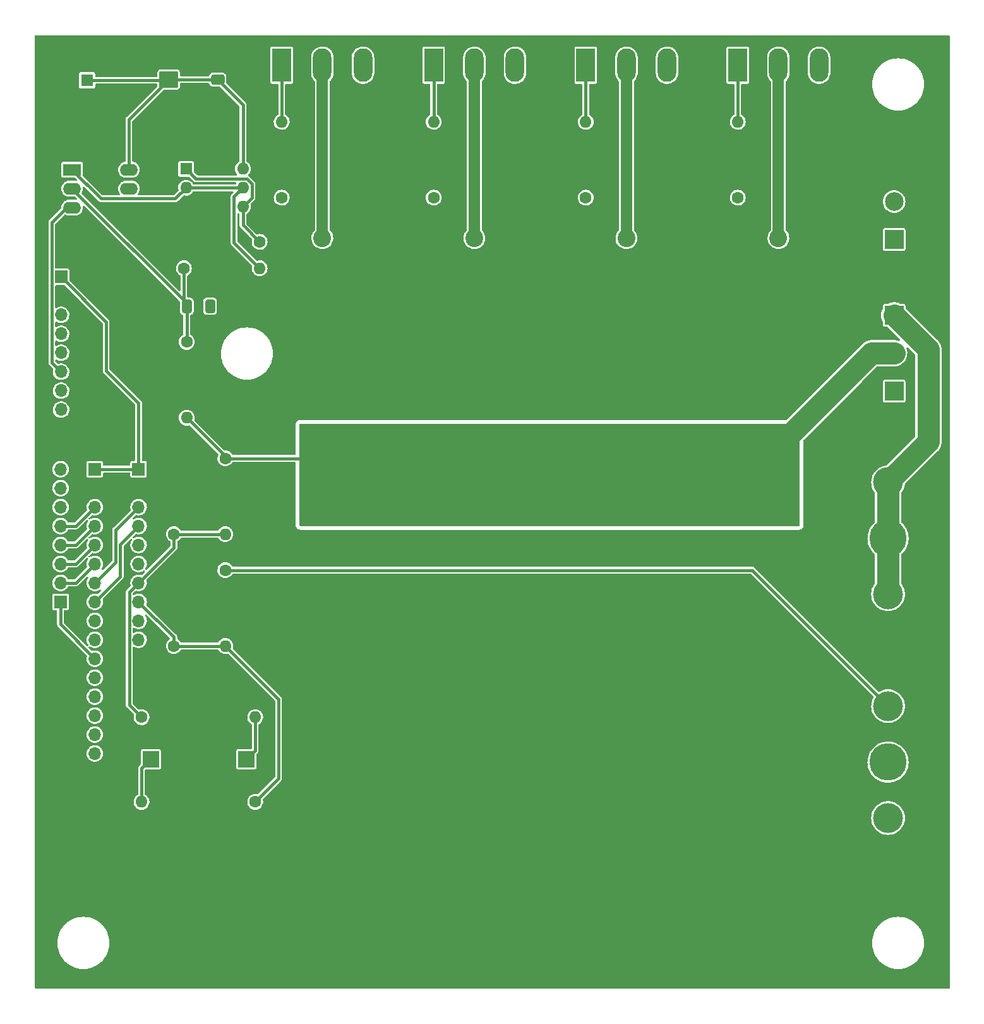
<source format=gbr>
%TF.GenerationSoftware,KiCad,Pcbnew,(6.0.8)*%
%TF.CreationDate,2023-04-21T01:28:30+02:00*%
%TF.ProjectId,load_pcb,6c6f6164-5f70-4636-922e-6b696361645f,rev?*%
%TF.SameCoordinates,Original*%
%TF.FileFunction,Copper,L1,Top*%
%TF.FilePolarity,Positive*%
%FSLAX46Y46*%
G04 Gerber Fmt 4.6, Leading zero omitted, Abs format (unit mm)*
G04 Created by KiCad (PCBNEW (6.0.8)) date 2023-04-21 01:28:30*
%MOMM*%
%LPD*%
G01*
G04 APERTURE LIST*
G04 Aperture macros list*
%AMRoundRect*
0 Rectangle with rounded corners*
0 $1 Rounding radius*
0 $2 $3 $4 $5 $6 $7 $8 $9 X,Y pos of 4 corners*
0 Add a 4 corners polygon primitive as box body*
4,1,4,$2,$3,$4,$5,$6,$7,$8,$9,$2,$3,0*
0 Add four circle primitives for the rounded corners*
1,1,$1+$1,$2,$3*
1,1,$1+$1,$4,$5*
1,1,$1+$1,$6,$7*
1,1,$1+$1,$8,$9*
0 Add four rect primitives between the rounded corners*
20,1,$1+$1,$2,$3,$4,$5,0*
20,1,$1+$1,$4,$5,$6,$7,0*
20,1,$1+$1,$6,$7,$8,$9,0*
20,1,$1+$1,$8,$9,$2,$3,0*%
G04 Aperture macros list end*
%TA.AperFunction,ComponentPad*%
%ADD10R,1.700000X1.700000*%
%TD*%
%TA.AperFunction,ComponentPad*%
%ADD11O,1.700000X1.700000*%
%TD*%
%TA.AperFunction,ComponentPad*%
%ADD12C,1.600000*%
%TD*%
%TA.AperFunction,ComponentPad*%
%ADD13O,1.600000X1.600000*%
%TD*%
%TA.AperFunction,SMDPad,CuDef*%
%ADD14RoundRect,0.250000X-1.025000X0.875000X-1.025000X-0.875000X1.025000X-0.875000X1.025000X0.875000X0*%
%TD*%
%TA.AperFunction,ComponentPad*%
%ADD15R,2.500000X2.500000*%
%TD*%
%TA.AperFunction,ComponentPad*%
%ADD16C,2.500000*%
%TD*%
%TA.AperFunction,ComponentPad*%
%ADD17C,5.000000*%
%TD*%
%TA.AperFunction,ComponentPad*%
%ADD18C,4.000000*%
%TD*%
%TA.AperFunction,ComponentPad*%
%ADD19R,2.500000X4.500000*%
%TD*%
%TA.AperFunction,ComponentPad*%
%ADD20O,2.500000X4.500000*%
%TD*%
%TA.AperFunction,SMDPad,CuDef*%
%ADD21RoundRect,0.250000X0.412500X0.650000X-0.412500X0.650000X-0.412500X-0.650000X0.412500X-0.650000X0*%
%TD*%
%TA.AperFunction,ComponentPad*%
%ADD22C,2.400000*%
%TD*%
%TA.AperFunction,ComponentPad*%
%ADD23O,2.400000X2.400000*%
%TD*%
%TA.AperFunction,ComponentPad*%
%ADD24R,2.200000X2.200000*%
%TD*%
%TA.AperFunction,ComponentPad*%
%ADD25O,2.200000X2.200000*%
%TD*%
%TA.AperFunction,ComponentPad*%
%ADD26R,2.400000X1.600000*%
%TD*%
%TA.AperFunction,ComponentPad*%
%ADD27O,2.400000X1.600000*%
%TD*%
%TA.AperFunction,ComponentPad*%
%ADD28R,1.650000X1.650000*%
%TD*%
%TA.AperFunction,ComponentPad*%
%ADD29C,1.650000*%
%TD*%
%TA.AperFunction,SMDPad,CuDef*%
%ADD30RoundRect,0.250000X-0.650000X0.412500X-0.650000X-0.412500X0.650000X-0.412500X0.650000X0.412500X0*%
%TD*%
%TA.AperFunction,ComponentPad*%
%ADD31R,1.600000X1.600000*%
%TD*%
%TA.AperFunction,ViaPad*%
%ADD32C,0.800000*%
%TD*%
%TA.AperFunction,Conductor*%
%ADD33C,0.400000*%
%TD*%
%TA.AperFunction,Conductor*%
%ADD34C,1.500000*%
%TD*%
%TA.AperFunction,Conductor*%
%ADD35C,3.000000*%
%TD*%
G04 APERTURE END LIST*
D10*
%TO.P,J1,1,Pin_1*%
%TO.N,/(02) 5V*%
X108966000Y-83820000D03*
D11*
%TO.P,J1,2,Pin_2*%
%TO.N,GND*%
X108966000Y-86360000D03*
%TO.P,J1,3,Pin_3*%
%TO.N,/???*%
X108966000Y-88900000D03*
%TO.P,J1,4,Pin_4*%
X108966000Y-91440000D03*
%TO.P,J1,5,Pin_5*%
X108966000Y-93980000D03*
%TO.P,J1,6,Pin_6*%
X108966000Y-96520000D03*
%TO.P,J1,7,Pin_7*%
%TO.N,/(28) SCL*%
X108966000Y-99060000D03*
%TO.P,J1,8,Pin_8*%
%TO.N,/(27) SDA*%
X108966000Y-101600000D03*
%TO.P,J1,9,Pin_9*%
%TO.N,unconnected-(J1-Pad9)*%
X108966000Y-104140000D03*
%TO.P,J1,10,Pin_10*%
%TO.N,unconnected-(J1-Pad10)*%
X108966000Y-106680000D03*
%TO.P,J1,11,Pin_11*%
%TO.N,Net-(J1-Pad11)*%
X108966000Y-109220000D03*
%TO.P,J1,12,Pin_12*%
%TO.N,unconnected-(J1-Pad12)*%
X108966000Y-111760000D03*
%TO.P,J1,13,Pin_13*%
%TO.N,unconnected-(J1-Pad13)*%
X108966000Y-114300000D03*
%TO.P,J1,14,Pin_14*%
%TO.N,unconnected-(J1-Pad14)*%
X108966000Y-116840000D03*
%TO.P,J1,15,Pin_15*%
%TO.N,unconnected-(J1-Pad15)*%
X108966000Y-119380000D03*
%TO.P,J1,16,Pin_16*%
%TO.N,unconnected-(J1-Pad16)*%
X108966000Y-121920000D03*
%TD*%
D10*
%TO.P,J3,1,Pin_1*%
%TO.N,/(02) 5V*%
X114836000Y-83820000D03*
D11*
%TO.P,J3,2,Pin_2*%
%TO.N,GND*%
X114836000Y-86360000D03*
%TO.P,J3,3,Pin_3*%
%TO.N,/(28) SCL*%
X114836000Y-88900000D03*
%TO.P,J3,4,Pin_4*%
%TO.N,/(27) SDA*%
X114836000Y-91440000D03*
%TO.P,J3,5,Pin_5*%
%TO.N,unconnected-(J3-Pad5)*%
X114836000Y-93980000D03*
%TO.P,J3,6,Pin_6*%
%TO.N,unconnected-(J3-Pad6)*%
X114836000Y-96520000D03*
%TO.P,J3,7,Pin_7*%
%TO.N,DIV1*%
X114836000Y-99060000D03*
%TO.P,J3,8,Pin_8*%
%TO.N,DIV2*%
X114836000Y-101600000D03*
%TO.P,J3,9,Pin_9*%
%TO.N,unconnected-(J3-Pad9)*%
X114836000Y-104140000D03*
%TO.P,J3,10,Pin_10*%
%TO.N,unconnected-(J3-Pad10)*%
X114836000Y-106680000D03*
%TD*%
D12*
%TO.P,R16,1*%
%TO.N,All_R*%
X126466000Y-82372000D03*
D13*
%TO.P,R16,2*%
%TO.N,DIV1*%
X126466000Y-92532000D03*
%TD*%
D14*
%TO.P,C1,1*%
%TO.N,+12V*%
X118872000Y-31598000D03*
%TO.P,C1,2*%
%TO.N,GND*%
X118872000Y-37998000D03*
%TD*%
D15*
%TO.P,P4,1,1*%
%TO.N,Net-(F1-Pad1)*%
X216128000Y-73354000D03*
D16*
%TO.P,P4,2,2*%
%TO.N,All_R*%
X216128000Y-68274000D03*
%TD*%
D17*
%TO.P,F1,1*%
%TO.N,Net-(F1-Pad1)*%
X215306000Y-123080000D03*
D18*
X215306000Y-130580000D03*
X215306000Y-115580000D03*
%TO.P,F1,2*%
%TO.N,Net-(F1-Pad2)*%
X215306000Y-85580000D03*
D17*
X215306000Y-93080000D03*
D18*
X215306000Y-100580000D03*
%TD*%
D19*
%TO.P,Q3,1,G*%
%TO.N,Net-(Q3-Pad1)*%
X154399333Y-29668000D03*
D20*
%TO.P,Q3,2,D*%
%TO.N,Net-(Q3-Pad2)*%
X159849333Y-29668000D03*
%TO.P,Q3,3,S*%
%TO.N,Net-(P2-Pad1)*%
X165299333Y-29668000D03*
%TD*%
D21*
%TO.P,C3,1*%
%TO.N,Net-(C3-Pad1)*%
X124421000Y-61976000D03*
%TO.P,C3,2*%
%TO.N,Net-(C3-Pad2)*%
X121296000Y-61976000D03*
%TD*%
D12*
%TO.P,R2,1*%
%TO.N,Net-(Q1-Pad1)*%
X134020000Y-47430000D03*
D13*
%TO.P,R2,2*%
%TO.N,Net-(Q2-Pad1)*%
X134020000Y-37270000D03*
%TD*%
D22*
%TO.P,R6,1*%
%TO.N,Net-(Q3-Pad2)*%
X159849333Y-52850000D03*
D23*
%TO.P,R6,2*%
%TO.N,All_R*%
X159849333Y-80790000D03*
%TD*%
D15*
%TO.P,P2,1,1*%
%TO.N,Net-(P2-Pad1)*%
X216128000Y-53034000D03*
D16*
%TO.P,P2,2,2*%
%TO.N,Net-(F1-Pad1)*%
X216128000Y-47954000D03*
%TD*%
D22*
%TO.P,R9,1*%
%TO.N,Net-(Q4-Pad2)*%
X180228666Y-52850000D03*
D23*
%TO.P,R9,2*%
%TO.N,All_R*%
X180228666Y-80790000D03*
%TD*%
D12*
%TO.P,R20,1*%
%TO.N,DIV2*%
X130466365Y-128410365D03*
D13*
%TO.P,R20,2*%
%TO.N,Net-(D2-Pad1)*%
X115226365Y-128410365D03*
%TD*%
D24*
%TO.P,D2,1,K*%
%TO.N,Net-(D2-Pad1)*%
X116470000Y-122682000D03*
D25*
%TO.P,D2,2,A*%
%TO.N,GND*%
X120280000Y-122682000D03*
%TD*%
D22*
%TO.P,R12,1*%
%TO.N,Net-(Q5-Pad2)*%
X200608000Y-52850000D03*
D23*
%TO.P,R12,2*%
%TO.N,All_R*%
X200608000Y-80790000D03*
%TD*%
D19*
%TO.P,Q2,1,G*%
%TO.N,Net-(Q2-Pad1)*%
X134020000Y-29668000D03*
D20*
%TO.P,Q2,2,D*%
%TO.N,Net-(Q2-Pad2)*%
X139470000Y-29668000D03*
%TO.P,Q2,3,S*%
%TO.N,Net-(P2-Pad1)*%
X144920000Y-29668000D03*
%TD*%
D10*
%TO.P,J4,1,Pin_1*%
%TO.N,/(02) 5V*%
X104448000Y-58054000D03*
D11*
%TO.P,J4,2,Pin_2*%
%TO.N,GND*%
X104448000Y-60594000D03*
%TO.P,J4,3,Pin_3*%
%TO.N,/(28) SCL*%
X104448000Y-63134000D03*
%TO.P,J4,4,Pin_4*%
%TO.N,/(27) SDA*%
X104448000Y-65674000D03*
%TO.P,J4,5,Pin_5*%
%TO.N,unconnected-(J4-Pad5)*%
X104448000Y-68214000D03*
%TO.P,J4,6,Pin_6*%
%TO.N,OPAMP+*%
X104448000Y-70754000D03*
%TO.P,J4,7,Pin_7*%
%TO.N,unconnected-(J4-Pad7)*%
X104448000Y-73294000D03*
%TO.P,J4,8,Pin_8*%
%TO.N,unconnected-(J4-Pad8)*%
X104448000Y-75834000D03*
%TD*%
D19*
%TO.P,Q4,1,G*%
%TO.N,Net-(Q4-Pad1)*%
X174778666Y-29668000D03*
D20*
%TO.P,Q4,2,D*%
%TO.N,Net-(Q4-Pad2)*%
X180228666Y-29668000D03*
%TO.P,Q4,3,S*%
%TO.N,Net-(P2-Pad1)*%
X185678666Y-29668000D03*
%TD*%
D26*
%TO.P,U1,1*%
%TO.N,Net-(C3-Pad1)*%
X105918000Y-43688000D03*
D27*
%TO.P,U1,2,-*%
%TO.N,Net-(C3-Pad2)*%
X105918000Y-46228000D03*
%TO.P,U1,3,+*%
%TO.N,OPAMP+*%
X105918000Y-48768000D03*
%TO.P,U1,4,V-*%
%TO.N,GND*%
X105918000Y-51308000D03*
%TO.P,U1,5,+*%
X113538000Y-51308000D03*
%TO.P,U1,6,-*%
X113538000Y-48768000D03*
%TO.P,U1,7*%
%TO.N,unconnected-(U1-Pad7)*%
X113538000Y-46228000D03*
%TO.P,U1,8,V+*%
%TO.N,+12V*%
X113538000Y-43688000D03*
%TD*%
D12*
%TO.P,R5,1*%
%TO.N,Net-(Q1-Pad1)*%
X154399333Y-47430000D03*
D13*
%TO.P,R5,2*%
%TO.N,Net-(Q3-Pad1)*%
X154399333Y-37270000D03*
%TD*%
D22*
%TO.P,R7,1*%
%TO.N,All_R*%
X139470000Y-88524000D03*
D23*
%TO.P,R7,2*%
%TO.N,GND*%
X139470000Y-149484000D03*
%TD*%
D22*
%TO.P,R4,1*%
%TO.N,All_R*%
X180228666Y-88524000D03*
D23*
%TO.P,R4,2*%
%TO.N,GND*%
X180228666Y-149484000D03*
%TD*%
D12*
%TO.P,R17,1*%
%TO.N,DIV1*%
X119562000Y-92532000D03*
D13*
%TO.P,R17,2*%
%TO.N,GND*%
X119562000Y-82372000D03*
%TD*%
D12*
%TO.P,R21,1*%
%TO.N,Net-(C3-Pad2)*%
X120904000Y-56896000D03*
D13*
%TO.P,R21,2*%
%TO.N,Net-(C3-Pad1)*%
X131064000Y-56896000D03*
%TD*%
D10*
%TO.P,J2,1,Pin_1*%
%TO.N,Net-(J1-Pad11)*%
X104372000Y-101600000D03*
D11*
%TO.P,J2,2,Pin_2*%
%TO.N,/???*%
X104372000Y-99060000D03*
%TO.P,J2,3,Pin_3*%
X104372000Y-96520000D03*
%TO.P,J2,4,Pin_4*%
X104372000Y-93980000D03*
%TO.P,J2,5,Pin_5*%
X104372000Y-91440000D03*
%TO.P,J2,6,Pin_6*%
%TO.N,unconnected-(J2-Pad6)*%
X104372000Y-88900000D03*
%TO.P,J2,7,Pin_7*%
%TO.N,unconnected-(J2-Pad7)*%
X104372000Y-86360000D03*
%TO.P,J2,8,Pin_8*%
%TO.N,unconnected-(J2-Pad8)*%
X104372000Y-83820000D03*
%TD*%
D22*
%TO.P,R13,1*%
%TO.N,All_R*%
X159849333Y-88524000D03*
D23*
%TO.P,R13,2*%
%TO.N,GND*%
X159849333Y-149484000D03*
%TD*%
D12*
%TO.P,R1,1*%
%TO.N,Net-(Q1-Pad1)*%
X131064000Y-53360000D03*
D13*
%TO.P,R1,2*%
%TO.N,GND*%
X120904000Y-53360000D03*
%TD*%
D28*
%TO.P,P1,1,1*%
%TO.N,+12V*%
X107924000Y-31698000D03*
D29*
%TO.P,P1,2,2*%
%TO.N,GND*%
X107924000Y-36778000D03*
%TD*%
D30*
%TO.P,C2,1*%
%TO.N,+12V*%
X125432000Y-31598000D03*
%TO.P,C2,2*%
%TO.N,GND*%
X125432000Y-34723000D03*
%TD*%
D12*
%TO.P,R18,1*%
%TO.N,Net-(C3-Pad2)*%
X121296000Y-66772000D03*
D13*
%TO.P,R18,2*%
%TO.N,All_R*%
X121296000Y-76932000D03*
%TD*%
D22*
%TO.P,R10,1*%
%TO.N,All_R*%
X200608000Y-88524000D03*
D23*
%TO.P,R10,2*%
%TO.N,GND*%
X200608000Y-149484000D03*
%TD*%
D12*
%TO.P,R19,1*%
%TO.N,DIV1*%
X115226365Y-117056365D03*
D13*
%TO.P,R19,2*%
%TO.N,Net-(D1-Pad1)*%
X130466365Y-117056365D03*
%TD*%
D31*
%TO.P,Q1,1,E1*%
%TO.N,Net-(Q1-Pad1)*%
X121204000Y-43564000D03*
D13*
%TO.P,Q1,2,B1*%
%TO.N,Net-(C3-Pad1)*%
X121204000Y-46104000D03*
%TO.P,Q1,3,C2*%
%TO.N,GND*%
X121204000Y-48644000D03*
%TO.P,Q1,4,E2*%
%TO.N,Net-(Q1-Pad1)*%
X128824000Y-48644000D03*
%TO.P,Q1,5,B2*%
%TO.N,Net-(C3-Pad1)*%
X128824000Y-46104000D03*
%TO.P,Q1,6,C1*%
%TO.N,+12V*%
X128824000Y-43564000D03*
%TD*%
D12*
%TO.P,R14,1*%
%TO.N,Net-(F1-Pad1)*%
X126466000Y-97358000D03*
D13*
%TO.P,R14,2*%
%TO.N,DIV2*%
X126466000Y-107518000D03*
%TD*%
D12*
%TO.P,R11,1*%
%TO.N,Net-(Q1-Pad1)*%
X195158000Y-47430000D03*
D13*
%TO.P,R11,2*%
%TO.N,Net-(Q5-Pad1)*%
X195158000Y-37270000D03*
%TD*%
D24*
%TO.P,D1,1,K*%
%TO.N,Net-(D1-Pad1)*%
X129286000Y-122682000D03*
D25*
%TO.P,D1,2,A*%
%TO.N,GND*%
X125476000Y-122682000D03*
%TD*%
D22*
%TO.P,R3,1*%
%TO.N,Net-(Q2-Pad2)*%
X139470000Y-52850000D03*
D23*
%TO.P,R3,2*%
%TO.N,All_R*%
X139470000Y-80790000D03*
%TD*%
D19*
%TO.P,Q5,1,G*%
%TO.N,Net-(Q5-Pad1)*%
X195158000Y-29668000D03*
D20*
%TO.P,Q5,2,D*%
%TO.N,Net-(Q5-Pad2)*%
X200608000Y-29668000D03*
%TO.P,Q5,3,S*%
%TO.N,Net-(P2-Pad1)*%
X206058000Y-29668000D03*
%TD*%
D12*
%TO.P,R8,1*%
%TO.N,Net-(Q1-Pad1)*%
X174778666Y-47430000D03*
D13*
%TO.P,R8,2*%
%TO.N,Net-(Q4-Pad1)*%
X174778666Y-37270000D03*
%TD*%
D15*
%TO.P,P3,1,1*%
%TO.N,Net-(F1-Pad2)*%
X216128000Y-63194000D03*
D16*
%TO.P,P3,2,2*%
%TO.N,GND*%
X216128000Y-58114000D03*
%TD*%
D12*
%TO.P,R15,1*%
%TO.N,DIV2*%
X119562000Y-107518000D03*
D13*
%TO.P,R15,2*%
%TO.N,GND*%
X119562000Y-97358000D03*
%TD*%
D32*
%TO.N,GND*%
X149606000Y-29972000D03*
X169926000Y-29972000D03*
X190246000Y-29972000D03*
%TD*%
D33*
%TO.N,+12V*%
X107924000Y-31698000D02*
X118772000Y-31698000D01*
X118872000Y-31598000D02*
X125432000Y-31598000D01*
X118872000Y-31598000D02*
X113538000Y-36932000D01*
X128824000Y-34990000D02*
X128824000Y-43564000D01*
X113538000Y-36932000D02*
X113538000Y-43688000D01*
X125432000Y-31598000D02*
X128824000Y-34990000D01*
X118772000Y-31698000D02*
X118872000Y-31598000D01*
%TO.N,GND*%
X108966000Y-86360000D02*
X114836000Y-86360000D01*
%TO.N,Net-(F1-Pad1)*%
X126466000Y-97358000D02*
X197084000Y-97358000D01*
X197084000Y-97358000D02*
X215306000Y-115580000D01*
%TO.N,Net-(Q1-Pad1)*%
X130024000Y-45606943D02*
X130024000Y-47444000D01*
X122544000Y-44904000D02*
X129321057Y-44904000D01*
X130024000Y-47444000D02*
X128824000Y-48644000D01*
X121204000Y-43564000D02*
X122544000Y-44904000D01*
X129321057Y-44904000D02*
X130024000Y-45606943D01*
X128824000Y-51120000D02*
X131064000Y-53360000D01*
X128824000Y-48644000D02*
X128824000Y-51120000D01*
%TO.N,Net-(C3-Pad1)*%
X105918000Y-43688000D02*
X109798000Y-47568000D01*
X119740000Y-47568000D02*
X121204000Y-46104000D01*
X128824000Y-46104000D02*
X127624000Y-47304000D01*
X109798000Y-47568000D02*
X119740000Y-47568000D01*
X121204000Y-46104000D02*
X128824000Y-46104000D01*
X127624000Y-47304000D02*
X127624000Y-53456000D01*
X127624000Y-53456000D02*
X131064000Y-56896000D01*
%TO.N,Net-(Q2-Pad1)*%
X134020000Y-29668000D02*
X134020000Y-37270000D01*
D34*
%TO.N,Net-(Q2-Pad2)*%
X139470000Y-29668000D02*
X139470000Y-52850000D01*
D33*
%TO.N,Net-(Q3-Pad1)*%
X154399333Y-29668000D02*
X154399333Y-37270000D01*
D34*
%TO.N,Net-(Q3-Pad2)*%
X159849333Y-29668000D02*
X159849333Y-52850000D01*
D33*
%TO.N,Net-(Q4-Pad1)*%
X174778666Y-29668000D02*
X174778666Y-37270000D01*
D34*
%TO.N,Net-(Q4-Pad2)*%
X180228666Y-29668000D02*
X180228666Y-52850000D01*
D33*
%TO.N,Net-(Q5-Pad1)*%
X195158000Y-37270000D02*
X195158000Y-29668000D01*
D34*
%TO.N,Net-(Q5-Pad2)*%
X200608000Y-29668000D02*
X200608000Y-52850000D01*
D33*
%TO.N,Net-(C3-Pad2)*%
X105918000Y-46228000D02*
X121296000Y-61606000D01*
X121296000Y-61976000D02*
X121296000Y-66772000D01*
X121296000Y-61606000D02*
X121296000Y-61976000D01*
X120904000Y-56896000D02*
X120904000Y-61584000D01*
X120904000Y-61584000D02*
X121296000Y-61976000D01*
%TO.N,Net-(D1-Pad1)*%
X130466365Y-121501635D02*
X129286000Y-122682000D01*
X130466365Y-117056365D02*
X130466365Y-121501635D01*
%TO.N,/(27) SDA*%
X112360000Y-98206000D02*
X112360000Y-93916000D01*
X108966000Y-101600000D02*
X112360000Y-98206000D01*
X112360000Y-93916000D02*
X114836000Y-91440000D01*
%TO.N,/(28) SCL*%
X111760000Y-96266000D02*
X111760000Y-91976000D01*
X111760000Y-91976000D02*
X114836000Y-88900000D01*
X108966000Y-99060000D02*
X111760000Y-96266000D01*
%TO.N,/???*%
X104372000Y-93980000D02*
X106426000Y-93980000D01*
X106426000Y-93980000D02*
X108966000Y-91440000D01*
X104372000Y-91440000D02*
X106426000Y-91440000D01*
X104372000Y-96520000D02*
X106426000Y-96520000D01*
X106426000Y-96520000D02*
X108966000Y-93980000D01*
X106426000Y-99060000D02*
X108966000Y-96520000D01*
X106426000Y-91440000D02*
X108966000Y-88900000D01*
X104372000Y-99060000D02*
X106426000Y-99060000D01*
%TO.N,/(02) 5V*%
X108966000Y-83820000D02*
X114836000Y-83820000D01*
X114836000Y-74958000D02*
X114836000Y-83820000D01*
X110490000Y-64096000D02*
X110490000Y-70612000D01*
X104448000Y-58054000D02*
X110490000Y-64096000D01*
X110490000Y-70612000D02*
X114836000Y-74958000D01*
%TO.N,DIV1*%
X113586000Y-115416000D02*
X115226365Y-117056365D01*
X114836000Y-99060000D02*
X113586000Y-100310000D01*
X113586000Y-100310000D02*
X113586000Y-115416000D01*
X119562000Y-94334000D02*
X114836000Y-99060000D01*
X119562000Y-92532000D02*
X119562000Y-94334000D01*
X119562000Y-92532000D02*
X126466000Y-92532000D01*
%TO.N,DIV2*%
X119562000Y-107518000D02*
X126466000Y-107518000D01*
X133604000Y-114656000D02*
X133604000Y-125272730D01*
X126466000Y-107518000D02*
X133604000Y-114656000D01*
X119562000Y-106326000D02*
X119562000Y-107518000D01*
X133604000Y-125272730D02*
X130466365Y-128410365D01*
X114836000Y-101600000D02*
X119562000Y-106326000D01*
%TO.N,OPAMP+*%
X103198000Y-50722000D02*
X105152000Y-48768000D01*
X104448000Y-70754000D02*
X103198000Y-69504000D01*
X103198000Y-69504000D02*
X103198000Y-50722000D01*
X105152000Y-48768000D02*
X105918000Y-48768000D01*
D35*
%TO.N,All_R*%
X216128000Y-68274000D02*
X213124000Y-68274000D01*
D33*
X126466000Y-82372000D02*
X137888000Y-82372000D01*
X137888000Y-82372000D02*
X139470000Y-80790000D01*
X139414000Y-88468000D02*
X139470000Y-88524000D01*
X121296000Y-76932000D02*
X126466000Y-82102000D01*
D35*
X213124000Y-68274000D02*
X200608000Y-80790000D01*
D33*
X126466000Y-82102000D02*
X126466000Y-82372000D01*
%TO.N,Net-(D2-Pad1)*%
X115226365Y-123925635D02*
X116470000Y-122682000D01*
X115226365Y-128410365D02*
X115226365Y-123925635D01*
%TO.N,Net-(J1-Pad11)*%
X104372000Y-104626000D02*
X108966000Y-109220000D01*
X104372000Y-101600000D02*
X104372000Y-104626000D01*
D35*
%TO.N,Net-(F1-Pad2)*%
X220726000Y-67792000D02*
X220726000Y-80160000D01*
X220726000Y-80160000D02*
X215306000Y-85580000D01*
X215306000Y-85580000D02*
X215306000Y-93080000D01*
X220726000Y-67792000D02*
X216128000Y-63194000D01*
X215306000Y-93080000D02*
X215306000Y-100580000D01*
%TD*%
%TA.AperFunction,Conductor*%
%TO.N,All_R*%
G36*
X203396121Y-77744002D02*
G01*
X203442614Y-77797658D01*
X203454000Y-77850000D01*
X203454000Y-91314000D01*
X203433998Y-91382121D01*
X203380342Y-91428614D01*
X203328000Y-91440000D01*
X136524000Y-91440000D01*
X136455879Y-91419998D01*
X136409386Y-91366342D01*
X136398000Y-91314000D01*
X136398000Y-77850000D01*
X136418002Y-77781879D01*
X136471658Y-77735386D01*
X136524000Y-77724000D01*
X203328000Y-77724000D01*
X203396121Y-77744002D01*
G37*
%TD.AperFunction*%
%TD*%
%TA.AperFunction,Conductor*%
%TO.N,GND*%
G36*
X223523621Y-25674502D02*
G01*
X223570114Y-25728158D01*
X223581500Y-25780500D01*
X223581500Y-153289500D01*
X223561498Y-153357621D01*
X223507842Y-153404114D01*
X223455500Y-153415500D01*
X101026500Y-153415500D01*
X100958379Y-153395498D01*
X100911886Y-153341842D01*
X100900500Y-153289500D01*
X100900500Y-147320000D01*
X103949822Y-147320000D01*
X103949995Y-147323301D01*
X103962884Y-147569225D01*
X103968953Y-147685032D01*
X103969468Y-147688283D01*
X103994674Y-147847428D01*
X104026134Y-148046065D01*
X104120741Y-148399142D01*
X104251737Y-148740397D01*
X104417685Y-149066089D01*
X104616769Y-149372651D01*
X104846806Y-149656723D01*
X105105277Y-149915194D01*
X105389349Y-150145231D01*
X105695911Y-150344315D01*
X105865199Y-150430571D01*
X106018668Y-150508768D01*
X106018675Y-150508771D01*
X106021603Y-150510263D01*
X106024675Y-150511442D01*
X106024679Y-150511444D01*
X106148706Y-150559054D01*
X106362858Y-150641259D01*
X106715935Y-150735866D01*
X106719185Y-150736381D01*
X106719191Y-150736382D01*
X106986281Y-150778684D01*
X107076968Y-150793047D01*
X107080253Y-150793219D01*
X107080261Y-150793220D01*
X107438699Y-150812005D01*
X107442000Y-150812178D01*
X107445301Y-150812005D01*
X107803739Y-150793220D01*
X107803747Y-150793219D01*
X107807032Y-150793047D01*
X107897719Y-150778684D01*
X108164809Y-150736382D01*
X108164815Y-150736381D01*
X108168065Y-150735866D01*
X108521142Y-150641259D01*
X108735294Y-150559054D01*
X108859321Y-150511444D01*
X108859325Y-150511442D01*
X108862397Y-150510263D01*
X108865325Y-150508771D01*
X108865332Y-150508768D01*
X109018801Y-150430571D01*
X109188089Y-150344315D01*
X109494651Y-150145231D01*
X109778723Y-149915194D01*
X110037194Y-149656723D01*
X110267231Y-149372651D01*
X110466315Y-149066089D01*
X110632263Y-148740397D01*
X110763259Y-148399142D01*
X110857866Y-148046065D01*
X110889327Y-147847428D01*
X110914532Y-147688283D01*
X110915047Y-147685032D01*
X110921117Y-147569225D01*
X110934005Y-147323301D01*
X110934178Y-147320000D01*
X213169822Y-147320000D01*
X213169995Y-147323301D01*
X213182884Y-147569225D01*
X213188953Y-147685032D01*
X213189468Y-147688283D01*
X213214674Y-147847428D01*
X213246134Y-148046065D01*
X213340741Y-148399142D01*
X213471737Y-148740397D01*
X213637685Y-149066089D01*
X213836769Y-149372651D01*
X214066806Y-149656723D01*
X214325277Y-149915194D01*
X214609349Y-150145231D01*
X214915911Y-150344315D01*
X215085199Y-150430571D01*
X215238668Y-150508768D01*
X215238675Y-150508771D01*
X215241603Y-150510263D01*
X215244675Y-150511442D01*
X215244679Y-150511444D01*
X215368706Y-150559054D01*
X215582858Y-150641259D01*
X215935935Y-150735866D01*
X215939185Y-150736381D01*
X215939191Y-150736382D01*
X216206281Y-150778684D01*
X216296968Y-150793047D01*
X216300253Y-150793219D01*
X216300261Y-150793220D01*
X216658699Y-150812005D01*
X216662000Y-150812178D01*
X216665301Y-150812005D01*
X217023739Y-150793220D01*
X217023747Y-150793219D01*
X217027032Y-150793047D01*
X217117719Y-150778684D01*
X217384809Y-150736382D01*
X217384815Y-150736381D01*
X217388065Y-150735866D01*
X217741142Y-150641259D01*
X217955294Y-150559054D01*
X218079321Y-150511444D01*
X218079325Y-150511442D01*
X218082397Y-150510263D01*
X218085325Y-150508771D01*
X218085332Y-150508768D01*
X218238801Y-150430571D01*
X218408089Y-150344315D01*
X218714651Y-150145231D01*
X218998723Y-149915194D01*
X219257194Y-149656723D01*
X219487231Y-149372651D01*
X219686315Y-149066089D01*
X219852263Y-148740397D01*
X219983259Y-148399142D01*
X220077866Y-148046065D01*
X220109327Y-147847428D01*
X220134532Y-147688283D01*
X220135047Y-147685032D01*
X220141117Y-147569225D01*
X220154005Y-147323301D01*
X220154178Y-147320000D01*
X220135047Y-146954968D01*
X220077866Y-146593935D01*
X219983259Y-146240858D01*
X219889152Y-145995702D01*
X219853444Y-145902679D01*
X219853442Y-145902675D01*
X219852263Y-145899603D01*
X219686315Y-145573911D01*
X219487231Y-145267349D01*
X219257194Y-144983277D01*
X218998723Y-144724806D01*
X218714651Y-144494769D01*
X218408089Y-144295685D01*
X218238801Y-144209429D01*
X218085332Y-144131232D01*
X218085325Y-144131229D01*
X218082397Y-144129737D01*
X218079325Y-144128558D01*
X218079321Y-144128556D01*
X217955294Y-144080946D01*
X217741142Y-143998741D01*
X217388065Y-143904134D01*
X217384815Y-143903619D01*
X217384809Y-143903618D01*
X217117719Y-143861316D01*
X217027032Y-143846953D01*
X217023747Y-143846781D01*
X217023739Y-143846780D01*
X216665301Y-143827995D01*
X216662000Y-143827822D01*
X216658699Y-143827995D01*
X216300261Y-143846780D01*
X216300253Y-143846781D01*
X216296968Y-143846953D01*
X216206281Y-143861316D01*
X215939191Y-143903618D01*
X215939185Y-143903619D01*
X215935935Y-143904134D01*
X215582858Y-143998741D01*
X215368706Y-144080946D01*
X215244679Y-144128556D01*
X215244675Y-144128558D01*
X215241603Y-144129737D01*
X215238675Y-144131229D01*
X215238668Y-144131232D01*
X215085199Y-144209429D01*
X214915911Y-144295685D01*
X214609349Y-144494769D01*
X214325277Y-144724806D01*
X214066806Y-144983277D01*
X213836769Y-145267349D01*
X213637685Y-145573911D01*
X213471737Y-145899603D01*
X213470558Y-145902675D01*
X213470556Y-145902679D01*
X213434848Y-145995702D01*
X213340741Y-146240858D01*
X213246134Y-146593935D01*
X213188953Y-146954968D01*
X213174725Y-147226446D01*
X213169822Y-147320000D01*
X110934178Y-147320000D01*
X110915047Y-146954968D01*
X110857866Y-146593935D01*
X110763259Y-146240858D01*
X110669152Y-145995702D01*
X110633444Y-145902679D01*
X110633442Y-145902675D01*
X110632263Y-145899603D01*
X110466315Y-145573911D01*
X110267231Y-145267349D01*
X110037194Y-144983277D01*
X109778723Y-144724806D01*
X109494651Y-144494769D01*
X109188089Y-144295685D01*
X109018801Y-144209429D01*
X108865332Y-144131232D01*
X108865325Y-144131229D01*
X108862397Y-144129737D01*
X108859325Y-144128558D01*
X108859321Y-144128556D01*
X108735294Y-144080946D01*
X108521142Y-143998741D01*
X108168065Y-143904134D01*
X108164815Y-143903619D01*
X108164809Y-143903618D01*
X107897719Y-143861316D01*
X107807032Y-143846953D01*
X107803747Y-143846781D01*
X107803739Y-143846780D01*
X107445301Y-143827995D01*
X107442000Y-143827822D01*
X107438699Y-143827995D01*
X107080261Y-143846780D01*
X107080253Y-143846781D01*
X107076968Y-143846953D01*
X106986281Y-143861316D01*
X106719191Y-143903618D01*
X106719185Y-143903619D01*
X106715935Y-143904134D01*
X106362858Y-143998741D01*
X106148706Y-144080946D01*
X106024679Y-144128556D01*
X106024675Y-144128558D01*
X106021603Y-144129737D01*
X106018675Y-144131229D01*
X106018668Y-144131232D01*
X105865199Y-144209429D01*
X105695911Y-144295685D01*
X105389349Y-144494769D01*
X105105277Y-144724806D01*
X104846806Y-144983277D01*
X104616769Y-145267349D01*
X104417685Y-145573911D01*
X104251737Y-145899603D01*
X104250558Y-145902675D01*
X104250556Y-145902679D01*
X104214848Y-145995702D01*
X104120741Y-146240858D01*
X104026134Y-146593935D01*
X103968953Y-146954968D01*
X103954725Y-147226446D01*
X103949822Y-147320000D01*
X100900500Y-147320000D01*
X100900500Y-130580000D01*
X213046663Y-130580000D01*
X213065992Y-130874903D01*
X213123648Y-131164759D01*
X213218645Y-131444611D01*
X213349357Y-131709668D01*
X213513547Y-131955397D01*
X213708407Y-132177593D01*
X213930603Y-132372453D01*
X214176331Y-132536643D01*
X214180030Y-132538467D01*
X214180035Y-132538470D01*
X214316009Y-132605525D01*
X214441389Y-132667355D01*
X214445294Y-132668680D01*
X214445295Y-132668681D01*
X214717334Y-132761026D01*
X214717337Y-132761027D01*
X214721241Y-132762352D01*
X214725280Y-132763155D01*
X214725286Y-132763157D01*
X215007054Y-132819204D01*
X215007057Y-132819204D01*
X215011097Y-132820008D01*
X215015208Y-132820277D01*
X215015212Y-132820278D01*
X215301881Y-132839067D01*
X215306000Y-132839337D01*
X215310119Y-132839067D01*
X215596788Y-132820278D01*
X215596792Y-132820277D01*
X215600903Y-132820008D01*
X215604943Y-132819204D01*
X215604946Y-132819204D01*
X215886714Y-132763157D01*
X215886720Y-132763155D01*
X215890759Y-132762352D01*
X215894663Y-132761027D01*
X215894666Y-132761026D01*
X216166705Y-132668681D01*
X216166706Y-132668680D01*
X216170611Y-132667355D01*
X216295991Y-132605525D01*
X216431965Y-132538470D01*
X216431970Y-132538467D01*
X216435669Y-132536643D01*
X216681397Y-132372453D01*
X216903593Y-132177593D01*
X217098453Y-131955397D01*
X217262643Y-131709668D01*
X217393355Y-131444611D01*
X217488352Y-131164759D01*
X217546008Y-130874903D01*
X217565337Y-130580000D01*
X217546008Y-130285097D01*
X217488352Y-129995241D01*
X217393355Y-129715389D01*
X217262643Y-129450332D01*
X217098453Y-129204603D01*
X216903593Y-128982407D01*
X216681397Y-128787547D01*
X216435669Y-128623357D01*
X216431970Y-128621533D01*
X216431965Y-128621530D01*
X216295991Y-128554475D01*
X216170611Y-128492645D01*
X216166705Y-128491319D01*
X215894666Y-128398974D01*
X215894663Y-128398973D01*
X215890759Y-128397648D01*
X215886720Y-128396845D01*
X215886714Y-128396843D01*
X215604946Y-128340796D01*
X215604943Y-128340796D01*
X215600903Y-128339992D01*
X215596792Y-128339723D01*
X215596788Y-128339722D01*
X215310119Y-128320933D01*
X215306000Y-128320663D01*
X215301881Y-128320933D01*
X215015212Y-128339722D01*
X215015208Y-128339723D01*
X215011097Y-128339992D01*
X215007057Y-128340796D01*
X215007054Y-128340796D01*
X214725286Y-128396843D01*
X214725280Y-128396845D01*
X214721241Y-128397648D01*
X214717337Y-128398973D01*
X214717334Y-128398974D01*
X214445295Y-128491319D01*
X214441389Y-128492645D01*
X214316143Y-128554410D01*
X214180036Y-128621530D01*
X214180031Y-128621533D01*
X214176332Y-128623357D01*
X213930603Y-128787547D01*
X213708407Y-128982407D01*
X213513547Y-129204603D01*
X213349357Y-129450332D01*
X213218645Y-129715389D01*
X213123648Y-129995241D01*
X213065992Y-130285097D01*
X213046663Y-130580000D01*
X100900500Y-130580000D01*
X100900500Y-128395571D01*
X114166866Y-128395571D01*
X114184171Y-128601643D01*
X114241172Y-128800431D01*
X114243990Y-128805913D01*
X114243991Y-128805917D01*
X114332879Y-128978874D01*
X114332882Y-128978878D01*
X114335699Y-128984360D01*
X114464151Y-129146426D01*
X114621636Y-129280456D01*
X114802154Y-129381345D01*
X114998831Y-129445249D01*
X115204174Y-129469735D01*
X115210309Y-129469263D01*
X115210311Y-129469263D01*
X115404221Y-129454342D01*
X115404225Y-129454341D01*
X115410363Y-129453869D01*
X115609543Y-129398257D01*
X115615047Y-129395477D01*
X115615049Y-129395476D01*
X115788627Y-129307796D01*
X115788629Y-129307795D01*
X115794128Y-129305017D01*
X115957087Y-129177699D01*
X115961113Y-129173035D01*
X115961116Y-129173032D01*
X116088184Y-129025822D01*
X116088185Y-129025820D01*
X116092213Y-129021154D01*
X116194360Y-128841344D01*
X116259635Y-128645118D01*
X116285554Y-128439951D01*
X116285967Y-128410365D01*
X116265787Y-128204554D01*
X116206016Y-128006582D01*
X116108930Y-127823990D01*
X116105039Y-127819220D01*
X116105037Y-127819216D01*
X115982123Y-127668508D01*
X115982120Y-127668505D01*
X115978228Y-127663733D01*
X115971331Y-127658027D01*
X115823637Y-127535844D01*
X115823634Y-127535842D01*
X115818887Y-127531915D01*
X115747596Y-127493368D01*
X115746936Y-127493011D01*
X115696527Y-127443016D01*
X115680865Y-127382175D01*
X115680865Y-124166085D01*
X115700867Y-124097964D01*
X115717770Y-124076990D01*
X115721355Y-124073405D01*
X115783667Y-124039379D01*
X115810450Y-124036500D01*
X117400339Y-124036499D01*
X117595066Y-124036499D01*
X117636083Y-124028341D01*
X117657126Y-124024156D01*
X117657128Y-124024155D01*
X117669301Y-124021734D01*
X117679621Y-124014839D01*
X117679622Y-124014838D01*
X117743168Y-123972377D01*
X117753484Y-123965484D01*
X117809734Y-123881301D01*
X117824500Y-123807067D01*
X117824499Y-121556934D01*
X117824499Y-121556933D01*
X127931500Y-121556933D01*
X127931501Y-123807066D01*
X127937954Y-123839509D01*
X127940783Y-123853732D01*
X127946266Y-123881301D01*
X127953161Y-123891620D01*
X127953162Y-123891622D01*
X127993516Y-123952015D01*
X128002516Y-123965484D01*
X128086699Y-124021734D01*
X128160933Y-124036500D01*
X129285818Y-124036500D01*
X130411066Y-124036499D01*
X130452083Y-124028341D01*
X130473126Y-124024156D01*
X130473128Y-124024155D01*
X130485301Y-124021734D01*
X130495621Y-124014839D01*
X130495622Y-124014838D01*
X130559168Y-123972377D01*
X130569484Y-123965484D01*
X130625734Y-123881301D01*
X130640500Y-123807067D01*
X130640499Y-122022451D01*
X130660501Y-121954330D01*
X130677404Y-121933356D01*
X130763376Y-121847384D01*
X130774465Y-121837529D01*
X130775809Y-121836470D01*
X130801424Y-121816276D01*
X130806778Y-121808529D01*
X130806782Y-121808525D01*
X130835093Y-121767563D01*
X130837394Y-121764343D01*
X130866975Y-121724293D01*
X130866976Y-121724291D01*
X130872574Y-121716712D01*
X130874988Y-121709837D01*
X130879129Y-121703846D01*
X130896987Y-121647380D01*
X130898239Y-121643627D01*
X130914736Y-121596648D01*
X130917857Y-121587761D01*
X130918140Y-121580561D01*
X130918174Y-121580387D01*
X130920340Y-121573538D01*
X130920865Y-121566867D01*
X130920865Y-121513686D01*
X130920962Y-121508739D01*
X130921507Y-121494872D01*
X130923223Y-121451198D01*
X130921326Y-121444043D01*
X130920865Y-121435668D01*
X130920865Y-118085746D01*
X130940867Y-118017625D01*
X130990053Y-117973281D01*
X131034128Y-117951017D01*
X131197087Y-117823699D01*
X131201113Y-117819035D01*
X131201116Y-117819032D01*
X131328184Y-117671822D01*
X131328185Y-117671820D01*
X131332213Y-117667154D01*
X131406354Y-117536643D01*
X131431315Y-117492705D01*
X131431317Y-117492701D01*
X131434360Y-117487344D01*
X131499635Y-117291118D01*
X131525554Y-117085951D01*
X131525967Y-117056365D01*
X131505787Y-116850554D01*
X131446016Y-116652582D01*
X131348930Y-116469990D01*
X131345039Y-116465220D01*
X131345037Y-116465216D01*
X131222123Y-116314508D01*
X131222120Y-116314505D01*
X131218228Y-116309733D01*
X131211331Y-116304027D01*
X131063636Y-116181843D01*
X131063631Y-116181840D01*
X131058887Y-116177915D01*
X131053468Y-116174985D01*
X131053465Y-116174983D01*
X130882397Y-116082487D01*
X130882392Y-116082485D01*
X130876977Y-116079557D01*
X130679428Y-116018405D01*
X130673303Y-116017761D01*
X130673302Y-116017761D01*
X130479891Y-115997433D01*
X130479889Y-115997433D01*
X130473762Y-115996789D01*
X130350581Y-116007999D01*
X130273956Y-116014972D01*
X130273955Y-116014972D01*
X130267815Y-116015531D01*
X130069431Y-116073919D01*
X130063966Y-116076776D01*
X129891626Y-116166873D01*
X129891622Y-116166876D01*
X129886166Y-116169728D01*
X129725000Y-116299308D01*
X129592073Y-116457725D01*
X129492447Y-116638943D01*
X129429918Y-116836061D01*
X129429232Y-116842178D01*
X129429231Y-116842182D01*
X129428954Y-116844652D01*
X129406866Y-117041571D01*
X129408108Y-117056365D01*
X129418517Y-117180309D01*
X129424171Y-117247643D01*
X129481172Y-117446431D01*
X129483990Y-117451913D01*
X129483991Y-117451917D01*
X129572879Y-117624874D01*
X129572882Y-117624878D01*
X129575699Y-117630360D01*
X129704151Y-117792426D01*
X129708844Y-117796420D01*
X129708845Y-117796421D01*
X129850206Y-117916728D01*
X129861636Y-117926456D01*
X129867012Y-117929460D01*
X129867014Y-117929462D01*
X129947336Y-117974353D01*
X129997042Y-118025047D01*
X130011865Y-118084341D01*
X130011865Y-121201500D01*
X129991863Y-121269621D01*
X129938207Y-121316114D01*
X129885865Y-121327500D01*
X128257221Y-121327501D01*
X128160934Y-121327501D01*
X128125182Y-121334612D01*
X128098874Y-121339844D01*
X128098872Y-121339845D01*
X128086699Y-121342266D01*
X128076379Y-121349161D01*
X128076378Y-121349162D01*
X128015985Y-121389516D01*
X128002516Y-121398516D01*
X127946266Y-121482699D01*
X127931500Y-121556933D01*
X117824499Y-121556933D01*
X117809734Y-121482699D01*
X117794975Y-121460610D01*
X117760377Y-121408832D01*
X117753484Y-121398516D01*
X117669301Y-121342266D01*
X117595067Y-121327500D01*
X116470182Y-121327500D01*
X115344934Y-121327501D01*
X115309182Y-121334612D01*
X115282874Y-121339844D01*
X115282872Y-121339845D01*
X115270699Y-121342266D01*
X115260379Y-121349161D01*
X115260378Y-121349162D01*
X115199985Y-121389516D01*
X115186516Y-121398516D01*
X115130266Y-121482699D01*
X115115500Y-121556933D01*
X115115501Y-122474616D01*
X115115501Y-123341549D01*
X115095499Y-123409670D01*
X115078596Y-123430644D01*
X114929354Y-123579886D01*
X114918265Y-123589741D01*
X114891306Y-123610994D01*
X114885952Y-123618741D01*
X114857623Y-123659729D01*
X114855341Y-123662922D01*
X114820156Y-123710559D01*
X114817742Y-123717432D01*
X114813601Y-123723424D01*
X114810761Y-123732405D01*
X114795739Y-123779905D01*
X114794494Y-123783634D01*
X114774872Y-123839509D01*
X114774589Y-123846713D01*
X114774556Y-123846884D01*
X114772390Y-123853732D01*
X114771865Y-123860403D01*
X114771865Y-123913573D01*
X114771768Y-123918519D01*
X114769507Y-123976072D01*
X114771404Y-123983227D01*
X114771865Y-123991602D01*
X114771865Y-127381706D01*
X114751863Y-127449827D01*
X114704241Y-127493367D01*
X114646166Y-127523728D01*
X114485000Y-127653308D01*
X114352073Y-127811725D01*
X114252447Y-127992943D01*
X114189918Y-128190061D01*
X114189232Y-128196178D01*
X114189231Y-128196182D01*
X114173100Y-128339992D01*
X114166866Y-128395571D01*
X100900500Y-128395571D01*
X100900500Y-121890964D01*
X107857148Y-121890964D01*
X107870424Y-122093522D01*
X107871845Y-122099118D01*
X107871846Y-122099123D01*
X107892119Y-122178945D01*
X107920392Y-122290269D01*
X107922809Y-122295512D01*
X107960010Y-122376208D01*
X108005377Y-122474616D01*
X108122533Y-122640389D01*
X108267938Y-122782035D01*
X108436720Y-122894812D01*
X108442023Y-122897090D01*
X108442026Y-122897092D01*
X108530707Y-122935192D01*
X108623228Y-122974942D01*
X108696244Y-122991464D01*
X108815579Y-123018467D01*
X108815584Y-123018468D01*
X108821216Y-123019742D01*
X108826987Y-123019969D01*
X108826989Y-123019969D01*
X108886756Y-123022317D01*
X109024053Y-123027712D01*
X109124499Y-123013148D01*
X109219231Y-122999413D01*
X109219236Y-122999412D01*
X109224945Y-122998584D01*
X109230409Y-122996729D01*
X109230414Y-122996728D01*
X109411693Y-122935192D01*
X109411698Y-122935190D01*
X109417165Y-122933334D01*
X109594276Y-122834147D01*
X109656934Y-122782035D01*
X109745913Y-122708031D01*
X109750345Y-122704345D01*
X109880147Y-122548276D01*
X109979334Y-122371165D01*
X109981190Y-122365698D01*
X109981192Y-122365693D01*
X110042728Y-122184414D01*
X110042729Y-122184409D01*
X110044584Y-122178945D01*
X110045412Y-122173236D01*
X110045413Y-122173231D01*
X110062991Y-122051996D01*
X110073712Y-121978053D01*
X110075232Y-121920000D01*
X110056658Y-121717859D01*
X110051794Y-121700614D01*
X110003125Y-121528046D01*
X110003124Y-121528044D01*
X110001557Y-121522487D01*
X109998843Y-121516982D01*
X109914331Y-121345609D01*
X109911776Y-121340428D01*
X109903024Y-121328707D01*
X109793777Y-121182409D01*
X109790320Y-121177779D01*
X109641258Y-121039987D01*
X109636375Y-121036906D01*
X109636371Y-121036903D01*
X109474464Y-120934748D01*
X109469581Y-120931667D01*
X109281039Y-120856446D01*
X109275379Y-120855320D01*
X109275375Y-120855319D01*
X109087613Y-120817971D01*
X109087610Y-120817971D01*
X109081946Y-120816844D01*
X109076171Y-120816768D01*
X109076167Y-120816768D01*
X108974793Y-120815441D01*
X108878971Y-120814187D01*
X108873274Y-120815166D01*
X108873273Y-120815166D01*
X108684607Y-120847585D01*
X108678910Y-120848564D01*
X108488463Y-120918824D01*
X108314010Y-121022612D01*
X108309670Y-121026418D01*
X108309666Y-121026421D01*
X108289723Y-121043911D01*
X108161392Y-121156455D01*
X108035720Y-121315869D01*
X108033031Y-121320980D01*
X108033029Y-121320983D01*
X107995864Y-121391623D01*
X107941203Y-121495515D01*
X107881007Y-121689378D01*
X107857148Y-121890964D01*
X100900500Y-121890964D01*
X100900500Y-119350964D01*
X107857148Y-119350964D01*
X107870424Y-119553522D01*
X107871845Y-119559118D01*
X107871846Y-119559123D01*
X107892119Y-119638945D01*
X107920392Y-119750269D01*
X107922809Y-119755512D01*
X107960010Y-119836208D01*
X108005377Y-119934616D01*
X108122533Y-120100389D01*
X108267938Y-120242035D01*
X108436720Y-120354812D01*
X108442023Y-120357090D01*
X108442026Y-120357092D01*
X108552954Y-120404750D01*
X108623228Y-120434942D01*
X108696244Y-120451464D01*
X108815579Y-120478467D01*
X108815584Y-120478468D01*
X108821216Y-120479742D01*
X108826987Y-120479969D01*
X108826989Y-120479969D01*
X108886756Y-120482317D01*
X109024053Y-120487712D01*
X109124499Y-120473148D01*
X109219231Y-120459413D01*
X109219236Y-120459412D01*
X109224945Y-120458584D01*
X109230409Y-120456729D01*
X109230414Y-120456728D01*
X109411693Y-120395192D01*
X109411698Y-120395190D01*
X109417165Y-120393334D01*
X109594276Y-120294147D01*
X109656934Y-120242035D01*
X109745913Y-120168031D01*
X109750345Y-120164345D01*
X109880147Y-120008276D01*
X109979334Y-119831165D01*
X109981190Y-119825698D01*
X109981192Y-119825693D01*
X110042728Y-119644414D01*
X110042729Y-119644409D01*
X110044584Y-119638945D01*
X110045412Y-119633236D01*
X110045413Y-119633231D01*
X110073179Y-119441727D01*
X110073712Y-119438053D01*
X110075232Y-119380000D01*
X110056658Y-119177859D01*
X110055090Y-119172299D01*
X110003125Y-118988046D01*
X110003124Y-118988044D01*
X110001557Y-118982487D01*
X109990978Y-118961033D01*
X109914331Y-118805609D01*
X109911776Y-118800428D01*
X109790320Y-118637779D01*
X109641258Y-118499987D01*
X109636375Y-118496906D01*
X109636371Y-118496903D01*
X109474464Y-118394748D01*
X109469581Y-118391667D01*
X109281039Y-118316446D01*
X109275379Y-118315320D01*
X109275375Y-118315319D01*
X109087613Y-118277971D01*
X109087610Y-118277971D01*
X109081946Y-118276844D01*
X109076171Y-118276768D01*
X109076167Y-118276768D01*
X108974793Y-118275441D01*
X108878971Y-118274187D01*
X108873274Y-118275166D01*
X108873273Y-118275166D01*
X108684607Y-118307585D01*
X108678910Y-118308564D01*
X108488463Y-118378824D01*
X108314010Y-118482612D01*
X108309670Y-118486418D01*
X108309666Y-118486421D01*
X108289723Y-118503911D01*
X108161392Y-118616455D01*
X108035720Y-118775869D01*
X108033031Y-118780980D01*
X108033029Y-118780983D01*
X108020073Y-118805609D01*
X107941203Y-118955515D01*
X107881007Y-119149378D01*
X107857148Y-119350964D01*
X100900500Y-119350964D01*
X100900500Y-116810964D01*
X107857148Y-116810964D01*
X107870424Y-117013522D01*
X107871845Y-117019118D01*
X107871846Y-117019123D01*
X107892119Y-117098945D01*
X107920392Y-117210269D01*
X107922809Y-117215512D01*
X107960010Y-117296208D01*
X108005377Y-117394616D01*
X108122533Y-117560389D01*
X108267938Y-117702035D01*
X108436720Y-117814812D01*
X108442023Y-117817090D01*
X108442026Y-117817092D01*
X108530707Y-117855192D01*
X108623228Y-117894942D01*
X108696244Y-117911464D01*
X108815579Y-117938467D01*
X108815584Y-117938468D01*
X108821216Y-117939742D01*
X108826987Y-117939969D01*
X108826989Y-117939969D01*
X108886756Y-117942317D01*
X109024053Y-117947712D01*
X109124499Y-117933148D01*
X109219231Y-117919413D01*
X109219236Y-117919412D01*
X109224945Y-117918584D01*
X109230409Y-117916729D01*
X109230414Y-117916728D01*
X109411693Y-117855192D01*
X109411698Y-117855190D01*
X109417165Y-117853334D01*
X109442159Y-117839337D01*
X109578187Y-117763157D01*
X109594276Y-117754147D01*
X109656934Y-117702035D01*
X109745913Y-117628031D01*
X109750345Y-117624345D01*
X109821767Y-117538470D01*
X109876453Y-117472718D01*
X109876455Y-117472715D01*
X109880147Y-117468276D01*
X109979334Y-117291165D01*
X109981190Y-117285698D01*
X109981192Y-117285693D01*
X110042728Y-117104414D01*
X110042729Y-117104409D01*
X110044584Y-117098945D01*
X110045412Y-117093236D01*
X110045413Y-117093231D01*
X110064947Y-116958503D01*
X110073712Y-116898053D01*
X110075232Y-116840000D01*
X110057511Y-116647140D01*
X110057187Y-116643613D01*
X110057186Y-116643610D01*
X110056658Y-116637859D01*
X110055090Y-116632299D01*
X110003125Y-116448046D01*
X110003124Y-116448044D01*
X110001557Y-116442487D01*
X109990978Y-116421033D01*
X109914331Y-116265609D01*
X109911776Y-116260428D01*
X109790320Y-116097779D01*
X109641258Y-115959987D01*
X109636375Y-115956906D01*
X109636371Y-115956903D01*
X109474464Y-115854748D01*
X109469581Y-115851667D01*
X109281039Y-115776446D01*
X109275379Y-115775320D01*
X109275375Y-115775319D01*
X109087613Y-115737971D01*
X109087610Y-115737971D01*
X109081946Y-115736844D01*
X109076171Y-115736768D01*
X109076167Y-115736768D01*
X108974793Y-115735441D01*
X108878971Y-115734187D01*
X108873274Y-115735166D01*
X108873273Y-115735166D01*
X108684607Y-115767585D01*
X108678910Y-115768564D01*
X108488463Y-115838824D01*
X108314010Y-115942612D01*
X108309670Y-115946418D01*
X108309666Y-115946421D01*
X108230862Y-116015531D01*
X108161392Y-116076455D01*
X108035720Y-116235869D01*
X108033031Y-116240980D01*
X108033029Y-116240983D01*
X108020073Y-116265609D01*
X107941203Y-116415515D01*
X107881007Y-116609378D01*
X107857148Y-116810964D01*
X100900500Y-116810964D01*
X100900500Y-115430438D01*
X113126593Y-115430438D01*
X113128285Y-115439702D01*
X113128285Y-115439705D01*
X113137229Y-115488680D01*
X113137878Y-115492582D01*
X113145284Y-115541836D01*
X113146685Y-115551151D01*
X113149838Y-115557718D01*
X113151147Y-115564883D01*
X113178462Y-115617467D01*
X113180205Y-115620957D01*
X113205846Y-115674353D01*
X113210741Y-115679648D01*
X113210834Y-115679787D01*
X113214148Y-115686166D01*
X113218494Y-115691254D01*
X113256076Y-115728836D01*
X113259506Y-115732401D01*
X113298617Y-115774712D01*
X113305017Y-115778430D01*
X113311277Y-115784037D01*
X114177502Y-116650262D01*
X114211528Y-116712574D01*
X114208509Y-116777455D01*
X114189918Y-116836061D01*
X114166866Y-117041571D01*
X114168108Y-117056365D01*
X114178517Y-117180309D01*
X114184171Y-117247643D01*
X114241172Y-117446431D01*
X114243990Y-117451913D01*
X114243991Y-117451917D01*
X114332879Y-117624874D01*
X114332882Y-117624878D01*
X114335699Y-117630360D01*
X114464151Y-117792426D01*
X114468844Y-117796420D01*
X114468845Y-117796421D01*
X114610206Y-117916728D01*
X114621636Y-117926456D01*
X114802154Y-118027345D01*
X114998831Y-118091249D01*
X115204174Y-118115735D01*
X115210309Y-118115263D01*
X115210311Y-118115263D01*
X115404221Y-118100342D01*
X115404225Y-118100341D01*
X115410363Y-118099869D01*
X115609543Y-118044257D01*
X115615047Y-118041477D01*
X115615049Y-118041476D01*
X115788627Y-117953796D01*
X115788632Y-117953793D01*
X115794128Y-117951017D01*
X115957087Y-117823699D01*
X115961113Y-117819035D01*
X115961116Y-117819032D01*
X116088184Y-117671822D01*
X116088185Y-117671820D01*
X116092213Y-117667154D01*
X116166354Y-117536643D01*
X116191315Y-117492705D01*
X116191317Y-117492701D01*
X116194360Y-117487344D01*
X116259635Y-117291118D01*
X116285554Y-117085951D01*
X116285967Y-117056365D01*
X116265787Y-116850554D01*
X116206016Y-116652582D01*
X116108930Y-116469990D01*
X116105039Y-116465220D01*
X116105037Y-116465216D01*
X115982123Y-116314508D01*
X115982120Y-116314505D01*
X115978228Y-116309733D01*
X115971331Y-116304027D01*
X115823636Y-116181843D01*
X115823631Y-116181840D01*
X115818887Y-116177915D01*
X115813468Y-116174985D01*
X115813465Y-116174983D01*
X115642397Y-116082487D01*
X115642392Y-116082485D01*
X115636977Y-116079557D01*
X115439428Y-116018405D01*
X115433303Y-116017761D01*
X115433302Y-116017761D01*
X115239891Y-115997433D01*
X115239889Y-115997433D01*
X115233762Y-115996789D01*
X115157780Y-116003704D01*
X115033953Y-116014972D01*
X115033949Y-116014973D01*
X115027815Y-116015531D01*
X115021903Y-116017271D01*
X114945428Y-116039778D01*
X114874432Y-116039822D01*
X114820759Y-116007999D01*
X114077405Y-115264645D01*
X114043379Y-115202333D01*
X114040500Y-115175550D01*
X114040500Y-107712659D01*
X114060502Y-107644538D01*
X114114158Y-107598045D01*
X114184432Y-107587941D01*
X114236502Y-107607894D01*
X114276490Y-107634613D01*
X114306720Y-107654812D01*
X114312023Y-107657090D01*
X114312026Y-107657092D01*
X114447284Y-107715203D01*
X114493228Y-107734942D01*
X114544895Y-107746633D01*
X114685579Y-107778467D01*
X114685584Y-107778468D01*
X114691216Y-107779742D01*
X114696987Y-107779969D01*
X114696989Y-107779969D01*
X114756756Y-107782317D01*
X114894053Y-107787712D01*
X114994499Y-107773148D01*
X115089231Y-107759413D01*
X115089236Y-107759412D01*
X115094945Y-107758584D01*
X115100409Y-107756729D01*
X115100414Y-107756728D01*
X115281693Y-107695192D01*
X115281698Y-107695190D01*
X115287165Y-107693334D01*
X115464276Y-107594147D01*
X115488645Y-107573880D01*
X115615913Y-107468031D01*
X115620345Y-107464345D01*
X115750147Y-107308276D01*
X115849334Y-107131165D01*
X115851190Y-107125698D01*
X115851192Y-107125693D01*
X115912728Y-106944414D01*
X115912729Y-106944409D01*
X115914584Y-106938945D01*
X115915412Y-106933236D01*
X115915413Y-106933231D01*
X115938189Y-106776143D01*
X115943712Y-106738053D01*
X115945232Y-106680000D01*
X115927756Y-106489810D01*
X115927187Y-106483613D01*
X115927186Y-106483610D01*
X115926658Y-106477859D01*
X115921177Y-106458424D01*
X115873125Y-106288046D01*
X115873124Y-106288044D01*
X115871557Y-106282487D01*
X115860978Y-106261033D01*
X115784331Y-106105609D01*
X115781776Y-106100428D01*
X115660320Y-105937779D01*
X115511258Y-105799987D01*
X115506375Y-105796906D01*
X115506371Y-105796903D01*
X115344464Y-105694748D01*
X115339581Y-105691667D01*
X115151039Y-105616446D01*
X115145379Y-105615320D01*
X115145375Y-105615319D01*
X114957613Y-105577971D01*
X114957610Y-105577971D01*
X114951946Y-105576844D01*
X114946171Y-105576768D01*
X114946167Y-105576768D01*
X114844793Y-105575441D01*
X114748971Y-105574187D01*
X114743274Y-105575166D01*
X114743273Y-105575166D01*
X114554607Y-105607585D01*
X114548910Y-105608564D01*
X114358463Y-105678824D01*
X114238825Y-105750001D01*
X114230923Y-105754702D01*
X114162152Y-105772342D01*
X114094762Y-105750001D01*
X114050149Y-105694773D01*
X114040500Y-105646417D01*
X114040500Y-105172659D01*
X114060502Y-105104538D01*
X114114158Y-105058045D01*
X114184432Y-105047941D01*
X114236502Y-105067894D01*
X114291344Y-105104538D01*
X114306720Y-105114812D01*
X114312023Y-105117090D01*
X114312026Y-105117092D01*
X114487921Y-105192662D01*
X114493228Y-105194942D01*
X114566244Y-105211464D01*
X114685579Y-105238467D01*
X114685584Y-105238468D01*
X114691216Y-105239742D01*
X114696987Y-105239969D01*
X114696989Y-105239969D01*
X114756756Y-105242317D01*
X114894053Y-105247712D01*
X114994499Y-105233148D01*
X115089231Y-105219413D01*
X115089236Y-105219412D01*
X115094945Y-105218584D01*
X115100409Y-105216729D01*
X115100414Y-105216728D01*
X115281693Y-105155192D01*
X115281698Y-105155190D01*
X115287165Y-105153334D01*
X115464276Y-105054147D01*
X115526934Y-105002035D01*
X115615913Y-104928031D01*
X115620345Y-104924345D01*
X115744652Y-104774883D01*
X115746453Y-104772718D01*
X115746455Y-104772715D01*
X115750147Y-104768276D01*
X115849334Y-104591165D01*
X115851190Y-104585698D01*
X115851192Y-104585693D01*
X115912728Y-104404414D01*
X115912729Y-104404409D01*
X115914584Y-104398945D01*
X115915412Y-104393236D01*
X115915413Y-104393231D01*
X115943179Y-104201727D01*
X115943712Y-104198053D01*
X115945232Y-104140000D01*
X115926658Y-103937859D01*
X115925090Y-103932299D01*
X115873125Y-103748046D01*
X115873124Y-103748044D01*
X115871557Y-103742487D01*
X115860978Y-103721033D01*
X115784331Y-103565609D01*
X115781776Y-103560428D01*
X115730605Y-103491902D01*
X115705873Y-103425352D01*
X115721047Y-103355996D01*
X115771309Y-103305854D01*
X115840701Y-103290845D01*
X115907192Y-103315735D01*
X115920658Y-103327418D01*
X119019958Y-106426718D01*
X119053984Y-106489030D01*
X119048919Y-106559845D01*
X119006372Y-106616681D01*
X118989239Y-106627474D01*
X118987265Y-106628506D01*
X118987261Y-106628508D01*
X118981801Y-106631363D01*
X118820635Y-106760943D01*
X118687708Y-106919360D01*
X118588082Y-107100578D01*
X118525553Y-107297696D01*
X118524867Y-107303813D01*
X118524866Y-107303817D01*
X118503694Y-107492566D01*
X118502501Y-107503206D01*
X118519806Y-107709278D01*
X118576807Y-107908066D01*
X118579625Y-107913548D01*
X118579626Y-107913552D01*
X118668514Y-108086509D01*
X118668517Y-108086513D01*
X118671334Y-108091995D01*
X118799786Y-108254061D01*
X118804479Y-108258055D01*
X118804480Y-108258056D01*
X118905360Y-108343911D01*
X118957271Y-108388091D01*
X119137789Y-108488980D01*
X119334466Y-108552884D01*
X119539809Y-108577370D01*
X119545944Y-108576898D01*
X119545946Y-108576898D01*
X119739856Y-108561977D01*
X119739860Y-108561976D01*
X119745998Y-108561504D01*
X119945178Y-108505892D01*
X119950682Y-108503112D01*
X119950684Y-108503111D01*
X120124262Y-108415431D01*
X120124264Y-108415430D01*
X120129763Y-108412652D01*
X120292722Y-108285334D01*
X120296748Y-108280670D01*
X120296751Y-108280667D01*
X120423819Y-108133457D01*
X120423820Y-108133455D01*
X120427848Y-108128789D01*
X120480411Y-108036262D01*
X120531449Y-107986913D01*
X120589966Y-107972500D01*
X125437012Y-107972500D01*
X125505133Y-107992502D01*
X125549076Y-108040903D01*
X125575334Y-108091995D01*
X125703786Y-108254061D01*
X125708479Y-108258055D01*
X125708480Y-108258056D01*
X125809360Y-108343911D01*
X125861271Y-108388091D01*
X126041789Y-108488980D01*
X126238466Y-108552884D01*
X126443809Y-108577370D01*
X126449944Y-108576898D01*
X126449946Y-108576898D01*
X126643856Y-108561977D01*
X126643860Y-108561976D01*
X126649998Y-108561504D01*
X126748520Y-108533996D01*
X126819510Y-108534942D01*
X126871499Y-108566259D01*
X133112595Y-114807355D01*
X133146621Y-114869667D01*
X133149500Y-114896450D01*
X133149500Y-125032280D01*
X133129498Y-125100401D01*
X133112595Y-125121375D01*
X130872257Y-127361713D01*
X130809945Y-127395739D01*
X130745904Y-127392983D01*
X130679428Y-127372405D01*
X130673310Y-127371762D01*
X130673305Y-127371761D01*
X130479891Y-127351433D01*
X130479889Y-127351433D01*
X130473762Y-127350789D01*
X130353723Y-127361713D01*
X130273956Y-127368972D01*
X130273955Y-127368972D01*
X130267815Y-127369531D01*
X130069431Y-127427919D01*
X130063966Y-127430776D01*
X129891626Y-127520873D01*
X129891622Y-127520876D01*
X129886166Y-127523728D01*
X129725000Y-127653308D01*
X129592073Y-127811725D01*
X129492447Y-127992943D01*
X129429918Y-128190061D01*
X129429232Y-128196178D01*
X129429231Y-128196182D01*
X129413100Y-128339992D01*
X129406866Y-128395571D01*
X129424171Y-128601643D01*
X129481172Y-128800431D01*
X129483990Y-128805913D01*
X129483991Y-128805917D01*
X129572879Y-128978874D01*
X129572882Y-128978878D01*
X129575699Y-128984360D01*
X129704151Y-129146426D01*
X129861636Y-129280456D01*
X130042154Y-129381345D01*
X130238831Y-129445249D01*
X130444174Y-129469735D01*
X130450309Y-129469263D01*
X130450311Y-129469263D01*
X130644221Y-129454342D01*
X130644225Y-129454341D01*
X130650363Y-129453869D01*
X130849543Y-129398257D01*
X130855047Y-129395477D01*
X130855049Y-129395476D01*
X131028627Y-129307796D01*
X131028629Y-129307795D01*
X131034128Y-129305017D01*
X131197087Y-129177699D01*
X131201113Y-129173035D01*
X131201116Y-129173032D01*
X131328184Y-129025822D01*
X131328185Y-129025820D01*
X131332213Y-129021154D01*
X131434360Y-128841344D01*
X131499635Y-128645118D01*
X131525554Y-128439951D01*
X131525967Y-128410365D01*
X131505787Y-128204554D01*
X131483324Y-128130152D01*
X131482783Y-128059157D01*
X131514851Y-128004639D01*
X133901011Y-125618479D01*
X133912100Y-125608624D01*
X133913444Y-125607565D01*
X133939059Y-125587371D01*
X133972742Y-125538636D01*
X133975024Y-125535443D01*
X134010209Y-125487806D01*
X134012623Y-125480933D01*
X134016764Y-125474941D01*
X134034629Y-125418452D01*
X134035880Y-125414703D01*
X134055493Y-125358856D01*
X134055776Y-125351652D01*
X134055809Y-125351481D01*
X134057975Y-125344633D01*
X134058500Y-125337962D01*
X134058500Y-125284792D01*
X134058597Y-125279846D01*
X134060488Y-125231706D01*
X134060858Y-125222293D01*
X134058961Y-125215138D01*
X134058500Y-125206763D01*
X134058500Y-123051103D01*
X212546616Y-123051103D01*
X212546805Y-123054895D01*
X212561076Y-123341549D01*
X212563130Y-123382816D01*
X212563771Y-123386547D01*
X212563772Y-123386555D01*
X212618146Y-123702987D01*
X212619375Y-123710142D01*
X212620463Y-123713781D01*
X212620464Y-123713784D01*
X212710499Y-124014838D01*
X212714537Y-124028341D01*
X212716050Y-124031812D01*
X212716052Y-124031818D01*
X212744882Y-124097964D01*
X212847236Y-124332803D01*
X212849159Y-124336074D01*
X212849161Y-124336078D01*
X213013629Y-124615847D01*
X213013634Y-124615855D01*
X213015552Y-124619117D01*
X213217046Y-124883137D01*
X213219694Y-124885856D01*
X213219699Y-124885861D01*
X213362334Y-125032280D01*
X213448798Y-125121038D01*
X213451742Y-125123409D01*
X213451745Y-125123412D01*
X213522810Y-125180652D01*
X213707453Y-125329374D01*
X213768973Y-125367741D01*
X213961491Y-125487806D01*
X213989264Y-125505127D01*
X214290147Y-125645751D01*
X214605746Y-125749209D01*
X214931488Y-125814003D01*
X214935261Y-125814290D01*
X214935268Y-125814291D01*
X215258878Y-125838908D01*
X215258883Y-125838908D01*
X215262655Y-125839195D01*
X215594450Y-125824418D01*
X215922067Y-125769888D01*
X215925701Y-125768822D01*
X215925705Y-125768821D01*
X216067975Y-125727083D01*
X216240759Y-125676393D01*
X216545912Y-125545290D01*
X216833103Y-125378475D01*
X217098175Y-125178367D01*
X217337286Y-124947863D01*
X217387764Y-124885861D01*
X217544582Y-124693239D01*
X217544583Y-124693238D01*
X217546973Y-124690302D01*
X217548995Y-124687098D01*
X217722176Y-124412623D01*
X217722179Y-124412617D01*
X217724199Y-124409416D01*
X217866397Y-124109273D01*
X217971506Y-123794220D01*
X218038005Y-123468822D01*
X218064930Y-123137791D01*
X218065535Y-123080000D01*
X218061903Y-123019742D01*
X218045777Y-122752256D01*
X218045777Y-122752252D01*
X218045549Y-122748478D01*
X218044869Y-122744754D01*
X217986559Y-122425481D01*
X217986558Y-122425477D01*
X217985879Y-122421759D01*
X217977177Y-122393732D01*
X217946678Y-122295512D01*
X217887391Y-122104574D01*
X217876913Y-122081203D01*
X217758127Y-121816276D01*
X217751510Y-121801518D01*
X217580205Y-121516982D01*
X217577878Y-121513998D01*
X217577873Y-121513991D01*
X217378294Y-121258082D01*
X217378292Y-121258079D01*
X217375958Y-121255087D01*
X217141726Y-121019626D01*
X217120865Y-121003180D01*
X216883885Y-120816360D01*
X216880904Y-120814010D01*
X216597269Y-120641218D01*
X216476654Y-120586378D01*
X216298381Y-120505321D01*
X216298373Y-120505318D01*
X216294929Y-120503752D01*
X215978264Y-120403604D01*
X215833680Y-120376415D01*
X215655585Y-120342925D01*
X215655580Y-120342924D01*
X215651861Y-120342225D01*
X215320449Y-120320503D01*
X215316669Y-120320711D01*
X215316668Y-120320711D01*
X215221655Y-120325940D01*
X214988827Y-120338753D01*
X214985100Y-120339414D01*
X214985096Y-120339414D01*
X214726396Y-120385263D01*
X214661799Y-120396711D01*
X214658174Y-120397816D01*
X214658169Y-120397817D01*
X214543841Y-120432662D01*
X214344103Y-120493538D01*
X214040341Y-120627830D01*
X213754911Y-120797642D01*
X213751910Y-120799957D01*
X213751906Y-120799960D01*
X213686313Y-120850565D01*
X213491950Y-121000515D01*
X213489249Y-121003174D01*
X213489242Y-121003180D01*
X213257974Y-121230845D01*
X213255266Y-121233511D01*
X213252902Y-121236478D01*
X213252899Y-121236481D01*
X213064920Y-121472380D01*
X213048287Y-121493253D01*
X212874012Y-121775980D01*
X212734965Y-122077596D01*
X212633161Y-122393732D01*
X212632442Y-122397448D01*
X212632440Y-122397456D01*
X212570792Y-122716090D01*
X212570073Y-122719808D01*
X212569806Y-122723584D01*
X212569805Y-122723589D01*
X212548836Y-123019742D01*
X212546616Y-123051103D01*
X134058500Y-123051103D01*
X134058500Y-114690456D01*
X134059373Y-114675647D01*
X134062300Y-114650915D01*
X134063407Y-114641562D01*
X134052768Y-114583307D01*
X134052118Y-114579404D01*
X134044715Y-114530161D01*
X134043315Y-114520849D01*
X134040162Y-114514283D01*
X134038853Y-114507116D01*
X134011526Y-114454509D01*
X134009782Y-114451018D01*
X133988233Y-114406141D01*
X133988232Y-114406140D01*
X133984154Y-114397647D01*
X133979259Y-114392352D01*
X133979166Y-114392214D01*
X133975852Y-114385834D01*
X133971506Y-114380746D01*
X133933924Y-114343164D01*
X133930494Y-114339598D01*
X133897774Y-114304202D01*
X133891383Y-114297288D01*
X133884983Y-114293570D01*
X133878723Y-114287963D01*
X127515417Y-107924657D01*
X127481391Y-107862345D01*
X127484953Y-107795791D01*
X127497325Y-107758600D01*
X127499270Y-107752753D01*
X127525189Y-107547586D01*
X127525602Y-107518000D01*
X127505422Y-107312189D01*
X127445651Y-107114217D01*
X127355365Y-106944414D01*
X127351459Y-106937067D01*
X127351457Y-106937064D01*
X127348565Y-106931625D01*
X127344674Y-106926855D01*
X127344672Y-106926851D01*
X127221758Y-106776143D01*
X127221755Y-106776140D01*
X127217863Y-106771368D01*
X127210966Y-106765662D01*
X127063271Y-106643478D01*
X127063266Y-106643475D01*
X127058522Y-106639550D01*
X127053101Y-106636619D01*
X127053100Y-106636618D01*
X126882032Y-106544122D01*
X126882027Y-106544120D01*
X126876612Y-106541192D01*
X126679063Y-106480040D01*
X126672938Y-106479396D01*
X126672937Y-106479396D01*
X126479526Y-106459068D01*
X126479524Y-106459068D01*
X126473397Y-106458424D01*
X126347229Y-106469906D01*
X126273591Y-106476607D01*
X126273590Y-106476607D01*
X126267450Y-106477166D01*
X126069066Y-106535554D01*
X126063601Y-106538411D01*
X125891261Y-106628508D01*
X125891257Y-106628511D01*
X125885801Y-106631363D01*
X125724635Y-106760943D01*
X125591708Y-106919360D01*
X125588744Y-106924752D01*
X125588741Y-106924756D01*
X125548365Y-106998201D01*
X125498020Y-107048259D01*
X125437950Y-107063500D01*
X120590392Y-107063500D01*
X120522271Y-107043498D01*
X120479141Y-106996653D01*
X120447459Y-106937067D01*
X120447457Y-106937064D01*
X120444565Y-106931625D01*
X120440674Y-106926855D01*
X120440672Y-106926851D01*
X120317758Y-106776143D01*
X120317755Y-106776140D01*
X120313863Y-106771368D01*
X120306966Y-106765662D01*
X120159272Y-106643479D01*
X120159269Y-106643477D01*
X120154522Y-106639550D01*
X120112227Y-106616681D01*
X120082571Y-106600646D01*
X120032162Y-106550651D01*
X120016500Y-106489810D01*
X120016500Y-106360456D01*
X120017373Y-106345647D01*
X120020300Y-106320915D01*
X120021407Y-106311562D01*
X120010768Y-106253307D01*
X120010118Y-106249404D01*
X120002715Y-106200161D01*
X120001315Y-106190849D01*
X119998162Y-106184283D01*
X119996853Y-106177116D01*
X119969560Y-106124574D01*
X119967792Y-106121037D01*
X119957895Y-106100428D01*
X119942154Y-106067647D01*
X119937258Y-106062351D01*
X119937166Y-106062215D01*
X119933852Y-106055834D01*
X119929506Y-106050746D01*
X119891924Y-106013164D01*
X119888494Y-106009598D01*
X119855774Y-105974202D01*
X119849383Y-105967288D01*
X119842983Y-105963570D01*
X119836723Y-105957963D01*
X115925161Y-102046401D01*
X115891135Y-101984089D01*
X115894943Y-101916804D01*
X115912729Y-101864410D01*
X115912729Y-101864409D01*
X115914584Y-101858945D01*
X115915412Y-101853236D01*
X115915413Y-101853231D01*
X115943179Y-101661727D01*
X115943712Y-101658053D01*
X115945232Y-101600000D01*
X115926658Y-101397859D01*
X115925090Y-101392299D01*
X115873125Y-101208046D01*
X115873124Y-101208044D01*
X115871557Y-101202487D01*
X115860978Y-101181033D01*
X115784331Y-101025609D01*
X115781776Y-101020428D01*
X115660320Y-100857779D01*
X115511258Y-100719987D01*
X115506375Y-100716906D01*
X115506371Y-100716903D01*
X115344464Y-100614748D01*
X115339581Y-100611667D01*
X115151039Y-100536446D01*
X115145379Y-100535320D01*
X115145375Y-100535319D01*
X114957613Y-100497971D01*
X114957610Y-100497971D01*
X114951946Y-100496844D01*
X114946171Y-100496768D01*
X114946167Y-100496768D01*
X114844793Y-100495441D01*
X114748971Y-100494187D01*
X114743274Y-100495166D01*
X114743273Y-100495166D01*
X114668398Y-100508032D01*
X114548910Y-100528564D01*
X114358463Y-100598824D01*
X114238825Y-100670001D01*
X114230923Y-100674702D01*
X114162152Y-100692342D01*
X114094762Y-100670001D01*
X114050149Y-100614773D01*
X114040500Y-100566417D01*
X114040500Y-100550450D01*
X114060502Y-100482329D01*
X114077405Y-100461355D01*
X114387493Y-100151267D01*
X114449805Y-100117241D01*
X114504396Y-100117469D01*
X114685579Y-100158467D01*
X114685584Y-100158468D01*
X114691216Y-100159742D01*
X114696987Y-100159969D01*
X114696989Y-100159969D01*
X114756756Y-100162317D01*
X114894053Y-100167712D01*
X114994499Y-100153148D01*
X115089231Y-100139413D01*
X115089236Y-100139412D01*
X115094945Y-100138584D01*
X115100409Y-100136729D01*
X115100414Y-100136728D01*
X115281693Y-100075192D01*
X115281698Y-100075190D01*
X115287165Y-100073334D01*
X115336506Y-100045702D01*
X115436809Y-99989529D01*
X115464276Y-99974147D01*
X115469852Y-99969510D01*
X115615913Y-99848031D01*
X115620345Y-99844345D01*
X115724349Y-99719295D01*
X115746453Y-99692718D01*
X115746456Y-99692714D01*
X115750147Y-99688276D01*
X115849334Y-99511165D01*
X115851190Y-99505698D01*
X115851192Y-99505693D01*
X115912728Y-99324414D01*
X115912729Y-99324409D01*
X115914584Y-99318945D01*
X115915412Y-99313236D01*
X115915413Y-99313231D01*
X115937438Y-99161326D01*
X115943712Y-99118053D01*
X115945232Y-99060000D01*
X115926658Y-98857859D01*
X115892640Y-98737242D01*
X115893400Y-98666251D01*
X115924814Y-98613946D01*
X117195554Y-97343206D01*
X125406501Y-97343206D01*
X125423806Y-97549278D01*
X125480807Y-97748066D01*
X125483625Y-97753548D01*
X125483626Y-97753552D01*
X125572514Y-97926509D01*
X125572517Y-97926513D01*
X125575334Y-97931995D01*
X125703786Y-98094061D01*
X125708479Y-98098055D01*
X125708480Y-98098056D01*
X125809360Y-98183911D01*
X125861271Y-98228091D01*
X126041789Y-98328980D01*
X126238466Y-98392884D01*
X126443809Y-98417370D01*
X126449944Y-98416898D01*
X126449946Y-98416898D01*
X126643856Y-98401977D01*
X126643860Y-98401976D01*
X126649998Y-98401504D01*
X126849178Y-98345892D01*
X126854682Y-98343112D01*
X126854684Y-98343111D01*
X127028262Y-98255431D01*
X127028264Y-98255430D01*
X127033763Y-98252652D01*
X127196722Y-98125334D01*
X127200748Y-98120670D01*
X127200751Y-98120667D01*
X127327819Y-97973457D01*
X127327820Y-97973455D01*
X127331848Y-97968789D01*
X127384411Y-97876262D01*
X127435449Y-97826913D01*
X127493966Y-97812500D01*
X196843550Y-97812500D01*
X196911671Y-97832502D01*
X196932645Y-97849405D01*
X213350024Y-114266784D01*
X213384050Y-114329096D01*
X213378985Y-114399911D01*
X213365695Y-114425879D01*
X213351654Y-114446894D01*
X213349357Y-114450332D01*
X213347533Y-114454031D01*
X213347530Y-114454036D01*
X213298613Y-114553231D01*
X213218645Y-114715389D01*
X213217320Y-114719294D01*
X213217319Y-114719295D01*
X213144872Y-114932718D01*
X213123648Y-114995241D01*
X213122845Y-114999280D01*
X213122843Y-114999286D01*
X213080105Y-115214147D01*
X213065992Y-115285097D01*
X213065723Y-115289208D01*
X213065722Y-115289212D01*
X213059183Y-115388977D01*
X213046663Y-115580000D01*
X213046933Y-115584119D01*
X213063821Y-115841776D01*
X213065992Y-115874903D01*
X213066796Y-115878943D01*
X213066796Y-115878946D01*
X213111246Y-116102409D01*
X213123648Y-116164759D01*
X213124973Y-116168663D01*
X213124974Y-116168666D01*
X213208768Y-116415515D01*
X213218645Y-116444611D01*
X213280410Y-116569857D01*
X213318522Y-116647140D01*
X213349357Y-116709668D01*
X213513547Y-116955397D01*
X213708407Y-117177593D01*
X213930603Y-117372453D01*
X214176331Y-117536643D01*
X214180030Y-117538467D01*
X214180035Y-117538470D01*
X214224483Y-117560389D01*
X214441389Y-117667355D01*
X214445294Y-117668680D01*
X214445295Y-117668681D01*
X214717334Y-117761026D01*
X214717337Y-117761027D01*
X214721241Y-117762352D01*
X214725280Y-117763155D01*
X214725286Y-117763157D01*
X215007054Y-117819204D01*
X215007057Y-117819204D01*
X215011097Y-117820008D01*
X215015208Y-117820277D01*
X215015212Y-117820278D01*
X215301881Y-117839067D01*
X215306000Y-117839337D01*
X215310119Y-117839067D01*
X215596788Y-117820278D01*
X215596792Y-117820277D01*
X215600903Y-117820008D01*
X215604943Y-117819204D01*
X215604946Y-117819204D01*
X215886714Y-117763157D01*
X215886720Y-117763155D01*
X215890759Y-117762352D01*
X215894663Y-117761027D01*
X215894666Y-117761026D01*
X216166705Y-117668681D01*
X216166706Y-117668680D01*
X216170611Y-117667355D01*
X216387517Y-117560389D01*
X216431965Y-117538470D01*
X216431970Y-117538467D01*
X216435669Y-117536643D01*
X216681397Y-117372453D01*
X216903593Y-117177593D01*
X217098453Y-116955397D01*
X217262643Y-116709668D01*
X217293479Y-116647140D01*
X217331590Y-116569857D01*
X217393355Y-116444611D01*
X217403232Y-116415515D01*
X217487026Y-116168666D01*
X217487027Y-116168663D01*
X217488352Y-116164759D01*
X217500755Y-116102409D01*
X217545204Y-115878946D01*
X217545204Y-115878943D01*
X217546008Y-115874903D01*
X217548180Y-115841776D01*
X217565067Y-115584119D01*
X217565337Y-115580000D01*
X217552817Y-115388977D01*
X217546278Y-115289212D01*
X217546277Y-115289208D01*
X217546008Y-115285097D01*
X217531895Y-115214147D01*
X217489157Y-114999286D01*
X217489155Y-114999280D01*
X217488352Y-114995241D01*
X217467129Y-114932718D01*
X217394681Y-114719295D01*
X217394680Y-114719294D01*
X217393355Y-114715389D01*
X217313387Y-114553231D01*
X217264470Y-114454036D01*
X217264467Y-114454031D01*
X217262643Y-114450332D01*
X217098453Y-114204603D01*
X216903593Y-113982407D01*
X216681397Y-113787547D01*
X216435669Y-113623357D01*
X216431970Y-113621533D01*
X216431965Y-113621530D01*
X216251729Y-113532648D01*
X216170611Y-113492645D01*
X216166705Y-113491319D01*
X215894666Y-113398974D01*
X215894663Y-113398973D01*
X215890759Y-113397648D01*
X215886720Y-113396845D01*
X215886714Y-113396843D01*
X215604946Y-113340796D01*
X215604943Y-113340796D01*
X215600903Y-113339992D01*
X215596792Y-113339723D01*
X215596788Y-113339722D01*
X215310119Y-113320933D01*
X215306000Y-113320663D01*
X215301881Y-113320933D01*
X215015212Y-113339722D01*
X215015208Y-113339723D01*
X215011097Y-113339992D01*
X215007057Y-113340796D01*
X215007054Y-113340796D01*
X214725286Y-113396843D01*
X214725280Y-113396845D01*
X214721241Y-113397648D01*
X214717337Y-113398973D01*
X214717334Y-113398974D01*
X214445295Y-113491319D01*
X214441389Y-113492645D01*
X214343353Y-113540991D01*
X214180036Y-113621530D01*
X214180031Y-113621533D01*
X214176332Y-113623357D01*
X214172899Y-113625651D01*
X214172894Y-113625654D01*
X214151879Y-113639695D01*
X214084126Y-113660909D01*
X214015659Y-113642125D01*
X213992784Y-113624024D01*
X197429749Y-97060989D01*
X197419894Y-97049900D01*
X197411249Y-97038934D01*
X197398641Y-97022941D01*
X197373762Y-97005746D01*
X197349906Y-96989258D01*
X197346713Y-96986976D01*
X197299076Y-96951791D01*
X197292203Y-96949377D01*
X197286211Y-96945236D01*
X197229722Y-96927371D01*
X197226001Y-96926129D01*
X197170126Y-96906507D01*
X197162922Y-96906224D01*
X197162751Y-96906191D01*
X197155903Y-96904025D01*
X197149232Y-96903500D01*
X197096062Y-96903500D01*
X197091116Y-96903403D01*
X197090224Y-96903368D01*
X197033563Y-96901142D01*
X197026408Y-96903039D01*
X197018033Y-96903500D01*
X127494392Y-96903500D01*
X127426271Y-96883498D01*
X127383141Y-96836653D01*
X127351459Y-96777067D01*
X127351457Y-96777064D01*
X127348565Y-96771625D01*
X127344674Y-96766855D01*
X127344672Y-96766851D01*
X127221758Y-96616143D01*
X127221755Y-96616140D01*
X127217863Y-96611368D01*
X127210966Y-96605662D01*
X127063271Y-96483478D01*
X127063266Y-96483475D01*
X127058522Y-96479550D01*
X127053103Y-96476620D01*
X127053100Y-96476618D01*
X126882032Y-96384122D01*
X126882027Y-96384120D01*
X126876612Y-96381192D01*
X126679063Y-96320040D01*
X126672938Y-96319396D01*
X126672937Y-96319396D01*
X126479526Y-96299068D01*
X126479524Y-96299068D01*
X126473397Y-96298424D01*
X126347229Y-96309906D01*
X126273591Y-96316607D01*
X126273590Y-96316607D01*
X126267450Y-96317166D01*
X126069066Y-96375554D01*
X126063601Y-96378411D01*
X125891261Y-96468508D01*
X125891257Y-96468511D01*
X125885801Y-96471363D01*
X125724635Y-96600943D01*
X125591708Y-96759360D01*
X125492082Y-96940578D01*
X125429553Y-97137696D01*
X125428867Y-97143813D01*
X125428866Y-97143817D01*
X125409628Y-97315329D01*
X125406501Y-97343206D01*
X117195554Y-97343206D01*
X119859011Y-94679749D01*
X119870100Y-94669894D01*
X119871444Y-94668835D01*
X119897059Y-94648641D01*
X119902413Y-94640894D01*
X119902417Y-94640890D01*
X119930728Y-94599928D01*
X119933029Y-94596708D01*
X119962610Y-94556658D01*
X119962611Y-94556656D01*
X119968209Y-94549077D01*
X119970623Y-94542202D01*
X119974764Y-94536211D01*
X119992636Y-94479699D01*
X119993866Y-94476015D01*
X120010371Y-94429016D01*
X120010372Y-94429012D01*
X120013492Y-94420127D01*
X120013775Y-94412927D01*
X120013809Y-94412751D01*
X120015975Y-94405903D01*
X120016500Y-94399232D01*
X120016500Y-94346052D01*
X120016597Y-94341105D01*
X120018488Y-94292975D01*
X120018858Y-94283563D01*
X120016961Y-94276408D01*
X120016500Y-94268033D01*
X120016500Y-93561381D01*
X120036502Y-93493260D01*
X120085688Y-93448916D01*
X120129763Y-93426652D01*
X120292722Y-93299334D01*
X120296748Y-93294670D01*
X120296751Y-93294667D01*
X120423819Y-93147457D01*
X120423820Y-93147455D01*
X120427848Y-93142789D01*
X120430894Y-93137428D01*
X120449934Y-93103911D01*
X120480411Y-93050262D01*
X120531449Y-93000913D01*
X120589966Y-92986500D01*
X125437012Y-92986500D01*
X125505133Y-93006502D01*
X125549076Y-93054903D01*
X125575334Y-93105995D01*
X125703786Y-93268061D01*
X125708479Y-93272055D01*
X125708480Y-93272056D01*
X125834170Y-93379026D01*
X125861271Y-93402091D01*
X126041789Y-93502980D01*
X126238466Y-93566884D01*
X126443809Y-93591370D01*
X126449944Y-93590898D01*
X126449946Y-93590898D01*
X126643856Y-93575977D01*
X126643860Y-93575976D01*
X126649998Y-93575504D01*
X126849178Y-93519892D01*
X126854682Y-93517112D01*
X126854684Y-93517111D01*
X127028262Y-93429431D01*
X127028267Y-93429428D01*
X127033763Y-93426652D01*
X127196722Y-93299334D01*
X127200748Y-93294670D01*
X127200751Y-93294667D01*
X127327819Y-93147457D01*
X127327820Y-93147455D01*
X127331848Y-93142789D01*
X127402611Y-93018224D01*
X127430950Y-92968340D01*
X127430952Y-92968336D01*
X127433995Y-92962979D01*
X127499270Y-92766753D01*
X127525189Y-92561586D01*
X127525602Y-92532000D01*
X127505422Y-92326189D01*
X127445651Y-92128217D01*
X127360932Y-91968884D01*
X127351459Y-91951067D01*
X127351457Y-91951064D01*
X127348565Y-91945625D01*
X127344674Y-91940855D01*
X127344672Y-91940851D01*
X127221758Y-91790143D01*
X127221755Y-91790140D01*
X127217863Y-91785368D01*
X127210682Y-91779427D01*
X127063271Y-91657478D01*
X127063266Y-91657475D01*
X127058522Y-91653550D01*
X127053103Y-91650620D01*
X127053100Y-91650618D01*
X126882032Y-91558122D01*
X126882027Y-91558120D01*
X126876612Y-91555192D01*
X126679063Y-91494040D01*
X126672938Y-91493396D01*
X126672937Y-91493396D01*
X126479526Y-91473068D01*
X126479524Y-91473068D01*
X126473397Y-91472424D01*
X126347229Y-91483906D01*
X126273591Y-91490607D01*
X126273590Y-91490607D01*
X126267450Y-91491166D01*
X126069066Y-91549554D01*
X126063601Y-91552411D01*
X125891261Y-91642508D01*
X125891257Y-91642511D01*
X125885801Y-91645363D01*
X125881001Y-91649223D01*
X125881000Y-91649223D01*
X125856270Y-91669106D01*
X125724635Y-91774943D01*
X125591708Y-91933360D01*
X125588744Y-91938752D01*
X125588741Y-91938756D01*
X125573536Y-91966415D01*
X125555440Y-91999332D01*
X125548365Y-92012201D01*
X125498020Y-92062259D01*
X125437950Y-92077500D01*
X120590392Y-92077500D01*
X120522271Y-92057498D01*
X120479141Y-92010653D01*
X120447459Y-91951067D01*
X120447457Y-91951064D01*
X120444565Y-91945625D01*
X120440674Y-91940855D01*
X120440672Y-91940851D01*
X120317758Y-91790143D01*
X120317755Y-91790140D01*
X120313863Y-91785368D01*
X120306682Y-91779427D01*
X120159271Y-91657478D01*
X120159266Y-91657475D01*
X120154522Y-91653550D01*
X120149103Y-91650620D01*
X120149100Y-91650618D01*
X119978032Y-91558122D01*
X119978027Y-91558120D01*
X119972612Y-91555192D01*
X119775063Y-91494040D01*
X119768938Y-91493396D01*
X119768937Y-91493396D01*
X119575526Y-91473068D01*
X119575524Y-91473068D01*
X119569397Y-91472424D01*
X119443229Y-91483906D01*
X119369591Y-91490607D01*
X119369590Y-91490607D01*
X119363450Y-91491166D01*
X119165066Y-91549554D01*
X119159601Y-91552411D01*
X118987261Y-91642508D01*
X118987257Y-91642511D01*
X118981801Y-91645363D01*
X118977001Y-91649223D01*
X118977000Y-91649223D01*
X118952270Y-91669106D01*
X118820635Y-91774943D01*
X118687708Y-91933360D01*
X118588082Y-92114578D01*
X118525553Y-92311696D01*
X118524867Y-92317813D01*
X118524866Y-92317817D01*
X118509457Y-92455192D01*
X118502501Y-92517206D01*
X118519806Y-92723278D01*
X118576807Y-92922066D01*
X118579625Y-92927548D01*
X118579626Y-92927552D01*
X118668514Y-93100509D01*
X118668517Y-93100513D01*
X118671334Y-93105995D01*
X118799786Y-93268061D01*
X118804479Y-93272055D01*
X118804480Y-93272056D01*
X118930170Y-93379026D01*
X118957271Y-93402091D01*
X118962647Y-93405095D01*
X118962649Y-93405097D01*
X119042971Y-93449988D01*
X119092677Y-93500682D01*
X119107500Y-93559976D01*
X119107500Y-94093550D01*
X119087498Y-94161671D01*
X119070595Y-94182645D01*
X115937911Y-97315329D01*
X115875599Y-97349355D01*
X115804784Y-97344290D01*
X115747948Y-97301743D01*
X115723137Y-97235223D01*
X115738228Y-97165849D01*
X115744973Y-97154871D01*
X115746452Y-97152718D01*
X115750147Y-97148276D01*
X115839194Y-96989272D01*
X115846510Y-96976208D01*
X115846511Y-96976206D01*
X115849334Y-96971165D01*
X115851190Y-96965698D01*
X115851192Y-96965693D01*
X115912728Y-96784414D01*
X115912729Y-96784409D01*
X115914584Y-96778945D01*
X115915412Y-96773236D01*
X115915413Y-96773231D01*
X115938189Y-96616143D01*
X115943712Y-96578053D01*
X115945232Y-96520000D01*
X115926658Y-96317859D01*
X115921177Y-96298424D01*
X115873125Y-96128046D01*
X115873124Y-96128044D01*
X115871557Y-96122487D01*
X115860978Y-96101033D01*
X115784331Y-95945609D01*
X115784330Y-95945608D01*
X115781776Y-95940428D01*
X115660320Y-95777779D01*
X115511258Y-95639987D01*
X115506375Y-95636906D01*
X115506371Y-95636903D01*
X115344464Y-95534748D01*
X115339581Y-95531667D01*
X115151039Y-95456446D01*
X115145379Y-95455320D01*
X115145375Y-95455319D01*
X114957613Y-95417971D01*
X114957610Y-95417971D01*
X114951946Y-95416844D01*
X114946171Y-95416768D01*
X114946167Y-95416768D01*
X114844793Y-95415441D01*
X114748971Y-95414187D01*
X114743274Y-95415166D01*
X114743273Y-95415166D01*
X114554607Y-95447585D01*
X114548910Y-95448564D01*
X114358463Y-95518824D01*
X114184010Y-95622612D01*
X114179670Y-95626418D01*
X114179666Y-95626421D01*
X114081547Y-95712470D01*
X114031392Y-95756455D01*
X113905720Y-95915869D01*
X113903031Y-95920980D01*
X113903029Y-95920983D01*
X113890073Y-95945608D01*
X113811203Y-96095515D01*
X113751007Y-96289378D01*
X113727148Y-96490964D01*
X113740424Y-96693522D01*
X113741845Y-96699118D01*
X113741846Y-96699123D01*
X113788672Y-96883498D01*
X113790392Y-96890269D01*
X113792809Y-96895512D01*
X113829223Y-96974500D01*
X113875377Y-97074616D01*
X113992533Y-97240389D01*
X114137938Y-97382035D01*
X114306720Y-97494812D01*
X114312023Y-97497090D01*
X114312026Y-97497092D01*
X114433493Y-97549278D01*
X114493228Y-97574942D01*
X114566244Y-97591464D01*
X114685579Y-97618467D01*
X114685584Y-97618468D01*
X114691216Y-97619742D01*
X114696987Y-97619969D01*
X114696989Y-97619969D01*
X114756756Y-97622317D01*
X114894053Y-97627712D01*
X114994499Y-97613148D01*
X115089231Y-97599413D01*
X115089236Y-97599412D01*
X115094945Y-97598584D01*
X115100409Y-97596729D01*
X115100414Y-97596728D01*
X115281693Y-97535192D01*
X115281698Y-97535190D01*
X115287165Y-97533334D01*
X115464276Y-97434147D01*
X115468718Y-97430452D01*
X115470871Y-97428973D01*
X115538341Y-97406876D01*
X115607047Y-97424764D01*
X115655176Y-97476957D01*
X115667446Y-97546886D01*
X115639962Y-97612347D01*
X115631329Y-97621911D01*
X115285208Y-97968032D01*
X115222896Y-98002058D01*
X115160329Y-97999749D01*
X115156404Y-97998587D01*
X115151039Y-97996446D01*
X115051493Y-97976645D01*
X114957613Y-97957971D01*
X114957610Y-97957971D01*
X114951946Y-97956844D01*
X114946171Y-97956768D01*
X114946167Y-97956768D01*
X114844793Y-97955441D01*
X114748971Y-97954187D01*
X114743274Y-97955166D01*
X114743273Y-97955166D01*
X114554607Y-97987585D01*
X114548910Y-97988564D01*
X114358463Y-98058824D01*
X114184010Y-98162612D01*
X114179670Y-98166418D01*
X114179666Y-98166421D01*
X114066055Y-98266056D01*
X114031392Y-98296455D01*
X113905720Y-98455869D01*
X113903031Y-98460980D01*
X113903029Y-98460983D01*
X113868574Y-98526471D01*
X113811203Y-98635515D01*
X113751007Y-98829378D01*
X113727148Y-99030964D01*
X113740424Y-99233522D01*
X113741845Y-99239118D01*
X113741846Y-99239123D01*
X113779353Y-99386804D01*
X113776735Y-99457753D01*
X113746325Y-99506915D01*
X113288989Y-99964251D01*
X113277900Y-99974106D01*
X113250941Y-99995359D01*
X113245587Y-100003106D01*
X113217258Y-100044094D01*
X113214976Y-100047287D01*
X113179791Y-100094924D01*
X113177377Y-100101797D01*
X113173236Y-100107789D01*
X113170396Y-100116770D01*
X113155374Y-100164270D01*
X113154129Y-100167999D01*
X113134507Y-100223874D01*
X113134224Y-100231078D01*
X113134191Y-100231249D01*
X113132025Y-100238097D01*
X113131500Y-100244768D01*
X113131500Y-100297938D01*
X113131403Y-100302884D01*
X113129142Y-100360437D01*
X113131039Y-100367592D01*
X113131500Y-100375967D01*
X113131500Y-115381544D01*
X113130627Y-115396353D01*
X113126593Y-115430438D01*
X100900500Y-115430438D01*
X100900500Y-114270964D01*
X107857148Y-114270964D01*
X107870424Y-114473522D01*
X107871845Y-114479118D01*
X107871846Y-114479123D01*
X107892119Y-114558945D01*
X107920392Y-114670269D01*
X107922809Y-114675512D01*
X107960010Y-114756208D01*
X108005377Y-114854616D01*
X108122533Y-115020389D01*
X108267938Y-115162035D01*
X108272742Y-115165245D01*
X108328248Y-115202333D01*
X108436720Y-115274812D01*
X108442023Y-115277090D01*
X108442026Y-115277092D01*
X108530707Y-115315192D01*
X108623228Y-115354942D01*
X108696244Y-115371464D01*
X108815579Y-115398467D01*
X108815584Y-115398468D01*
X108821216Y-115399742D01*
X108826987Y-115399969D01*
X108826989Y-115399969D01*
X108886756Y-115402317D01*
X109024053Y-115407712D01*
X109124499Y-115393148D01*
X109219231Y-115379413D01*
X109219236Y-115379412D01*
X109224945Y-115378584D01*
X109230409Y-115376729D01*
X109230414Y-115376728D01*
X109411693Y-115315192D01*
X109411698Y-115315190D01*
X109417165Y-115313334D01*
X109594276Y-115214147D01*
X109656934Y-115162035D01*
X109745913Y-115088031D01*
X109750345Y-115084345D01*
X109821088Y-114999286D01*
X109876453Y-114932718D01*
X109876455Y-114932715D01*
X109880147Y-114928276D01*
X109979334Y-114751165D01*
X109981190Y-114745698D01*
X109981192Y-114745693D01*
X110042728Y-114564414D01*
X110042729Y-114564409D01*
X110044584Y-114558945D01*
X110045412Y-114553236D01*
X110045413Y-114553231D01*
X110063878Y-114425879D01*
X110073712Y-114358053D01*
X110075232Y-114300000D01*
X110056658Y-114097859D01*
X110055090Y-114092299D01*
X110003125Y-113908046D01*
X110003124Y-113908044D01*
X110001557Y-113902487D01*
X109990978Y-113881033D01*
X109914331Y-113725609D01*
X109911776Y-113720428D01*
X109790320Y-113557779D01*
X109641258Y-113419987D01*
X109636375Y-113416906D01*
X109636371Y-113416903D01*
X109474464Y-113314748D01*
X109469581Y-113311667D01*
X109281039Y-113236446D01*
X109275379Y-113235320D01*
X109275375Y-113235319D01*
X109087613Y-113197971D01*
X109087610Y-113197971D01*
X109081946Y-113196844D01*
X109076171Y-113196768D01*
X109076167Y-113196768D01*
X108974793Y-113195441D01*
X108878971Y-113194187D01*
X108873274Y-113195166D01*
X108873273Y-113195166D01*
X108684607Y-113227585D01*
X108678910Y-113228564D01*
X108488463Y-113298824D01*
X108314010Y-113402612D01*
X108309670Y-113406418D01*
X108309666Y-113406421D01*
X108165733Y-113532648D01*
X108161392Y-113536455D01*
X108035720Y-113695869D01*
X108033031Y-113700980D01*
X108033029Y-113700983D01*
X108020073Y-113725609D01*
X107941203Y-113875515D01*
X107881007Y-114069378D01*
X107857148Y-114270964D01*
X100900500Y-114270964D01*
X100900500Y-111730964D01*
X107857148Y-111730964D01*
X107870424Y-111933522D01*
X107871845Y-111939118D01*
X107871846Y-111939123D01*
X107892119Y-112018945D01*
X107920392Y-112130269D01*
X107922809Y-112135512D01*
X107960010Y-112216208D01*
X108005377Y-112314616D01*
X108122533Y-112480389D01*
X108267938Y-112622035D01*
X108436720Y-112734812D01*
X108442023Y-112737090D01*
X108442026Y-112737092D01*
X108530707Y-112775192D01*
X108623228Y-112814942D01*
X108696244Y-112831464D01*
X108815579Y-112858467D01*
X108815584Y-112858468D01*
X108821216Y-112859742D01*
X108826987Y-112859969D01*
X108826989Y-112859969D01*
X108886756Y-112862317D01*
X109024053Y-112867712D01*
X109124499Y-112853148D01*
X109219231Y-112839413D01*
X109219236Y-112839412D01*
X109224945Y-112838584D01*
X109230409Y-112836729D01*
X109230414Y-112836728D01*
X109411693Y-112775192D01*
X109411698Y-112775190D01*
X109417165Y-112773334D01*
X109594276Y-112674147D01*
X109656934Y-112622035D01*
X109745913Y-112548031D01*
X109750345Y-112544345D01*
X109880147Y-112388276D01*
X109979334Y-112211165D01*
X109981190Y-112205698D01*
X109981192Y-112205693D01*
X110042728Y-112024414D01*
X110042729Y-112024409D01*
X110044584Y-112018945D01*
X110045412Y-112013236D01*
X110045413Y-112013231D01*
X110073179Y-111821727D01*
X110073712Y-111818053D01*
X110075232Y-111760000D01*
X110056658Y-111557859D01*
X110055090Y-111552299D01*
X110003125Y-111368046D01*
X110003124Y-111368044D01*
X110001557Y-111362487D01*
X109990978Y-111341033D01*
X109914331Y-111185609D01*
X109911776Y-111180428D01*
X109790320Y-111017779D01*
X109641258Y-110879987D01*
X109636375Y-110876906D01*
X109636371Y-110876903D01*
X109474464Y-110774748D01*
X109469581Y-110771667D01*
X109281039Y-110696446D01*
X109275379Y-110695320D01*
X109275375Y-110695319D01*
X109087613Y-110657971D01*
X109087610Y-110657971D01*
X109081946Y-110656844D01*
X109076171Y-110656768D01*
X109076167Y-110656768D01*
X108974793Y-110655441D01*
X108878971Y-110654187D01*
X108873274Y-110655166D01*
X108873273Y-110655166D01*
X108684607Y-110687585D01*
X108678910Y-110688564D01*
X108488463Y-110758824D01*
X108314010Y-110862612D01*
X108309670Y-110866418D01*
X108309666Y-110866421D01*
X108289723Y-110883911D01*
X108161392Y-110996455D01*
X108035720Y-111155869D01*
X108033031Y-111160980D01*
X108033029Y-111160983D01*
X108020073Y-111185609D01*
X107941203Y-111335515D01*
X107881007Y-111529378D01*
X107857148Y-111730964D01*
X100900500Y-111730964D01*
X100900500Y-100724933D01*
X103267500Y-100724933D01*
X103267501Y-102475066D01*
X103282266Y-102549301D01*
X103289161Y-102559620D01*
X103289162Y-102559622D01*
X103329516Y-102620015D01*
X103338516Y-102633484D01*
X103422699Y-102689734D01*
X103496933Y-102704500D01*
X103791500Y-102704500D01*
X103859621Y-102724502D01*
X103906114Y-102778158D01*
X103917500Y-102830500D01*
X103917500Y-104591544D01*
X103916627Y-104606353D01*
X103912593Y-104640438D01*
X103914285Y-104649702D01*
X103914285Y-104649705D01*
X103923229Y-104698680D01*
X103923878Y-104702582D01*
X103931284Y-104751836D01*
X103932685Y-104761151D01*
X103935838Y-104767718D01*
X103937147Y-104774883D01*
X103964462Y-104827467D01*
X103966205Y-104830957D01*
X103991846Y-104884353D01*
X103996741Y-104889648D01*
X103996834Y-104889787D01*
X104000148Y-104896166D01*
X104004494Y-104901254D01*
X104042076Y-104938836D01*
X104045506Y-104942401D01*
X104084617Y-104984712D01*
X104091017Y-104988430D01*
X104097277Y-104994037D01*
X107877346Y-108774106D01*
X107911372Y-108836418D01*
X107908584Y-108900564D01*
X107881007Y-108989378D01*
X107857148Y-109190964D01*
X107870424Y-109393522D01*
X107871845Y-109399118D01*
X107871846Y-109399123D01*
X107892119Y-109478945D01*
X107920392Y-109590269D01*
X107922809Y-109595512D01*
X107960010Y-109676208D01*
X108005377Y-109774616D01*
X108122533Y-109940389D01*
X108267938Y-110082035D01*
X108436720Y-110194812D01*
X108442023Y-110197090D01*
X108442026Y-110197092D01*
X108530707Y-110235192D01*
X108623228Y-110274942D01*
X108696244Y-110291464D01*
X108815579Y-110318467D01*
X108815584Y-110318468D01*
X108821216Y-110319742D01*
X108826987Y-110319969D01*
X108826989Y-110319969D01*
X108886756Y-110322317D01*
X109024053Y-110327712D01*
X109124499Y-110313148D01*
X109219231Y-110299413D01*
X109219236Y-110299412D01*
X109224945Y-110298584D01*
X109230409Y-110296729D01*
X109230414Y-110296728D01*
X109411693Y-110235192D01*
X109411698Y-110235190D01*
X109417165Y-110233334D01*
X109594276Y-110134147D01*
X109656934Y-110082035D01*
X109745913Y-110008031D01*
X109750345Y-110004345D01*
X109880147Y-109848276D01*
X109979334Y-109671165D01*
X109981190Y-109665698D01*
X109981192Y-109665693D01*
X110042728Y-109484414D01*
X110042729Y-109484409D01*
X110044584Y-109478945D01*
X110045412Y-109473236D01*
X110045413Y-109473231D01*
X110073179Y-109281727D01*
X110073712Y-109278053D01*
X110075232Y-109220000D01*
X110056658Y-109017859D01*
X110055090Y-109012299D01*
X110003125Y-108828046D01*
X110003124Y-108828044D01*
X110001557Y-108822487D01*
X109977699Y-108774106D01*
X109914331Y-108645609D01*
X109911776Y-108640428D01*
X109790320Y-108477779D01*
X109641258Y-108339987D01*
X109636375Y-108336906D01*
X109636371Y-108336903D01*
X109474464Y-108234748D01*
X109469581Y-108231667D01*
X109281039Y-108156446D01*
X109275379Y-108155320D01*
X109275375Y-108155319D01*
X109087613Y-108117971D01*
X109087610Y-108117971D01*
X109081946Y-108116844D01*
X109076171Y-108116768D01*
X109076167Y-108116768D01*
X108974793Y-108115441D01*
X108878971Y-108114187D01*
X108873274Y-108115166D01*
X108873273Y-108115166D01*
X108684607Y-108147585D01*
X108678910Y-108148564D01*
X108673484Y-108150566D01*
X108673483Y-108150566D01*
X108651152Y-108158804D01*
X108580319Y-108163616D01*
X108518447Y-108129687D01*
X108156500Y-107767740D01*
X108122474Y-107705428D01*
X108127539Y-107634613D01*
X108170086Y-107577777D01*
X108236606Y-107552966D01*
X108305980Y-107568057D01*
X108315597Y-107573880D01*
X108398649Y-107629374D01*
X108436720Y-107654812D01*
X108442023Y-107657090D01*
X108442026Y-107657092D01*
X108577284Y-107715203D01*
X108623228Y-107734942D01*
X108674895Y-107746633D01*
X108815579Y-107778467D01*
X108815584Y-107778468D01*
X108821216Y-107779742D01*
X108826987Y-107779969D01*
X108826989Y-107779969D01*
X108886756Y-107782317D01*
X109024053Y-107787712D01*
X109124499Y-107773148D01*
X109219231Y-107759413D01*
X109219236Y-107759412D01*
X109224945Y-107758584D01*
X109230409Y-107756729D01*
X109230414Y-107756728D01*
X109411693Y-107695192D01*
X109411698Y-107695190D01*
X109417165Y-107693334D01*
X109594276Y-107594147D01*
X109618645Y-107573880D01*
X109745913Y-107468031D01*
X109750345Y-107464345D01*
X109880147Y-107308276D01*
X109979334Y-107131165D01*
X109981190Y-107125698D01*
X109981192Y-107125693D01*
X110042728Y-106944414D01*
X110042729Y-106944409D01*
X110044584Y-106938945D01*
X110045412Y-106933236D01*
X110045413Y-106933231D01*
X110068189Y-106776143D01*
X110073712Y-106738053D01*
X110075232Y-106680000D01*
X110057756Y-106489810D01*
X110057187Y-106483613D01*
X110057186Y-106483610D01*
X110056658Y-106477859D01*
X110051177Y-106458424D01*
X110003125Y-106288046D01*
X110003124Y-106288044D01*
X110001557Y-106282487D01*
X109990978Y-106261033D01*
X109914331Y-106105609D01*
X109911776Y-106100428D01*
X109790320Y-105937779D01*
X109641258Y-105799987D01*
X109636375Y-105796906D01*
X109636371Y-105796903D01*
X109474464Y-105694748D01*
X109469581Y-105691667D01*
X109281039Y-105616446D01*
X109275379Y-105615320D01*
X109275375Y-105615319D01*
X109087613Y-105577971D01*
X109087610Y-105577971D01*
X109081946Y-105576844D01*
X109076171Y-105576768D01*
X109076167Y-105576768D01*
X108974793Y-105575441D01*
X108878971Y-105574187D01*
X108873274Y-105575166D01*
X108873273Y-105575166D01*
X108684607Y-105607585D01*
X108678910Y-105608564D01*
X108488463Y-105678824D01*
X108314010Y-105782612D01*
X108309670Y-105786418D01*
X108309666Y-105786421D01*
X108165733Y-105912648D01*
X108161392Y-105916455D01*
X108035720Y-106075869D01*
X108033031Y-106080980D01*
X108033029Y-106080983D01*
X108010095Y-106124574D01*
X107941203Y-106255515D01*
X107881007Y-106449378D01*
X107857148Y-106650964D01*
X107870424Y-106853522D01*
X107871845Y-106859118D01*
X107871846Y-106859123D01*
X107891642Y-106937067D01*
X107920392Y-107050269D01*
X107922809Y-107055512D01*
X107960010Y-107136208D01*
X108005377Y-107234616D01*
X108008710Y-107239332D01*
X108073318Y-107330751D01*
X108096299Y-107397925D01*
X108079314Y-107466861D01*
X108027757Y-107515670D01*
X107957996Y-107528857D01*
X107892180Y-107502235D01*
X107881326Y-107492566D01*
X104863405Y-104474645D01*
X104829379Y-104412333D01*
X104826500Y-104385550D01*
X104826500Y-104110964D01*
X107857148Y-104110964D01*
X107870424Y-104313522D01*
X107871845Y-104319118D01*
X107871846Y-104319123D01*
X107918971Y-104504674D01*
X107920392Y-104510269D01*
X107922809Y-104515512D01*
X107957860Y-104591544D01*
X108005377Y-104694616D01*
X108008710Y-104699332D01*
X108058302Y-104769503D01*
X108122533Y-104860389D01*
X108126675Y-104864424D01*
X108143851Y-104881156D01*
X108267938Y-105002035D01*
X108436720Y-105114812D01*
X108442023Y-105117090D01*
X108442026Y-105117092D01*
X108617921Y-105192662D01*
X108623228Y-105194942D01*
X108696244Y-105211464D01*
X108815579Y-105238467D01*
X108815584Y-105238468D01*
X108821216Y-105239742D01*
X108826987Y-105239969D01*
X108826989Y-105239969D01*
X108886756Y-105242317D01*
X109024053Y-105247712D01*
X109124499Y-105233148D01*
X109219231Y-105219413D01*
X109219236Y-105219412D01*
X109224945Y-105218584D01*
X109230409Y-105216729D01*
X109230414Y-105216728D01*
X109411693Y-105155192D01*
X109411698Y-105155190D01*
X109417165Y-105153334D01*
X109594276Y-105054147D01*
X109656934Y-105002035D01*
X109745913Y-104928031D01*
X109750345Y-104924345D01*
X109874652Y-104774883D01*
X109876453Y-104772718D01*
X109876455Y-104772715D01*
X109880147Y-104768276D01*
X109979334Y-104591165D01*
X109981190Y-104585698D01*
X109981192Y-104585693D01*
X110042728Y-104404414D01*
X110042729Y-104404409D01*
X110044584Y-104398945D01*
X110045412Y-104393236D01*
X110045413Y-104393231D01*
X110073179Y-104201727D01*
X110073712Y-104198053D01*
X110075232Y-104140000D01*
X110056658Y-103937859D01*
X110055090Y-103932299D01*
X110003125Y-103748046D01*
X110003124Y-103748044D01*
X110001557Y-103742487D01*
X109990978Y-103721033D01*
X109914331Y-103565609D01*
X109911776Y-103560428D01*
X109790320Y-103397779D01*
X109641258Y-103259987D01*
X109636375Y-103256906D01*
X109636371Y-103256903D01*
X109474464Y-103154748D01*
X109469581Y-103151667D01*
X109281039Y-103076446D01*
X109275379Y-103075320D01*
X109275375Y-103075319D01*
X109087613Y-103037971D01*
X109087610Y-103037971D01*
X109081946Y-103036844D01*
X109076171Y-103036768D01*
X109076167Y-103036768D01*
X108974793Y-103035441D01*
X108878971Y-103034187D01*
X108873274Y-103035166D01*
X108873273Y-103035166D01*
X108684607Y-103067585D01*
X108678910Y-103068564D01*
X108488463Y-103138824D01*
X108314010Y-103242612D01*
X108309670Y-103246418D01*
X108309666Y-103246421D01*
X108165733Y-103372648D01*
X108161392Y-103376455D01*
X108035720Y-103535869D01*
X108033031Y-103540980D01*
X108033029Y-103540983D01*
X108020073Y-103565609D01*
X107941203Y-103715515D01*
X107881007Y-103909378D01*
X107857148Y-104110964D01*
X104826500Y-104110964D01*
X104826500Y-102830499D01*
X104846502Y-102762378D01*
X104900158Y-102715885D01*
X104952500Y-102704499D01*
X105247066Y-102704499D01*
X105282818Y-102697388D01*
X105309126Y-102692156D01*
X105309128Y-102692155D01*
X105321301Y-102689734D01*
X105331621Y-102682839D01*
X105331622Y-102682838D01*
X105395168Y-102640377D01*
X105405484Y-102633484D01*
X105461734Y-102549301D01*
X105476500Y-102475067D01*
X105476499Y-100724934D01*
X105461734Y-100650699D01*
X105435654Y-100611667D01*
X105412377Y-100576832D01*
X105405484Y-100566516D01*
X105321301Y-100510266D01*
X105247067Y-100495500D01*
X104372142Y-100495500D01*
X103496934Y-100495501D01*
X103461182Y-100502612D01*
X103434874Y-100507844D01*
X103434872Y-100507845D01*
X103422699Y-100510266D01*
X103412379Y-100517161D01*
X103412378Y-100517162D01*
X103362560Y-100550450D01*
X103338516Y-100566516D01*
X103282266Y-100650699D01*
X103267500Y-100724933D01*
X100900500Y-100724933D01*
X100900500Y-99030964D01*
X103263148Y-99030964D01*
X103276424Y-99233522D01*
X103277845Y-99239118D01*
X103277846Y-99239123D01*
X103324971Y-99424674D01*
X103326392Y-99430269D01*
X103328809Y-99435512D01*
X103365223Y-99514500D01*
X103411377Y-99614616D01*
X103528533Y-99780389D01*
X103673938Y-99922035D01*
X103842720Y-100034812D01*
X103848023Y-100037090D01*
X103848026Y-100037092D01*
X104012509Y-100107759D01*
X104029228Y-100114942D01*
X104102244Y-100131464D01*
X104221579Y-100158467D01*
X104221584Y-100158468D01*
X104227216Y-100159742D01*
X104232987Y-100159969D01*
X104232989Y-100159969D01*
X104292756Y-100162317D01*
X104430053Y-100167712D01*
X104530499Y-100153148D01*
X104625231Y-100139413D01*
X104625236Y-100139412D01*
X104630945Y-100138584D01*
X104636409Y-100136729D01*
X104636414Y-100136728D01*
X104817693Y-100075192D01*
X104817698Y-100075190D01*
X104823165Y-100073334D01*
X104872506Y-100045702D01*
X104972809Y-99989529D01*
X105000276Y-99974147D01*
X105005852Y-99969510D01*
X105151913Y-99848031D01*
X105156345Y-99844345D01*
X105286147Y-99688276D01*
X105347382Y-99578933D01*
X105398118Y-99529272D01*
X105457316Y-99514500D01*
X106391544Y-99514500D01*
X106406353Y-99515373D01*
X106416178Y-99516536D01*
X106440438Y-99519407D01*
X106449702Y-99517715D01*
X106449705Y-99517715D01*
X106498680Y-99508771D01*
X106502582Y-99508122D01*
X106551836Y-99500716D01*
X106551839Y-99500715D01*
X106561151Y-99499315D01*
X106567718Y-99496162D01*
X106574883Y-99494853D01*
X106627467Y-99467538D01*
X106630957Y-99465795D01*
X106684353Y-99440154D01*
X106689648Y-99435259D01*
X106689787Y-99435166D01*
X106696166Y-99431852D01*
X106701254Y-99427506D01*
X106738836Y-99389924D01*
X106742402Y-99386494D01*
X106777798Y-99353774D01*
X106784712Y-99347383D01*
X106788430Y-99340983D01*
X106794037Y-99334723D01*
X107876290Y-98252470D01*
X107938602Y-98218444D01*
X108009417Y-98223509D01*
X108066253Y-98266056D01*
X108091064Y-98332576D01*
X108075973Y-98401950D01*
X108064335Y-98419571D01*
X108035720Y-98455869D01*
X108033031Y-98460980D01*
X108033029Y-98460983D01*
X107998574Y-98526471D01*
X107941203Y-98635515D01*
X107881007Y-98829378D01*
X107857148Y-99030964D01*
X107870424Y-99233522D01*
X107871845Y-99239118D01*
X107871846Y-99239123D01*
X107918971Y-99424674D01*
X107920392Y-99430269D01*
X107922809Y-99435512D01*
X107959223Y-99514500D01*
X108005377Y-99614616D01*
X108122533Y-99780389D01*
X108267938Y-99922035D01*
X108436720Y-100034812D01*
X108442023Y-100037090D01*
X108442026Y-100037092D01*
X108606509Y-100107759D01*
X108623228Y-100114942D01*
X108696244Y-100131464D01*
X108815579Y-100158467D01*
X108815584Y-100158468D01*
X108821216Y-100159742D01*
X108826987Y-100159969D01*
X108826989Y-100159969D01*
X108886756Y-100162317D01*
X109024053Y-100167712D01*
X109124499Y-100153148D01*
X109219231Y-100139413D01*
X109219236Y-100139412D01*
X109224945Y-100138584D01*
X109230409Y-100136729D01*
X109230414Y-100136728D01*
X109411693Y-100075192D01*
X109411698Y-100075190D01*
X109417165Y-100073334D01*
X109466506Y-100045702D01*
X109566809Y-99989529D01*
X109594276Y-99974147D01*
X109598718Y-99970452D01*
X109600871Y-99968973D01*
X109668341Y-99946876D01*
X109737047Y-99964764D01*
X109785176Y-100016957D01*
X109797446Y-100086886D01*
X109769962Y-100152347D01*
X109761329Y-100161911D01*
X109415208Y-100508032D01*
X109352896Y-100542058D01*
X109290329Y-100539749D01*
X109286404Y-100538587D01*
X109281039Y-100536446D01*
X109149423Y-100510266D01*
X109087613Y-100497971D01*
X109087610Y-100497971D01*
X109081946Y-100496844D01*
X109076171Y-100496768D01*
X109076167Y-100496768D01*
X108974793Y-100495441D01*
X108878971Y-100494187D01*
X108873274Y-100495166D01*
X108873273Y-100495166D01*
X108798398Y-100508032D01*
X108678910Y-100528564D01*
X108488463Y-100598824D01*
X108314010Y-100702612D01*
X108309670Y-100706418D01*
X108309666Y-100706421D01*
X108165733Y-100832648D01*
X108161392Y-100836455D01*
X108035720Y-100995869D01*
X108033031Y-101000980D01*
X108033029Y-101000983D01*
X108020073Y-101025609D01*
X107941203Y-101175515D01*
X107881007Y-101369378D01*
X107857148Y-101570964D01*
X107870424Y-101773522D01*
X107871845Y-101779118D01*
X107871846Y-101779123D01*
X107892119Y-101858945D01*
X107920392Y-101970269D01*
X107922809Y-101975512D01*
X107960010Y-102056208D01*
X108005377Y-102154616D01*
X108122533Y-102320389D01*
X108267938Y-102462035D01*
X108436720Y-102574812D01*
X108442023Y-102577090D01*
X108442026Y-102577092D01*
X108589327Y-102640377D01*
X108623228Y-102654942D01*
X108670025Y-102665531D01*
X108815579Y-102698467D01*
X108815584Y-102698468D01*
X108821216Y-102699742D01*
X108826987Y-102699969D01*
X108826989Y-102699969D01*
X108886756Y-102702317D01*
X109024053Y-102707712D01*
X109131348Y-102692155D01*
X109219231Y-102679413D01*
X109219236Y-102679412D01*
X109224945Y-102678584D01*
X109230409Y-102676729D01*
X109230414Y-102676728D01*
X109411693Y-102615192D01*
X109411698Y-102615190D01*
X109417165Y-102613334D01*
X109594276Y-102514147D01*
X109633969Y-102481135D01*
X109745913Y-102388031D01*
X109750345Y-102384345D01*
X109880147Y-102228276D01*
X109979334Y-102051165D01*
X109981190Y-102045698D01*
X109981192Y-102045693D01*
X110042728Y-101864414D01*
X110042729Y-101864409D01*
X110044584Y-101858945D01*
X110045412Y-101853236D01*
X110045413Y-101853231D01*
X110073179Y-101661727D01*
X110073712Y-101658053D01*
X110075232Y-101600000D01*
X110056658Y-101397859D01*
X110022640Y-101277242D01*
X110023400Y-101206251D01*
X110054814Y-101153946D01*
X112657011Y-98551749D01*
X112668100Y-98541894D01*
X112669444Y-98540835D01*
X112695059Y-98520641D01*
X112728742Y-98471906D01*
X112731024Y-98468713D01*
X112766209Y-98421076D01*
X112768623Y-98414203D01*
X112772764Y-98408211D01*
X112790629Y-98351722D01*
X112791880Y-98347973D01*
X112811493Y-98292126D01*
X112811776Y-98284922D01*
X112811809Y-98284751D01*
X112813975Y-98277903D01*
X112814500Y-98271232D01*
X112814500Y-98218062D01*
X112814597Y-98213116D01*
X112815898Y-98179987D01*
X112816858Y-98155563D01*
X112814961Y-98148408D01*
X112814500Y-98140030D01*
X112814500Y-94156450D01*
X112834502Y-94088329D01*
X112851405Y-94067355D01*
X113746290Y-93172470D01*
X113808602Y-93138444D01*
X113879417Y-93143509D01*
X113936253Y-93186056D01*
X113961064Y-93252576D01*
X113945973Y-93321950D01*
X113934335Y-93339571D01*
X113905720Y-93375869D01*
X113903031Y-93380980D01*
X113903029Y-93380983D01*
X113877541Y-93429428D01*
X113811203Y-93555515D01*
X113751007Y-93749378D01*
X113727148Y-93950964D01*
X113740424Y-94153522D01*
X113741845Y-94159118D01*
X113741846Y-94159123D01*
X113785072Y-94329322D01*
X113790392Y-94350269D01*
X113792809Y-94355512D01*
X113829223Y-94434500D01*
X113875377Y-94534616D01*
X113878710Y-94539332D01*
X113974230Y-94674490D01*
X113992533Y-94700389D01*
X114137938Y-94842035D01*
X114142742Y-94845245D01*
X114199451Y-94883137D01*
X114306720Y-94954812D01*
X114312023Y-94957090D01*
X114312026Y-94957092D01*
X114400707Y-94995192D01*
X114493228Y-95034942D01*
X114566244Y-95051464D01*
X114685579Y-95078467D01*
X114685584Y-95078468D01*
X114691216Y-95079742D01*
X114696987Y-95079969D01*
X114696989Y-95079969D01*
X114756756Y-95082317D01*
X114894053Y-95087712D01*
X115007472Y-95071267D01*
X115089231Y-95059413D01*
X115089236Y-95059412D01*
X115094945Y-95058584D01*
X115100409Y-95056729D01*
X115100414Y-95056728D01*
X115281693Y-94995192D01*
X115281698Y-94995190D01*
X115287165Y-94993334D01*
X115464276Y-94894147D01*
X115481146Y-94880117D01*
X115615913Y-94768031D01*
X115620345Y-94764345D01*
X115741131Y-94619117D01*
X115746453Y-94612718D01*
X115746456Y-94612714D01*
X115750147Y-94608276D01*
X115849334Y-94431165D01*
X115851190Y-94425698D01*
X115851192Y-94425693D01*
X115912728Y-94244414D01*
X115912729Y-94244409D01*
X115914584Y-94238945D01*
X115915412Y-94233236D01*
X115915413Y-94233231D01*
X115943179Y-94041727D01*
X115943712Y-94038053D01*
X115945232Y-93980000D01*
X115928491Y-93797807D01*
X115927187Y-93783613D01*
X115927186Y-93783610D01*
X115926658Y-93777859D01*
X115925090Y-93772299D01*
X115873125Y-93588046D01*
X115873124Y-93588044D01*
X115871557Y-93582487D01*
X115868114Y-93575504D01*
X115784331Y-93405609D01*
X115784330Y-93405608D01*
X115781776Y-93400428D01*
X115768625Y-93382816D01*
X115736332Y-93339571D01*
X115660320Y-93237779D01*
X115511258Y-93099987D01*
X115506375Y-93096906D01*
X115506371Y-93096903D01*
X115344464Y-92994748D01*
X115339581Y-92991667D01*
X115151039Y-92916446D01*
X115145379Y-92915320D01*
X115145375Y-92915319D01*
X114957613Y-92877971D01*
X114957610Y-92877971D01*
X114951946Y-92876844D01*
X114946171Y-92876768D01*
X114946167Y-92876768D01*
X114844793Y-92875441D01*
X114748971Y-92874187D01*
X114743274Y-92875166D01*
X114743273Y-92875166D01*
X114554607Y-92907585D01*
X114548910Y-92908564D01*
X114358463Y-92978824D01*
X114353502Y-92981776D01*
X114353501Y-92981776D01*
X114191505Y-93078153D01*
X114122734Y-93095793D01*
X114055344Y-93073452D01*
X114010731Y-93018224D01*
X114003058Y-92947644D01*
X114037987Y-92880773D01*
X114387493Y-92531267D01*
X114449805Y-92497241D01*
X114504396Y-92497469D01*
X114685579Y-92538467D01*
X114685584Y-92538468D01*
X114691216Y-92539742D01*
X114696987Y-92539969D01*
X114696989Y-92539969D01*
X114756756Y-92542317D01*
X114894053Y-92547712D01*
X115007472Y-92531267D01*
X115089231Y-92519413D01*
X115089236Y-92519412D01*
X115094945Y-92518584D01*
X115100409Y-92516729D01*
X115100414Y-92516728D01*
X115281693Y-92455192D01*
X115281698Y-92455190D01*
X115287165Y-92453334D01*
X115464276Y-92354147D01*
X115515318Y-92311696D01*
X115615913Y-92228031D01*
X115620345Y-92224345D01*
X115670181Y-92164424D01*
X115746453Y-92072718D01*
X115746456Y-92072714D01*
X115750147Y-92068276D01*
X115821398Y-91941048D01*
X115846510Y-91896208D01*
X115846511Y-91896206D01*
X115849334Y-91891165D01*
X115851190Y-91885698D01*
X115851192Y-91885693D01*
X115912728Y-91704414D01*
X115912729Y-91704409D01*
X115914584Y-91698945D01*
X115915412Y-91693236D01*
X115915413Y-91693231D01*
X115939545Y-91526790D01*
X115943712Y-91498053D01*
X115945232Y-91440000D01*
X115928241Y-91255087D01*
X115927187Y-91243613D01*
X115927186Y-91243610D01*
X115926658Y-91237859D01*
X115924680Y-91230845D01*
X115873125Y-91048046D01*
X115873124Y-91048044D01*
X115871557Y-91042487D01*
X115860978Y-91021033D01*
X115784331Y-90865609D01*
X115784330Y-90865608D01*
X115781776Y-90860428D01*
X115660320Y-90697779D01*
X115511258Y-90559987D01*
X115506375Y-90556906D01*
X115506371Y-90556903D01*
X115344464Y-90454748D01*
X115339581Y-90451667D01*
X115151039Y-90376446D01*
X115145379Y-90375320D01*
X115145375Y-90375319D01*
X114957613Y-90337971D01*
X114957610Y-90337971D01*
X114951946Y-90336844D01*
X114946171Y-90336768D01*
X114946167Y-90336768D01*
X114844793Y-90335441D01*
X114748971Y-90334187D01*
X114743274Y-90335166D01*
X114743273Y-90335166D01*
X114554607Y-90367585D01*
X114548910Y-90368564D01*
X114358463Y-90438824D01*
X114353502Y-90441776D01*
X114353501Y-90441776D01*
X114191505Y-90538153D01*
X114122734Y-90555793D01*
X114055344Y-90533452D01*
X114010731Y-90478224D01*
X114003058Y-90407644D01*
X114037987Y-90340773D01*
X114387493Y-89991267D01*
X114449805Y-89957241D01*
X114504396Y-89957469D01*
X114685579Y-89998467D01*
X114685584Y-89998468D01*
X114691216Y-89999742D01*
X114696987Y-89999969D01*
X114696989Y-89999969D01*
X114756756Y-90002317D01*
X114894053Y-90007712D01*
X115007472Y-89991267D01*
X115089231Y-89979413D01*
X115089236Y-89979412D01*
X115094945Y-89978584D01*
X115100409Y-89976729D01*
X115100414Y-89976728D01*
X115281693Y-89915192D01*
X115281698Y-89915190D01*
X115287165Y-89913334D01*
X115464276Y-89814147D01*
X115526934Y-89762035D01*
X115615913Y-89688031D01*
X115620345Y-89684345D01*
X115750147Y-89528276D01*
X115849334Y-89351165D01*
X115851190Y-89345698D01*
X115851192Y-89345693D01*
X115912728Y-89164414D01*
X115912729Y-89164409D01*
X115914584Y-89158945D01*
X115915412Y-89153236D01*
X115915413Y-89153231D01*
X115943179Y-88961727D01*
X115943712Y-88958053D01*
X115945232Y-88900000D01*
X115926658Y-88697859D01*
X115925090Y-88692299D01*
X115873125Y-88508046D01*
X115873124Y-88508044D01*
X115871557Y-88502487D01*
X115860978Y-88481033D01*
X115784331Y-88325609D01*
X115781776Y-88320428D01*
X115660320Y-88157779D01*
X115511258Y-88019987D01*
X115506375Y-88016906D01*
X115506371Y-88016903D01*
X115344464Y-87914748D01*
X115339581Y-87911667D01*
X115151039Y-87836446D01*
X115145379Y-87835320D01*
X115145375Y-87835319D01*
X114957613Y-87797971D01*
X114957610Y-87797971D01*
X114951946Y-87796844D01*
X114946171Y-87796768D01*
X114946167Y-87796768D01*
X114844793Y-87795441D01*
X114748971Y-87794187D01*
X114743274Y-87795166D01*
X114743273Y-87795166D01*
X114554607Y-87827585D01*
X114548910Y-87828564D01*
X114358463Y-87898824D01*
X114184010Y-88002612D01*
X114179670Y-88006418D01*
X114179666Y-88006421D01*
X114159723Y-88023911D01*
X114031392Y-88136455D01*
X113905720Y-88295869D01*
X113903031Y-88300980D01*
X113903029Y-88300983D01*
X113890073Y-88325609D01*
X113811203Y-88475515D01*
X113751007Y-88669378D01*
X113727148Y-88870964D01*
X113740424Y-89073522D01*
X113741845Y-89079118D01*
X113741846Y-89079123D01*
X113779353Y-89226804D01*
X113776735Y-89297753D01*
X113746325Y-89346915D01*
X111462989Y-91630251D01*
X111451900Y-91640106D01*
X111424941Y-91661359D01*
X111419587Y-91669106D01*
X111391258Y-91710094D01*
X111388976Y-91713287D01*
X111353791Y-91760924D01*
X111351377Y-91767797D01*
X111347236Y-91773789D01*
X111332900Y-91819122D01*
X111329374Y-91830270D01*
X111328129Y-91833999D01*
X111308507Y-91889874D01*
X111308224Y-91897078D01*
X111308191Y-91897249D01*
X111306025Y-91904097D01*
X111305500Y-91910768D01*
X111305500Y-91963938D01*
X111305403Y-91968884D01*
X111303142Y-92026437D01*
X111305039Y-92033592D01*
X111305500Y-92041967D01*
X111305500Y-96025550D01*
X111285498Y-96093671D01*
X111268595Y-96114645D01*
X110067911Y-97315329D01*
X110005599Y-97349355D01*
X109934784Y-97344290D01*
X109877948Y-97301743D01*
X109853137Y-97235223D01*
X109868228Y-97165849D01*
X109874973Y-97154871D01*
X109876452Y-97152718D01*
X109880147Y-97148276D01*
X109969194Y-96989272D01*
X109976510Y-96976208D01*
X109976511Y-96976206D01*
X109979334Y-96971165D01*
X109981190Y-96965698D01*
X109981192Y-96965693D01*
X110042728Y-96784414D01*
X110042729Y-96784409D01*
X110044584Y-96778945D01*
X110045412Y-96773236D01*
X110045413Y-96773231D01*
X110068189Y-96616143D01*
X110073712Y-96578053D01*
X110075232Y-96520000D01*
X110056658Y-96317859D01*
X110051177Y-96298424D01*
X110003125Y-96128046D01*
X110003124Y-96128044D01*
X110001557Y-96122487D01*
X109990978Y-96101033D01*
X109914331Y-95945609D01*
X109914330Y-95945608D01*
X109911776Y-95940428D01*
X109790320Y-95777779D01*
X109641258Y-95639987D01*
X109636375Y-95636906D01*
X109636371Y-95636903D01*
X109474464Y-95534748D01*
X109469581Y-95531667D01*
X109281039Y-95456446D01*
X109275379Y-95455320D01*
X109275375Y-95455319D01*
X109087613Y-95417971D01*
X109087610Y-95417971D01*
X109081946Y-95416844D01*
X109076171Y-95416768D01*
X109076167Y-95416768D01*
X108974793Y-95415441D01*
X108878971Y-95414187D01*
X108873274Y-95415166D01*
X108873273Y-95415166D01*
X108684607Y-95447585D01*
X108678910Y-95448564D01*
X108488463Y-95518824D01*
X108483502Y-95521776D01*
X108483501Y-95521776D01*
X108321505Y-95618153D01*
X108252734Y-95635793D01*
X108185344Y-95613452D01*
X108140731Y-95558224D01*
X108133058Y-95487644D01*
X108167987Y-95420773D01*
X108517493Y-95071267D01*
X108579805Y-95037241D01*
X108634396Y-95037469D01*
X108815579Y-95078467D01*
X108815584Y-95078468D01*
X108821216Y-95079742D01*
X108826987Y-95079969D01*
X108826989Y-95079969D01*
X108886756Y-95082317D01*
X109024053Y-95087712D01*
X109137472Y-95071267D01*
X109219231Y-95059413D01*
X109219236Y-95059412D01*
X109224945Y-95058584D01*
X109230409Y-95056729D01*
X109230414Y-95056728D01*
X109411693Y-94995192D01*
X109411698Y-94995190D01*
X109417165Y-94993334D01*
X109594276Y-94894147D01*
X109611146Y-94880117D01*
X109745913Y-94768031D01*
X109750345Y-94764345D01*
X109871131Y-94619117D01*
X109876453Y-94612718D01*
X109876456Y-94612714D01*
X109880147Y-94608276D01*
X109979334Y-94431165D01*
X109981190Y-94425698D01*
X109981192Y-94425693D01*
X110042728Y-94244414D01*
X110042729Y-94244409D01*
X110044584Y-94238945D01*
X110045412Y-94233236D01*
X110045413Y-94233231D01*
X110073179Y-94041727D01*
X110073712Y-94038053D01*
X110075232Y-93980000D01*
X110058491Y-93797807D01*
X110057187Y-93783613D01*
X110057186Y-93783610D01*
X110056658Y-93777859D01*
X110055090Y-93772299D01*
X110003125Y-93588046D01*
X110003124Y-93588044D01*
X110001557Y-93582487D01*
X109998114Y-93575504D01*
X109914331Y-93405609D01*
X109914330Y-93405608D01*
X109911776Y-93400428D01*
X109898625Y-93382816D01*
X109866332Y-93339571D01*
X109790320Y-93237779D01*
X109641258Y-93099987D01*
X109636375Y-93096906D01*
X109636371Y-93096903D01*
X109474464Y-92994748D01*
X109469581Y-92991667D01*
X109281039Y-92916446D01*
X109275379Y-92915320D01*
X109275375Y-92915319D01*
X109087613Y-92877971D01*
X109087610Y-92877971D01*
X109081946Y-92876844D01*
X109076171Y-92876768D01*
X109076167Y-92876768D01*
X108974793Y-92875441D01*
X108878971Y-92874187D01*
X108873274Y-92875166D01*
X108873273Y-92875166D01*
X108684607Y-92907585D01*
X108678910Y-92908564D01*
X108488463Y-92978824D01*
X108483502Y-92981776D01*
X108483501Y-92981776D01*
X108321505Y-93078153D01*
X108252734Y-93095793D01*
X108185344Y-93073452D01*
X108140731Y-93018224D01*
X108133058Y-92947644D01*
X108167987Y-92880773D01*
X108517493Y-92531267D01*
X108579805Y-92497241D01*
X108634396Y-92497469D01*
X108815579Y-92538467D01*
X108815584Y-92538468D01*
X108821216Y-92539742D01*
X108826987Y-92539969D01*
X108826989Y-92539969D01*
X108886756Y-92542317D01*
X109024053Y-92547712D01*
X109137472Y-92531267D01*
X109219231Y-92519413D01*
X109219236Y-92519412D01*
X109224945Y-92518584D01*
X109230409Y-92516729D01*
X109230414Y-92516728D01*
X109411693Y-92455192D01*
X109411698Y-92455190D01*
X109417165Y-92453334D01*
X109594276Y-92354147D01*
X109645318Y-92311696D01*
X109745913Y-92228031D01*
X109750345Y-92224345D01*
X109800181Y-92164424D01*
X109876453Y-92072718D01*
X109876456Y-92072714D01*
X109880147Y-92068276D01*
X109951398Y-91941048D01*
X109976510Y-91896208D01*
X109976511Y-91896206D01*
X109979334Y-91891165D01*
X109981190Y-91885698D01*
X109981192Y-91885693D01*
X110042728Y-91704414D01*
X110042729Y-91704409D01*
X110044584Y-91698945D01*
X110045412Y-91693236D01*
X110045413Y-91693231D01*
X110069545Y-91526790D01*
X110073712Y-91498053D01*
X110075232Y-91440000D01*
X110058241Y-91255087D01*
X110057187Y-91243613D01*
X110057186Y-91243610D01*
X110056658Y-91237859D01*
X110054680Y-91230845D01*
X110003125Y-91048046D01*
X110003124Y-91048044D01*
X110001557Y-91042487D01*
X109990978Y-91021033D01*
X109914331Y-90865609D01*
X109914330Y-90865608D01*
X109911776Y-90860428D01*
X109790320Y-90697779D01*
X109641258Y-90559987D01*
X109636375Y-90556906D01*
X109636371Y-90556903D01*
X109474464Y-90454748D01*
X109469581Y-90451667D01*
X109281039Y-90376446D01*
X109275379Y-90375320D01*
X109275375Y-90375319D01*
X109087613Y-90337971D01*
X109087610Y-90337971D01*
X109081946Y-90336844D01*
X109076171Y-90336768D01*
X109076167Y-90336768D01*
X108974793Y-90335441D01*
X108878971Y-90334187D01*
X108873274Y-90335166D01*
X108873273Y-90335166D01*
X108684607Y-90367585D01*
X108678910Y-90368564D01*
X108488463Y-90438824D01*
X108483502Y-90441776D01*
X108483501Y-90441776D01*
X108321505Y-90538153D01*
X108252734Y-90555793D01*
X108185344Y-90533452D01*
X108140731Y-90478224D01*
X108133058Y-90407644D01*
X108167987Y-90340773D01*
X108517493Y-89991267D01*
X108579805Y-89957241D01*
X108634396Y-89957469D01*
X108815579Y-89998467D01*
X108815584Y-89998468D01*
X108821216Y-89999742D01*
X108826987Y-89999969D01*
X108826989Y-89999969D01*
X108886756Y-90002317D01*
X109024053Y-90007712D01*
X109137472Y-89991267D01*
X109219231Y-89979413D01*
X109219236Y-89979412D01*
X109224945Y-89978584D01*
X109230409Y-89976729D01*
X109230414Y-89976728D01*
X109411693Y-89915192D01*
X109411698Y-89915190D01*
X109417165Y-89913334D01*
X109594276Y-89814147D01*
X109656934Y-89762035D01*
X109745913Y-89688031D01*
X109750345Y-89684345D01*
X109880147Y-89528276D01*
X109979334Y-89351165D01*
X109981190Y-89345698D01*
X109981192Y-89345693D01*
X110042728Y-89164414D01*
X110042729Y-89164409D01*
X110044584Y-89158945D01*
X110045412Y-89153236D01*
X110045413Y-89153231D01*
X110073179Y-88961727D01*
X110073712Y-88958053D01*
X110075232Y-88900000D01*
X110056658Y-88697859D01*
X110055090Y-88692299D01*
X110003125Y-88508046D01*
X110003124Y-88508044D01*
X110001557Y-88502487D01*
X109990978Y-88481033D01*
X109914331Y-88325609D01*
X109911776Y-88320428D01*
X109790320Y-88157779D01*
X109641258Y-88019987D01*
X109636375Y-88016906D01*
X109636371Y-88016903D01*
X109474464Y-87914748D01*
X109469581Y-87911667D01*
X109281039Y-87836446D01*
X109275379Y-87835320D01*
X109275375Y-87835319D01*
X109087613Y-87797971D01*
X109087610Y-87797971D01*
X109081946Y-87796844D01*
X109076171Y-87796768D01*
X109076167Y-87796768D01*
X108974793Y-87795441D01*
X108878971Y-87794187D01*
X108873274Y-87795166D01*
X108873273Y-87795166D01*
X108684607Y-87827585D01*
X108678910Y-87828564D01*
X108488463Y-87898824D01*
X108314010Y-88002612D01*
X108309670Y-88006418D01*
X108309666Y-88006421D01*
X108289723Y-88023911D01*
X108161392Y-88136455D01*
X108035720Y-88295869D01*
X108033031Y-88300980D01*
X108033029Y-88300983D01*
X108020073Y-88325609D01*
X107941203Y-88475515D01*
X107881007Y-88669378D01*
X107857148Y-88870964D01*
X107870424Y-89073522D01*
X107871845Y-89079118D01*
X107871846Y-89079123D01*
X107909353Y-89226804D01*
X107906735Y-89297753D01*
X107876325Y-89346915D01*
X106274645Y-90948595D01*
X106212333Y-90982621D01*
X106185550Y-90985500D01*
X105457806Y-90985500D01*
X105389685Y-90965498D01*
X105344800Y-90915228D01*
X105320331Y-90865608D01*
X105320328Y-90865604D01*
X105317776Y-90860428D01*
X105196320Y-90697779D01*
X105047258Y-90559987D01*
X105042375Y-90556906D01*
X105042371Y-90556903D01*
X104880464Y-90454748D01*
X104875581Y-90451667D01*
X104687039Y-90376446D01*
X104681379Y-90375320D01*
X104681375Y-90375319D01*
X104493613Y-90337971D01*
X104493610Y-90337971D01*
X104487946Y-90336844D01*
X104482171Y-90336768D01*
X104482167Y-90336768D01*
X104380793Y-90335441D01*
X104284971Y-90334187D01*
X104279274Y-90335166D01*
X104279273Y-90335166D01*
X104090607Y-90367585D01*
X104084910Y-90368564D01*
X103894463Y-90438824D01*
X103720010Y-90542612D01*
X103715670Y-90546418D01*
X103715666Y-90546421D01*
X103617547Y-90632470D01*
X103567392Y-90676455D01*
X103441720Y-90835869D01*
X103439031Y-90840980D01*
X103439029Y-90840983D01*
X103410884Y-90894478D01*
X103347203Y-91015515D01*
X103287007Y-91209378D01*
X103263148Y-91410964D01*
X103276424Y-91613522D01*
X103277845Y-91619118D01*
X103277846Y-91619123D01*
X103324971Y-91804674D01*
X103326392Y-91810269D01*
X103328809Y-91815512D01*
X103386591Y-91940851D01*
X103411377Y-91994616D01*
X103528533Y-92160389D01*
X103673938Y-92302035D01*
X103678742Y-92305245D01*
X103746400Y-92350453D01*
X103842720Y-92414812D01*
X103848023Y-92417090D01*
X103848026Y-92417092D01*
X103936707Y-92455192D01*
X104029228Y-92494942D01*
X104100552Y-92511081D01*
X104221579Y-92538467D01*
X104221584Y-92538468D01*
X104227216Y-92539742D01*
X104232987Y-92539969D01*
X104232989Y-92539969D01*
X104292756Y-92542317D01*
X104430053Y-92547712D01*
X104543472Y-92531267D01*
X104625231Y-92519413D01*
X104625236Y-92519412D01*
X104630945Y-92518584D01*
X104636409Y-92516729D01*
X104636414Y-92516728D01*
X104817693Y-92455192D01*
X104817698Y-92455190D01*
X104823165Y-92453334D01*
X105000276Y-92354147D01*
X105051318Y-92311696D01*
X105151913Y-92228031D01*
X105156345Y-92224345D01*
X105286147Y-92068276D01*
X105347382Y-91958933D01*
X105398118Y-91909272D01*
X105457316Y-91894500D01*
X106391544Y-91894500D01*
X106406353Y-91895373D01*
X106416178Y-91896536D01*
X106440438Y-91899407D01*
X106449702Y-91897715D01*
X106449705Y-91897715D01*
X106498680Y-91888771D01*
X106502582Y-91888122D01*
X106551836Y-91880716D01*
X106551839Y-91880715D01*
X106561151Y-91879315D01*
X106567718Y-91876162D01*
X106574883Y-91874853D01*
X106627467Y-91847538D01*
X106630957Y-91845795D01*
X106684353Y-91820154D01*
X106689648Y-91815259D01*
X106689787Y-91815166D01*
X106696166Y-91811852D01*
X106701254Y-91807506D01*
X106738836Y-91769924D01*
X106742402Y-91766494D01*
X106777798Y-91733774D01*
X106784712Y-91727383D01*
X106788430Y-91720983D01*
X106794037Y-91714723D01*
X107876290Y-90632470D01*
X107938602Y-90598444D01*
X108009417Y-90603509D01*
X108066253Y-90646056D01*
X108091064Y-90712576D01*
X108075973Y-90781950D01*
X108064335Y-90799571D01*
X108035720Y-90835869D01*
X108033031Y-90840980D01*
X108033029Y-90840983D01*
X108004884Y-90894478D01*
X107941203Y-91015515D01*
X107881007Y-91209378D01*
X107857148Y-91410964D01*
X107870424Y-91613522D01*
X107871845Y-91619118D01*
X107871846Y-91619123D01*
X107909353Y-91766804D01*
X107906735Y-91837753D01*
X107876325Y-91886915D01*
X106274645Y-93488595D01*
X106212333Y-93522621D01*
X106185550Y-93525500D01*
X105457806Y-93525500D01*
X105389685Y-93505498D01*
X105344800Y-93455228D01*
X105320331Y-93405608D01*
X105320328Y-93405604D01*
X105317776Y-93400428D01*
X105304625Y-93382816D01*
X105272332Y-93339571D01*
X105196320Y-93237779D01*
X105047258Y-93099987D01*
X105042375Y-93096906D01*
X105042371Y-93096903D01*
X104880464Y-92994748D01*
X104875581Y-92991667D01*
X104687039Y-92916446D01*
X104681379Y-92915320D01*
X104681375Y-92915319D01*
X104493613Y-92877971D01*
X104493610Y-92877971D01*
X104487946Y-92876844D01*
X104482171Y-92876768D01*
X104482167Y-92876768D01*
X104380793Y-92875441D01*
X104284971Y-92874187D01*
X104279274Y-92875166D01*
X104279273Y-92875166D01*
X104090607Y-92907585D01*
X104084910Y-92908564D01*
X103894463Y-92978824D01*
X103720010Y-93082612D01*
X103715670Y-93086418D01*
X103715666Y-93086421D01*
X103617547Y-93172470D01*
X103567392Y-93216455D01*
X103563817Y-93220990D01*
X103563816Y-93220991D01*
X103553675Y-93233855D01*
X103441720Y-93375869D01*
X103439031Y-93380980D01*
X103439029Y-93380983D01*
X103413541Y-93429428D01*
X103347203Y-93555515D01*
X103287007Y-93749378D01*
X103263148Y-93950964D01*
X103276424Y-94153522D01*
X103277845Y-94159118D01*
X103277846Y-94159123D01*
X103321072Y-94329322D01*
X103326392Y-94350269D01*
X103328809Y-94355512D01*
X103365223Y-94434500D01*
X103411377Y-94534616D01*
X103414710Y-94539332D01*
X103510230Y-94674490D01*
X103528533Y-94700389D01*
X103673938Y-94842035D01*
X103678742Y-94845245D01*
X103735451Y-94883137D01*
X103842720Y-94954812D01*
X103848023Y-94957090D01*
X103848026Y-94957092D01*
X103936707Y-94995192D01*
X104029228Y-95034942D01*
X104102244Y-95051464D01*
X104221579Y-95078467D01*
X104221584Y-95078468D01*
X104227216Y-95079742D01*
X104232987Y-95079969D01*
X104232989Y-95079969D01*
X104292756Y-95082317D01*
X104430053Y-95087712D01*
X104543472Y-95071267D01*
X104625231Y-95059413D01*
X104625236Y-95059412D01*
X104630945Y-95058584D01*
X104636409Y-95056729D01*
X104636414Y-95056728D01*
X104817693Y-94995192D01*
X104817698Y-94995190D01*
X104823165Y-94993334D01*
X105000276Y-94894147D01*
X105017146Y-94880117D01*
X105151913Y-94768031D01*
X105156345Y-94764345D01*
X105286147Y-94608276D01*
X105347382Y-94498933D01*
X105398118Y-94449272D01*
X105457316Y-94434500D01*
X106391544Y-94434500D01*
X106406353Y-94435373D01*
X106416178Y-94436536D01*
X106440438Y-94439407D01*
X106449702Y-94437715D01*
X106449705Y-94437715D01*
X106498680Y-94428771D01*
X106502582Y-94428122D01*
X106551836Y-94420716D01*
X106551839Y-94420715D01*
X106561151Y-94419315D01*
X106567718Y-94416162D01*
X106574883Y-94414853D01*
X106627467Y-94387538D01*
X106630957Y-94385795D01*
X106684353Y-94360154D01*
X106689648Y-94355259D01*
X106689787Y-94355166D01*
X106696166Y-94351852D01*
X106701254Y-94347506D01*
X106738836Y-94309924D01*
X106742402Y-94306494D01*
X106757027Y-94292975D01*
X106784712Y-94267383D01*
X106788430Y-94260983D01*
X106794037Y-94254723D01*
X107876290Y-93172470D01*
X107938602Y-93138444D01*
X108009417Y-93143509D01*
X108066253Y-93186056D01*
X108091064Y-93252576D01*
X108075973Y-93321950D01*
X108064335Y-93339571D01*
X108035720Y-93375869D01*
X108033031Y-93380980D01*
X108033029Y-93380983D01*
X108007541Y-93429428D01*
X107941203Y-93555515D01*
X107881007Y-93749378D01*
X107857148Y-93950964D01*
X107870424Y-94153522D01*
X107871845Y-94159118D01*
X107871846Y-94159123D01*
X107909353Y-94306804D01*
X107906735Y-94377753D01*
X107876325Y-94426915D01*
X106274645Y-96028595D01*
X106212333Y-96062621D01*
X106185550Y-96065500D01*
X105457806Y-96065500D01*
X105389685Y-96045498D01*
X105344800Y-95995228D01*
X105320331Y-95945608D01*
X105320328Y-95945604D01*
X105317776Y-95940428D01*
X105196320Y-95777779D01*
X105047258Y-95639987D01*
X105042375Y-95636906D01*
X105042371Y-95636903D01*
X104880464Y-95534748D01*
X104875581Y-95531667D01*
X104687039Y-95456446D01*
X104681379Y-95455320D01*
X104681375Y-95455319D01*
X104493613Y-95417971D01*
X104493610Y-95417971D01*
X104487946Y-95416844D01*
X104482171Y-95416768D01*
X104482167Y-95416768D01*
X104380793Y-95415441D01*
X104284971Y-95414187D01*
X104279274Y-95415166D01*
X104279273Y-95415166D01*
X104090607Y-95447585D01*
X104084910Y-95448564D01*
X103894463Y-95518824D01*
X103720010Y-95622612D01*
X103715670Y-95626418D01*
X103715666Y-95626421D01*
X103617547Y-95712470D01*
X103567392Y-95756455D01*
X103441720Y-95915869D01*
X103439031Y-95920980D01*
X103439029Y-95920983D01*
X103426073Y-95945608D01*
X103347203Y-96095515D01*
X103287007Y-96289378D01*
X103263148Y-96490964D01*
X103276424Y-96693522D01*
X103277845Y-96699118D01*
X103277846Y-96699123D01*
X103324672Y-96883498D01*
X103326392Y-96890269D01*
X103328809Y-96895512D01*
X103365223Y-96974500D01*
X103411377Y-97074616D01*
X103528533Y-97240389D01*
X103673938Y-97382035D01*
X103842720Y-97494812D01*
X103848023Y-97497090D01*
X103848026Y-97497092D01*
X103969493Y-97549278D01*
X104029228Y-97574942D01*
X104102244Y-97591464D01*
X104221579Y-97618467D01*
X104221584Y-97618468D01*
X104227216Y-97619742D01*
X104232987Y-97619969D01*
X104232989Y-97619969D01*
X104292756Y-97622317D01*
X104430053Y-97627712D01*
X104530499Y-97613148D01*
X104625231Y-97599413D01*
X104625236Y-97599412D01*
X104630945Y-97598584D01*
X104636409Y-97596729D01*
X104636414Y-97596728D01*
X104817693Y-97535192D01*
X104817698Y-97535190D01*
X104823165Y-97533334D01*
X105000276Y-97434147D01*
X105062934Y-97382035D01*
X105151913Y-97308031D01*
X105156345Y-97304345D01*
X105286147Y-97148276D01*
X105347382Y-97038933D01*
X105398118Y-96989272D01*
X105457316Y-96974500D01*
X106391544Y-96974500D01*
X106406353Y-96975373D01*
X106416178Y-96976536D01*
X106440438Y-96979407D01*
X106449702Y-96977715D01*
X106449705Y-96977715D01*
X106498680Y-96968771D01*
X106502582Y-96968122D01*
X106551836Y-96960716D01*
X106551839Y-96960715D01*
X106561151Y-96959315D01*
X106567718Y-96956162D01*
X106574883Y-96954853D01*
X106627467Y-96927538D01*
X106630957Y-96925795D01*
X106684353Y-96900154D01*
X106689648Y-96895259D01*
X106689787Y-96895166D01*
X106696166Y-96891852D01*
X106701254Y-96887506D01*
X106738836Y-96849924D01*
X106742402Y-96846494D01*
X106777798Y-96813774D01*
X106784712Y-96807383D01*
X106788430Y-96800983D01*
X106794037Y-96794723D01*
X107876290Y-95712470D01*
X107938602Y-95678444D01*
X108009417Y-95683509D01*
X108066253Y-95726056D01*
X108091064Y-95792576D01*
X108075973Y-95861950D01*
X108064335Y-95879571D01*
X108035720Y-95915869D01*
X108033031Y-95920980D01*
X108033029Y-95920983D01*
X108020073Y-95945608D01*
X107941203Y-96095515D01*
X107881007Y-96289378D01*
X107857148Y-96490964D01*
X107870424Y-96693522D01*
X107871845Y-96699118D01*
X107871846Y-96699123D01*
X107909353Y-96846804D01*
X107906735Y-96917753D01*
X107876325Y-96966915D01*
X106274645Y-98568595D01*
X106212333Y-98602621D01*
X106185550Y-98605500D01*
X105457806Y-98605500D01*
X105389685Y-98585498D01*
X105344800Y-98535228D01*
X105320331Y-98485608D01*
X105320328Y-98485604D01*
X105317776Y-98480428D01*
X105196320Y-98317779D01*
X105047258Y-98179987D01*
X105042375Y-98176906D01*
X105042371Y-98176903D01*
X104880464Y-98074748D01*
X104875581Y-98071667D01*
X104687039Y-97996446D01*
X104681379Y-97995320D01*
X104681375Y-97995319D01*
X104493613Y-97957971D01*
X104493610Y-97957971D01*
X104487946Y-97956844D01*
X104482171Y-97956768D01*
X104482167Y-97956768D01*
X104380793Y-97955441D01*
X104284971Y-97954187D01*
X104279274Y-97955166D01*
X104279273Y-97955166D01*
X104090607Y-97987585D01*
X104084910Y-97988564D01*
X103894463Y-98058824D01*
X103720010Y-98162612D01*
X103715670Y-98166418D01*
X103715666Y-98166421D01*
X103602055Y-98266056D01*
X103567392Y-98296455D01*
X103441720Y-98455869D01*
X103439031Y-98460980D01*
X103439029Y-98460983D01*
X103404574Y-98526471D01*
X103347203Y-98635515D01*
X103287007Y-98829378D01*
X103263148Y-99030964D01*
X100900500Y-99030964D01*
X100900500Y-88870964D01*
X103263148Y-88870964D01*
X103276424Y-89073522D01*
X103277845Y-89079118D01*
X103277846Y-89079123D01*
X103298119Y-89158945D01*
X103326392Y-89270269D01*
X103328809Y-89275512D01*
X103366010Y-89356208D01*
X103411377Y-89454616D01*
X103528533Y-89620389D01*
X103673938Y-89762035D01*
X103842720Y-89874812D01*
X103848023Y-89877090D01*
X103848026Y-89877092D01*
X103936707Y-89915192D01*
X104029228Y-89954942D01*
X104102244Y-89971464D01*
X104221579Y-89998467D01*
X104221584Y-89998468D01*
X104227216Y-89999742D01*
X104232987Y-89999969D01*
X104232989Y-89999969D01*
X104292756Y-90002317D01*
X104430053Y-90007712D01*
X104543472Y-89991267D01*
X104625231Y-89979413D01*
X104625236Y-89979412D01*
X104630945Y-89978584D01*
X104636409Y-89976729D01*
X104636414Y-89976728D01*
X104817693Y-89915192D01*
X104817698Y-89915190D01*
X104823165Y-89913334D01*
X105000276Y-89814147D01*
X105062934Y-89762035D01*
X105151913Y-89688031D01*
X105156345Y-89684345D01*
X105286147Y-89528276D01*
X105385334Y-89351165D01*
X105387190Y-89345698D01*
X105387192Y-89345693D01*
X105448728Y-89164414D01*
X105448729Y-89164409D01*
X105450584Y-89158945D01*
X105451412Y-89153236D01*
X105451413Y-89153231D01*
X105479179Y-88961727D01*
X105479712Y-88958053D01*
X105481232Y-88900000D01*
X105462658Y-88697859D01*
X105461090Y-88692299D01*
X105409125Y-88508046D01*
X105409124Y-88508044D01*
X105407557Y-88502487D01*
X105396978Y-88481033D01*
X105320331Y-88325609D01*
X105317776Y-88320428D01*
X105196320Y-88157779D01*
X105047258Y-88019987D01*
X105042375Y-88016906D01*
X105042371Y-88016903D01*
X104880464Y-87914748D01*
X104875581Y-87911667D01*
X104687039Y-87836446D01*
X104681379Y-87835320D01*
X104681375Y-87835319D01*
X104493613Y-87797971D01*
X104493610Y-87797971D01*
X104487946Y-87796844D01*
X104482171Y-87796768D01*
X104482167Y-87796768D01*
X104380793Y-87795441D01*
X104284971Y-87794187D01*
X104279274Y-87795166D01*
X104279273Y-87795166D01*
X104090607Y-87827585D01*
X104084910Y-87828564D01*
X103894463Y-87898824D01*
X103720010Y-88002612D01*
X103715670Y-88006418D01*
X103715666Y-88006421D01*
X103695723Y-88023911D01*
X103567392Y-88136455D01*
X103441720Y-88295869D01*
X103439031Y-88300980D01*
X103439029Y-88300983D01*
X103426073Y-88325609D01*
X103347203Y-88475515D01*
X103287007Y-88669378D01*
X103263148Y-88870964D01*
X100900500Y-88870964D01*
X100900500Y-86330964D01*
X103263148Y-86330964D01*
X103276424Y-86533522D01*
X103277845Y-86539118D01*
X103277846Y-86539123D01*
X103298119Y-86618945D01*
X103326392Y-86730269D01*
X103328809Y-86735512D01*
X103366010Y-86816208D01*
X103411377Y-86914616D01*
X103414710Y-86919332D01*
X103504299Y-87046098D01*
X103528533Y-87080389D01*
X103673938Y-87222035D01*
X103842720Y-87334812D01*
X103848023Y-87337090D01*
X103848026Y-87337092D01*
X103936707Y-87375192D01*
X104029228Y-87414942D01*
X104102244Y-87431464D01*
X104221579Y-87458467D01*
X104221584Y-87458468D01*
X104227216Y-87459742D01*
X104232987Y-87459969D01*
X104232989Y-87459969D01*
X104292756Y-87462317D01*
X104430053Y-87467712D01*
X104530499Y-87453148D01*
X104625231Y-87439413D01*
X104625236Y-87439412D01*
X104630945Y-87438584D01*
X104636409Y-87436729D01*
X104636414Y-87436728D01*
X104817693Y-87375192D01*
X104817698Y-87375190D01*
X104823165Y-87373334D01*
X105000276Y-87274147D01*
X105062934Y-87222035D01*
X105151913Y-87148031D01*
X105156345Y-87144345D01*
X105286147Y-86988276D01*
X105385334Y-86811165D01*
X105387190Y-86805698D01*
X105387192Y-86805693D01*
X105448728Y-86624414D01*
X105448729Y-86624409D01*
X105450584Y-86618945D01*
X105451412Y-86613236D01*
X105451413Y-86613231D01*
X105475861Y-86444611D01*
X105479712Y-86418053D01*
X105481232Y-86360000D01*
X105462658Y-86157859D01*
X105461090Y-86152299D01*
X105409125Y-85968046D01*
X105409124Y-85968044D01*
X105407557Y-85962487D01*
X105396978Y-85941033D01*
X105320331Y-85785609D01*
X105317776Y-85780428D01*
X105196320Y-85617779D01*
X105047258Y-85479987D01*
X105042375Y-85476906D01*
X105042371Y-85476903D01*
X104880464Y-85374748D01*
X104875581Y-85371667D01*
X104687039Y-85296446D01*
X104681379Y-85295320D01*
X104681375Y-85295319D01*
X104493613Y-85257971D01*
X104493610Y-85257971D01*
X104487946Y-85256844D01*
X104482171Y-85256768D01*
X104482167Y-85256768D01*
X104380793Y-85255441D01*
X104284971Y-85254187D01*
X104279274Y-85255166D01*
X104279273Y-85255166D01*
X104090607Y-85287585D01*
X104084910Y-85288564D01*
X103894463Y-85358824D01*
X103720010Y-85462612D01*
X103715670Y-85466418D01*
X103715666Y-85466421D01*
X103695723Y-85483911D01*
X103567392Y-85596455D01*
X103441720Y-85755869D01*
X103439031Y-85760980D01*
X103439029Y-85760983D01*
X103409313Y-85817464D01*
X103347203Y-85935515D01*
X103287007Y-86129378D01*
X103263148Y-86330964D01*
X100900500Y-86330964D01*
X100900500Y-83790964D01*
X103263148Y-83790964D01*
X103263526Y-83796730D01*
X103275696Y-83982407D01*
X103276424Y-83993522D01*
X103277845Y-83999118D01*
X103277846Y-83999123D01*
X103298119Y-84078945D01*
X103326392Y-84190269D01*
X103328809Y-84195512D01*
X103399180Y-84348158D01*
X103411377Y-84374616D01*
X103528533Y-84540389D01*
X103673938Y-84682035D01*
X103842720Y-84794812D01*
X103848023Y-84797090D01*
X103848026Y-84797092D01*
X103979283Y-84853484D01*
X104029228Y-84874942D01*
X104102244Y-84891464D01*
X104221579Y-84918467D01*
X104221584Y-84918468D01*
X104227216Y-84919742D01*
X104232987Y-84919969D01*
X104232989Y-84919969D01*
X104292756Y-84922317D01*
X104430053Y-84927712D01*
X104537348Y-84912155D01*
X104625231Y-84899413D01*
X104625236Y-84899412D01*
X104630945Y-84898584D01*
X104636409Y-84896729D01*
X104636414Y-84896728D01*
X104817693Y-84835192D01*
X104817698Y-84835190D01*
X104823165Y-84833334D01*
X105000276Y-84734147D01*
X105018134Y-84719295D01*
X105151913Y-84608031D01*
X105156345Y-84604345D01*
X105213463Y-84535669D01*
X105282453Y-84452718D01*
X105282455Y-84452715D01*
X105286147Y-84448276D01*
X105345845Y-84341677D01*
X105382510Y-84276208D01*
X105382511Y-84276206D01*
X105385334Y-84271165D01*
X105387190Y-84265698D01*
X105387192Y-84265693D01*
X105448728Y-84084414D01*
X105448729Y-84084409D01*
X105450584Y-84078945D01*
X105451412Y-84073236D01*
X105451413Y-84073231D01*
X105479179Y-83881727D01*
X105479712Y-83878053D01*
X105481232Y-83820000D01*
X105462658Y-83617859D01*
X105461090Y-83612299D01*
X105409125Y-83428046D01*
X105409124Y-83428044D01*
X105407557Y-83422487D01*
X105404114Y-83415504D01*
X105320331Y-83245609D01*
X105317776Y-83240428D01*
X105196320Y-83077779D01*
X105047258Y-82939987D01*
X105042375Y-82936906D01*
X105042371Y-82936903D01*
X104880464Y-82834748D01*
X104875581Y-82831667D01*
X104687039Y-82756446D01*
X104681379Y-82755320D01*
X104681375Y-82755319D01*
X104493613Y-82717971D01*
X104493610Y-82717971D01*
X104487946Y-82716844D01*
X104482171Y-82716768D01*
X104482167Y-82716768D01*
X104380793Y-82715441D01*
X104284971Y-82714187D01*
X104279274Y-82715166D01*
X104279273Y-82715166D01*
X104191397Y-82730266D01*
X104084910Y-82748564D01*
X103894463Y-82818824D01*
X103720010Y-82922612D01*
X103715670Y-82926418D01*
X103715666Y-82926421D01*
X103571733Y-83052648D01*
X103567392Y-83056455D01*
X103441720Y-83215869D01*
X103439031Y-83220980D01*
X103439029Y-83220983D01*
X103413539Y-83269431D01*
X103347203Y-83395515D01*
X103287007Y-83589378D01*
X103263148Y-83790964D01*
X100900500Y-83790964D01*
X100900500Y-75804964D01*
X103339148Y-75804964D01*
X103352424Y-76007522D01*
X103353845Y-76013118D01*
X103353846Y-76013123D01*
X103396594Y-76181439D01*
X103402392Y-76204269D01*
X103404809Y-76209512D01*
X103442010Y-76290208D01*
X103487377Y-76388616D01*
X103490710Y-76393332D01*
X103590206Y-76534116D01*
X103604533Y-76554389D01*
X103749938Y-76696035D01*
X103754742Y-76699245D01*
X103795066Y-76726189D01*
X103918720Y-76808812D01*
X103924023Y-76811090D01*
X103924026Y-76811092D01*
X104012707Y-76849192D01*
X104105228Y-76888942D01*
X104178244Y-76905464D01*
X104297579Y-76932467D01*
X104297584Y-76932468D01*
X104303216Y-76933742D01*
X104308987Y-76933969D01*
X104308989Y-76933969D01*
X104368756Y-76936317D01*
X104506053Y-76941712D01*
X104606499Y-76927148D01*
X104701231Y-76913413D01*
X104701236Y-76913412D01*
X104706945Y-76912584D01*
X104712409Y-76910729D01*
X104712414Y-76910728D01*
X104893693Y-76849192D01*
X104893698Y-76849190D01*
X104899165Y-76847334D01*
X105076276Y-76748147D01*
X105095304Y-76732322D01*
X105227913Y-76622031D01*
X105232345Y-76618345D01*
X105362147Y-76462276D01*
X105431319Y-76338761D01*
X105458510Y-76290208D01*
X105458511Y-76290206D01*
X105461334Y-76285165D01*
X105463190Y-76279698D01*
X105463192Y-76279693D01*
X105524728Y-76098414D01*
X105524729Y-76098409D01*
X105526584Y-76092945D01*
X105527412Y-76087236D01*
X105527413Y-76087231D01*
X105547627Y-75947812D01*
X105555712Y-75892053D01*
X105557232Y-75834000D01*
X105538658Y-75631859D01*
X105537090Y-75626299D01*
X105485125Y-75442046D01*
X105485124Y-75442044D01*
X105483557Y-75436487D01*
X105472978Y-75415033D01*
X105396331Y-75259609D01*
X105393776Y-75254428D01*
X105272320Y-75091779D01*
X105123258Y-74953987D01*
X105118375Y-74950906D01*
X105118371Y-74950903D01*
X104956464Y-74848748D01*
X104951581Y-74845667D01*
X104763039Y-74770446D01*
X104757379Y-74769320D01*
X104757375Y-74769319D01*
X104569613Y-74731971D01*
X104569610Y-74731971D01*
X104563946Y-74730844D01*
X104558171Y-74730768D01*
X104558167Y-74730768D01*
X104456793Y-74729441D01*
X104360971Y-74728187D01*
X104355274Y-74729166D01*
X104355273Y-74729166D01*
X104166607Y-74761585D01*
X104160910Y-74762564D01*
X103970463Y-74832824D01*
X103796010Y-74936612D01*
X103791670Y-74940418D01*
X103791666Y-74940421D01*
X103740808Y-74985023D01*
X103643392Y-75070455D01*
X103517720Y-75229869D01*
X103515031Y-75234980D01*
X103515029Y-75234983D01*
X103502073Y-75259609D01*
X103423203Y-75409515D01*
X103363007Y-75603378D01*
X103339148Y-75804964D01*
X100900500Y-75804964D01*
X100900500Y-73264964D01*
X103339148Y-73264964D01*
X103352424Y-73467522D01*
X103353845Y-73473118D01*
X103353846Y-73473123D01*
X103374119Y-73552945D01*
X103402392Y-73664269D01*
X103404809Y-73669512D01*
X103442010Y-73750208D01*
X103487377Y-73848616D01*
X103604533Y-74014389D01*
X103749938Y-74156035D01*
X103918720Y-74268812D01*
X103924023Y-74271090D01*
X103924026Y-74271092D01*
X104012707Y-74309192D01*
X104105228Y-74348942D01*
X104178244Y-74365464D01*
X104297579Y-74392467D01*
X104297584Y-74392468D01*
X104303216Y-74393742D01*
X104308987Y-74393969D01*
X104308989Y-74393969D01*
X104368756Y-74396317D01*
X104506053Y-74401712D01*
X104606499Y-74387148D01*
X104701231Y-74373413D01*
X104701236Y-74373412D01*
X104706945Y-74372584D01*
X104712409Y-74370729D01*
X104712414Y-74370728D01*
X104893693Y-74309192D01*
X104893698Y-74309190D01*
X104899165Y-74307334D01*
X105076276Y-74208147D01*
X105138934Y-74156035D01*
X105227913Y-74082031D01*
X105232345Y-74078345D01*
X105362147Y-73922276D01*
X105461334Y-73745165D01*
X105463190Y-73739698D01*
X105463192Y-73739693D01*
X105524728Y-73558414D01*
X105524729Y-73558409D01*
X105526584Y-73552945D01*
X105527412Y-73547236D01*
X105527413Y-73547231D01*
X105555179Y-73355727D01*
X105555712Y-73352053D01*
X105557232Y-73294000D01*
X105538658Y-73091859D01*
X105537090Y-73086299D01*
X105485125Y-72902046D01*
X105485124Y-72902044D01*
X105483557Y-72896487D01*
X105472978Y-72875033D01*
X105396331Y-72719609D01*
X105393776Y-72714428D01*
X105272320Y-72551779D01*
X105123258Y-72413987D01*
X105118375Y-72410906D01*
X105118371Y-72410903D01*
X104956464Y-72308748D01*
X104951581Y-72305667D01*
X104763039Y-72230446D01*
X104757379Y-72229320D01*
X104757375Y-72229319D01*
X104569613Y-72191971D01*
X104569610Y-72191971D01*
X104563946Y-72190844D01*
X104558171Y-72190768D01*
X104558167Y-72190768D01*
X104456793Y-72189441D01*
X104360971Y-72188187D01*
X104355274Y-72189166D01*
X104355273Y-72189166D01*
X104166607Y-72221585D01*
X104160910Y-72222564D01*
X103970463Y-72292824D01*
X103796010Y-72396612D01*
X103791670Y-72400418D01*
X103791666Y-72400421D01*
X103771723Y-72417911D01*
X103643392Y-72530455D01*
X103517720Y-72689869D01*
X103515031Y-72694980D01*
X103515029Y-72694983D01*
X103502073Y-72719609D01*
X103423203Y-72869515D01*
X103363007Y-73063378D01*
X103339148Y-73264964D01*
X100900500Y-73264964D01*
X100900500Y-69518438D01*
X102738593Y-69518438D01*
X102740285Y-69527702D01*
X102740285Y-69527705D01*
X102749229Y-69576680D01*
X102749878Y-69580582D01*
X102757284Y-69629836D01*
X102758685Y-69639151D01*
X102761838Y-69645718D01*
X102763147Y-69652883D01*
X102790462Y-69705467D01*
X102792205Y-69708957D01*
X102817846Y-69762353D01*
X102822741Y-69767648D01*
X102822834Y-69767787D01*
X102826148Y-69774166D01*
X102830494Y-69779254D01*
X102868076Y-69816836D01*
X102871506Y-69820401D01*
X102910617Y-69862712D01*
X102917017Y-69866430D01*
X102923277Y-69872037D01*
X103359346Y-70308106D01*
X103393372Y-70370418D01*
X103390584Y-70434564D01*
X103363007Y-70523378D01*
X103339148Y-70724964D01*
X103352424Y-70927522D01*
X103353845Y-70933118D01*
X103353846Y-70933123D01*
X103374119Y-71012945D01*
X103402392Y-71124269D01*
X103404809Y-71129512D01*
X103442010Y-71210208D01*
X103487377Y-71308616D01*
X103604533Y-71474389D01*
X103749938Y-71616035D01*
X103918720Y-71728812D01*
X103924023Y-71731090D01*
X103924026Y-71731092D01*
X104012707Y-71769192D01*
X104105228Y-71808942D01*
X104178244Y-71825464D01*
X104297579Y-71852467D01*
X104297584Y-71852468D01*
X104303216Y-71853742D01*
X104308987Y-71853969D01*
X104308989Y-71853969D01*
X104368756Y-71856317D01*
X104506053Y-71861712D01*
X104606499Y-71847148D01*
X104701231Y-71833413D01*
X104701236Y-71833412D01*
X104706945Y-71832584D01*
X104712409Y-71830729D01*
X104712414Y-71830728D01*
X104893693Y-71769192D01*
X104893698Y-71769190D01*
X104899165Y-71767334D01*
X104944642Y-71741866D01*
X104973683Y-71725602D01*
X105076276Y-71668147D01*
X105138934Y-71616035D01*
X105227913Y-71542031D01*
X105232345Y-71538345D01*
X105362147Y-71382276D01*
X105421845Y-71275677D01*
X105458510Y-71210208D01*
X105458511Y-71210206D01*
X105461334Y-71205165D01*
X105463190Y-71199698D01*
X105463192Y-71199693D01*
X105524728Y-71018414D01*
X105524729Y-71018409D01*
X105526584Y-71012945D01*
X105527412Y-71007236D01*
X105527413Y-71007231D01*
X105548490Y-70861860D01*
X105555712Y-70812053D01*
X105557232Y-70754000D01*
X105538658Y-70551859D01*
X105537090Y-70546299D01*
X105485125Y-70362046D01*
X105485124Y-70362044D01*
X105483557Y-70356487D01*
X105459699Y-70308106D01*
X105396331Y-70179609D01*
X105393776Y-70174428D01*
X105272320Y-70011779D01*
X105123258Y-69873987D01*
X105118375Y-69870906D01*
X105118371Y-69870903D01*
X104956464Y-69768748D01*
X104951581Y-69765667D01*
X104763039Y-69690446D01*
X104757379Y-69689320D01*
X104757375Y-69689319D01*
X104569613Y-69651971D01*
X104569610Y-69651971D01*
X104563946Y-69650844D01*
X104558171Y-69650768D01*
X104558167Y-69650768D01*
X104456793Y-69649441D01*
X104360971Y-69648187D01*
X104355274Y-69649166D01*
X104355273Y-69649166D01*
X104166607Y-69681585D01*
X104160910Y-69682564D01*
X104155484Y-69684566D01*
X104155483Y-69684566D01*
X104133152Y-69692804D01*
X104062319Y-69697616D01*
X104000447Y-69663687D01*
X103689405Y-69352645D01*
X103655379Y-69290333D01*
X103652500Y-69263550D01*
X103652500Y-69246659D01*
X103672502Y-69178538D01*
X103726158Y-69132045D01*
X103796432Y-69121941D01*
X103848502Y-69141894D01*
X103886036Y-69166973D01*
X103918720Y-69188812D01*
X103924023Y-69191090D01*
X103924026Y-69191092D01*
X104092678Y-69263550D01*
X104105228Y-69268942D01*
X104178244Y-69285464D01*
X104297579Y-69312467D01*
X104297584Y-69312468D01*
X104303216Y-69313742D01*
X104308987Y-69313969D01*
X104308989Y-69313969D01*
X104368756Y-69316317D01*
X104506053Y-69321712D01*
X104606499Y-69307148D01*
X104701231Y-69293413D01*
X104701236Y-69293412D01*
X104706945Y-69292584D01*
X104712409Y-69290729D01*
X104712414Y-69290728D01*
X104893693Y-69229192D01*
X104893698Y-69229190D01*
X104899165Y-69227334D01*
X105076276Y-69128147D01*
X105138934Y-69076035D01*
X105227913Y-69002031D01*
X105232345Y-68998345D01*
X105290314Y-68928645D01*
X105358453Y-68846718D01*
X105358455Y-68846715D01*
X105362147Y-68842276D01*
X105461334Y-68665165D01*
X105463190Y-68659698D01*
X105463192Y-68659693D01*
X105524728Y-68478414D01*
X105524729Y-68478409D01*
X105526584Y-68472945D01*
X105527412Y-68467236D01*
X105527413Y-68467231D01*
X105555179Y-68275727D01*
X105555712Y-68272053D01*
X105557232Y-68214000D01*
X105538658Y-68011859D01*
X105490088Y-67839644D01*
X105485125Y-67822046D01*
X105485124Y-67822044D01*
X105483557Y-67816487D01*
X105478822Y-67806884D01*
X105396331Y-67639609D01*
X105393776Y-67634428D01*
X105272320Y-67471779D01*
X105123258Y-67333987D01*
X105118375Y-67330906D01*
X105118371Y-67330903D01*
X104956464Y-67228748D01*
X104951581Y-67225667D01*
X104763039Y-67150446D01*
X104757379Y-67149320D01*
X104757375Y-67149319D01*
X104569613Y-67111971D01*
X104569610Y-67111971D01*
X104563946Y-67110844D01*
X104558171Y-67110768D01*
X104558167Y-67110768D01*
X104456793Y-67109441D01*
X104360971Y-67108187D01*
X104355274Y-67109166D01*
X104355273Y-67109166D01*
X104171356Y-67140769D01*
X104160910Y-67142564D01*
X103970463Y-67212824D01*
X103850825Y-67284001D01*
X103842923Y-67288702D01*
X103774152Y-67306342D01*
X103706762Y-67284001D01*
X103662149Y-67228773D01*
X103652500Y-67180417D01*
X103652500Y-66706659D01*
X103672502Y-66638538D01*
X103726158Y-66592045D01*
X103796432Y-66581941D01*
X103848502Y-66601894D01*
X103862168Y-66611025D01*
X103918720Y-66648812D01*
X103924023Y-66651090D01*
X103924026Y-66651092D01*
X104099921Y-66726662D01*
X104105228Y-66728942D01*
X104178244Y-66745464D01*
X104297579Y-66772467D01*
X104297584Y-66772468D01*
X104303216Y-66773742D01*
X104308987Y-66773969D01*
X104308989Y-66773969D01*
X104368756Y-66776317D01*
X104506053Y-66781712D01*
X104606499Y-66767148D01*
X104701231Y-66753413D01*
X104701236Y-66753412D01*
X104706945Y-66752584D01*
X104712409Y-66750729D01*
X104712414Y-66750728D01*
X104893693Y-66689192D01*
X104893698Y-66689190D01*
X104899165Y-66687334D01*
X104904626Y-66684276D01*
X105008051Y-66626355D01*
X105076276Y-66588147D01*
X105089510Y-66577141D01*
X105227913Y-66462031D01*
X105232345Y-66458345D01*
X105362147Y-66302276D01*
X105432689Y-66176315D01*
X105458510Y-66130208D01*
X105458511Y-66130206D01*
X105461334Y-66125165D01*
X105463190Y-66119698D01*
X105463192Y-66119693D01*
X105524728Y-65938414D01*
X105524729Y-65938409D01*
X105526584Y-65932945D01*
X105527412Y-65927236D01*
X105527413Y-65927231D01*
X105555179Y-65735727D01*
X105555712Y-65732053D01*
X105557232Y-65674000D01*
X105541506Y-65502851D01*
X105539187Y-65477613D01*
X105539186Y-65477610D01*
X105538658Y-65471859D01*
X105490664Y-65301685D01*
X105485125Y-65282046D01*
X105485124Y-65282044D01*
X105483557Y-65276487D01*
X105414885Y-65137232D01*
X105396331Y-65099609D01*
X105393776Y-65094428D01*
X105272320Y-64931779D01*
X105123258Y-64793987D01*
X105118375Y-64790906D01*
X105118371Y-64790903D01*
X104956464Y-64688748D01*
X104951581Y-64685667D01*
X104763039Y-64610446D01*
X104757379Y-64609320D01*
X104757375Y-64609319D01*
X104569613Y-64571971D01*
X104569610Y-64571971D01*
X104563946Y-64570844D01*
X104558171Y-64570768D01*
X104558167Y-64570768D01*
X104456793Y-64569441D01*
X104360971Y-64568187D01*
X104355274Y-64569166D01*
X104355273Y-64569166D01*
X104166607Y-64601585D01*
X104160910Y-64602564D01*
X103970463Y-64672824D01*
X103850825Y-64744001D01*
X103842923Y-64748702D01*
X103774152Y-64766342D01*
X103706762Y-64744001D01*
X103662149Y-64688773D01*
X103652500Y-64640417D01*
X103652500Y-64166659D01*
X103672502Y-64098538D01*
X103726158Y-64052045D01*
X103796432Y-64041941D01*
X103848502Y-64061894D01*
X103891935Y-64090915D01*
X103918720Y-64108812D01*
X103924023Y-64111090D01*
X103924026Y-64111092D01*
X104099921Y-64186662D01*
X104105228Y-64188942D01*
X104178244Y-64205464D01*
X104297579Y-64232467D01*
X104297584Y-64232468D01*
X104303216Y-64233742D01*
X104308987Y-64233969D01*
X104308989Y-64233969D01*
X104368756Y-64236317D01*
X104506053Y-64241712D01*
X104606499Y-64227148D01*
X104701231Y-64213413D01*
X104701236Y-64213412D01*
X104706945Y-64212584D01*
X104712409Y-64210729D01*
X104712414Y-64210728D01*
X104893693Y-64149192D01*
X104893698Y-64149190D01*
X104899165Y-64147334D01*
X104942576Y-64123023D01*
X105042531Y-64067045D01*
X105076276Y-64048147D01*
X105108477Y-64021366D01*
X105227913Y-63922031D01*
X105232345Y-63918345D01*
X105292404Y-63846132D01*
X105358453Y-63766718D01*
X105358455Y-63766715D01*
X105362147Y-63762276D01*
X105461334Y-63585165D01*
X105463190Y-63579698D01*
X105463192Y-63579693D01*
X105524728Y-63398414D01*
X105524729Y-63398409D01*
X105526584Y-63392945D01*
X105527412Y-63387236D01*
X105527413Y-63387231D01*
X105550553Y-63227632D01*
X105555712Y-63192053D01*
X105557232Y-63134000D01*
X105542073Y-62969025D01*
X105539187Y-62937613D01*
X105539186Y-62937610D01*
X105538658Y-62931859D01*
X105483557Y-62736487D01*
X105470022Y-62709039D01*
X105396331Y-62559609D01*
X105393776Y-62554428D01*
X105272320Y-62391779D01*
X105123258Y-62253987D01*
X105118375Y-62250906D01*
X105118371Y-62250903D01*
X104956464Y-62148748D01*
X104951581Y-62145667D01*
X104763039Y-62070446D01*
X104757379Y-62069320D01*
X104757375Y-62069319D01*
X104569613Y-62031971D01*
X104569610Y-62031971D01*
X104563946Y-62030844D01*
X104558171Y-62030768D01*
X104558167Y-62030768D01*
X104456793Y-62029441D01*
X104360971Y-62028187D01*
X104355274Y-62029166D01*
X104355273Y-62029166D01*
X104166607Y-62061585D01*
X104160910Y-62062564D01*
X103970463Y-62132824D01*
X103850825Y-62204001D01*
X103842923Y-62208702D01*
X103774152Y-62226342D01*
X103706762Y-62204001D01*
X103662149Y-62148773D01*
X103652500Y-62100417D01*
X103652500Y-59284500D01*
X103672502Y-59216379D01*
X103726158Y-59169886D01*
X103778500Y-59158500D01*
X104541507Y-59158499D01*
X104857549Y-59158499D01*
X104925670Y-59178501D01*
X104946644Y-59195404D01*
X109998595Y-64247355D01*
X110032621Y-64309667D01*
X110035500Y-64336450D01*
X110035500Y-70577544D01*
X110034627Y-70592353D01*
X110030593Y-70626438D01*
X110032285Y-70635702D01*
X110032285Y-70635705D01*
X110041229Y-70684680D01*
X110041878Y-70688582D01*
X110047349Y-70724964D01*
X110050685Y-70747151D01*
X110053838Y-70753718D01*
X110055147Y-70760883D01*
X110082462Y-70813467D01*
X110084205Y-70816957D01*
X110109846Y-70870353D01*
X110114741Y-70875648D01*
X110114834Y-70875787D01*
X110118148Y-70882166D01*
X110122494Y-70887254D01*
X110160076Y-70924836D01*
X110163506Y-70928401D01*
X110202617Y-70970712D01*
X110209017Y-70974430D01*
X110215277Y-70980037D01*
X114344595Y-75109355D01*
X114378621Y-75171667D01*
X114381500Y-75198450D01*
X114381500Y-82589501D01*
X114361498Y-82657622D01*
X114307842Y-82704115D01*
X114255500Y-82715501D01*
X113960934Y-82715501D01*
X113925182Y-82722612D01*
X113898874Y-82727844D01*
X113898872Y-82727845D01*
X113886699Y-82730266D01*
X113876379Y-82737161D01*
X113876378Y-82737162D01*
X113830897Y-82767552D01*
X113802516Y-82786516D01*
X113746266Y-82870699D01*
X113731500Y-82944933D01*
X113731500Y-83239500D01*
X113711498Y-83307621D01*
X113657842Y-83354114D01*
X113605500Y-83365500D01*
X110196499Y-83365500D01*
X110128378Y-83345498D01*
X110081885Y-83291842D01*
X110070499Y-83239500D01*
X110070499Y-82944934D01*
X110061593Y-82900158D01*
X110058156Y-82882874D01*
X110058155Y-82882872D01*
X110055734Y-82870699D01*
X110035832Y-82840913D01*
X110006377Y-82796832D01*
X109999484Y-82786516D01*
X109915301Y-82730266D01*
X109841067Y-82715500D01*
X108966142Y-82715500D01*
X108090934Y-82715501D01*
X108055182Y-82722612D01*
X108028874Y-82727844D01*
X108028872Y-82727845D01*
X108016699Y-82730266D01*
X108006379Y-82737161D01*
X108006378Y-82737162D01*
X107960897Y-82767552D01*
X107932516Y-82786516D01*
X107876266Y-82870699D01*
X107861500Y-82944933D01*
X107861501Y-84695066D01*
X107876266Y-84769301D01*
X107883161Y-84779620D01*
X107883162Y-84779622D01*
X107923516Y-84840015D01*
X107932516Y-84853484D01*
X108016699Y-84909734D01*
X108090933Y-84924500D01*
X108965858Y-84924500D01*
X109841066Y-84924499D01*
X109876818Y-84917388D01*
X109903126Y-84912156D01*
X109903128Y-84912155D01*
X109915301Y-84909734D01*
X109925621Y-84902839D01*
X109925622Y-84902838D01*
X109989168Y-84860377D01*
X109999484Y-84853484D01*
X110055734Y-84769301D01*
X110070500Y-84695067D01*
X110070500Y-84400500D01*
X110090502Y-84332379D01*
X110144158Y-84285886D01*
X110196500Y-84274500D01*
X113605501Y-84274500D01*
X113673622Y-84294502D01*
X113720115Y-84348158D01*
X113731501Y-84400500D01*
X113731501Y-84695066D01*
X113746266Y-84769301D01*
X113753161Y-84779620D01*
X113753162Y-84779622D01*
X113793516Y-84840015D01*
X113802516Y-84853484D01*
X113886699Y-84909734D01*
X113960933Y-84924500D01*
X114835858Y-84924500D01*
X115711066Y-84924499D01*
X115746818Y-84917388D01*
X115773126Y-84912156D01*
X115773128Y-84912155D01*
X115785301Y-84909734D01*
X115795621Y-84902839D01*
X115795622Y-84902838D01*
X115859168Y-84860377D01*
X115869484Y-84853484D01*
X115925734Y-84769301D01*
X115940500Y-84695067D01*
X115940499Y-82944934D01*
X115931593Y-82900158D01*
X115928156Y-82882874D01*
X115928155Y-82882872D01*
X115925734Y-82870699D01*
X115905832Y-82840913D01*
X115876377Y-82796832D01*
X115869484Y-82786516D01*
X115785301Y-82730266D01*
X115711067Y-82715500D01*
X115416500Y-82715500D01*
X115348379Y-82695498D01*
X115301886Y-82641842D01*
X115290500Y-82589500D01*
X115290500Y-76917206D01*
X120236501Y-76917206D01*
X120253806Y-77123278D01*
X120310807Y-77322066D01*
X120313625Y-77327548D01*
X120313626Y-77327552D01*
X120402514Y-77500509D01*
X120402517Y-77500513D01*
X120405334Y-77505995D01*
X120533786Y-77668061D01*
X120691271Y-77802091D01*
X120871789Y-77902980D01*
X121068466Y-77966884D01*
X121273809Y-77991370D01*
X121279944Y-77990898D01*
X121279946Y-77990898D01*
X121473856Y-77975977D01*
X121473860Y-77975976D01*
X121479998Y-77975504D01*
X121578520Y-77947996D01*
X121649510Y-77948942D01*
X121701499Y-77980259D01*
X125490365Y-81769125D01*
X125524391Y-81831437D01*
X125519326Y-81902252D01*
X125511684Y-81918922D01*
X125495050Y-81949178D01*
X125495048Y-81949184D01*
X125492082Y-81954578D01*
X125429553Y-82151696D01*
X125406501Y-82357206D01*
X125423806Y-82563278D01*
X125480807Y-82762066D01*
X125483625Y-82767548D01*
X125483626Y-82767552D01*
X125572514Y-82940509D01*
X125572517Y-82940513D01*
X125575334Y-82945995D01*
X125703786Y-83108061D01*
X125861271Y-83242091D01*
X126041789Y-83342980D01*
X126238466Y-83406884D01*
X126443809Y-83431370D01*
X126449944Y-83430898D01*
X126449946Y-83430898D01*
X126643856Y-83415977D01*
X126643860Y-83415976D01*
X126649998Y-83415504D01*
X126849178Y-83359892D01*
X126854682Y-83357112D01*
X126854684Y-83357111D01*
X127028262Y-83269431D01*
X127028264Y-83269430D01*
X127033763Y-83266652D01*
X127196722Y-83139334D01*
X127200748Y-83134670D01*
X127200751Y-83134667D01*
X127327819Y-82987457D01*
X127327820Y-82987455D01*
X127331848Y-82982789D01*
X127384411Y-82890262D01*
X127435449Y-82840913D01*
X127493966Y-82826500D01*
X135758500Y-82826500D01*
X135826621Y-82846502D01*
X135873114Y-82900158D01*
X135884500Y-82952500D01*
X135884500Y-91314000D01*
X135884860Y-91317346D01*
X135884860Y-91317351D01*
X135894308Y-91405229D01*
X135896234Y-91423149D01*
X135896952Y-91426449D01*
X135896952Y-91426450D01*
X135903961Y-91458669D01*
X135907620Y-91475491D01*
X135942290Y-91579657D01*
X136021308Y-91702612D01*
X136067801Y-91756268D01*
X136071194Y-91759208D01*
X136171450Y-91846081D01*
X136171453Y-91846083D01*
X136178261Y-91851982D01*
X136311210Y-91912698D01*
X136334964Y-91919673D01*
X136375008Y-91931431D01*
X136375012Y-91931432D01*
X136379331Y-91932700D01*
X136383780Y-91933340D01*
X136383786Y-91933341D01*
X136519553Y-91952861D01*
X136519558Y-91952861D01*
X136524000Y-91953500D01*
X203328000Y-91953500D01*
X203331346Y-91953140D01*
X203331351Y-91953140D01*
X203433785Y-91942128D01*
X203433792Y-91942127D01*
X203437149Y-91941766D01*
X203440450Y-91941048D01*
X203486210Y-91931094D01*
X203486215Y-91931093D01*
X203489491Y-91930380D01*
X203568458Y-91904097D01*
X203586182Y-91898198D01*
X203593657Y-91895710D01*
X203716612Y-91816692D01*
X203727214Y-91807506D01*
X203766125Y-91773789D01*
X203770268Y-91770199D01*
X203773210Y-91766804D01*
X203860081Y-91666550D01*
X203860083Y-91666547D01*
X203865982Y-91659739D01*
X203870148Y-91650618D01*
X203916302Y-91549554D01*
X203926698Y-91526790D01*
X203946700Y-91458669D01*
X203949385Y-91440000D01*
X203966861Y-91318447D01*
X203966861Y-91318442D01*
X203967500Y-91314000D01*
X203967500Y-79963927D01*
X203987502Y-79895806D01*
X204004405Y-79874832D01*
X211800305Y-72078933D01*
X214623500Y-72078933D01*
X214623501Y-74629066D01*
X214626703Y-74645164D01*
X214635190Y-74687834D01*
X214638266Y-74703301D01*
X214645161Y-74713620D01*
X214645162Y-74713622D01*
X214656619Y-74730768D01*
X214694516Y-74787484D01*
X214778699Y-74843734D01*
X214852933Y-74858500D01*
X216127793Y-74858500D01*
X217403066Y-74858499D01*
X217438818Y-74851388D01*
X217465126Y-74846156D01*
X217465128Y-74846155D01*
X217477301Y-74843734D01*
X217487621Y-74836839D01*
X217487622Y-74836838D01*
X217551168Y-74794377D01*
X217561484Y-74787484D01*
X217601055Y-74728263D01*
X217610839Y-74713620D01*
X217617734Y-74703301D01*
X217632500Y-74629067D01*
X217632499Y-72078934D01*
X217617734Y-72004699D01*
X217561484Y-71920516D01*
X217477301Y-71864266D01*
X217403067Y-71849500D01*
X216128207Y-71849500D01*
X214852934Y-71849501D01*
X214817182Y-71856612D01*
X214790874Y-71861844D01*
X214790872Y-71861845D01*
X214778699Y-71864266D01*
X214768379Y-71871161D01*
X214768378Y-71871162D01*
X214707985Y-71911516D01*
X214694516Y-71920516D01*
X214638266Y-72004699D01*
X214623500Y-72078933D01*
X211800305Y-72078933D01*
X213813833Y-70065405D01*
X213876145Y-70031379D01*
X213902928Y-70028500D01*
X216194206Y-70028500D01*
X216196531Y-70028327D01*
X216196537Y-70028327D01*
X216383407Y-70014440D01*
X216383411Y-70014439D01*
X216388059Y-70014094D01*
X216642405Y-69956542D01*
X216885450Y-69862027D01*
X216889504Y-69859710D01*
X216889508Y-69859708D01*
X217027196Y-69781012D01*
X217111855Y-69732625D01*
X217316647Y-69571180D01*
X217495326Y-69381239D01*
X217643968Y-69166973D01*
X217663115Y-69128147D01*
X217757241Y-68937278D01*
X217757242Y-68937275D01*
X217759306Y-68933090D01*
X217838807Y-68684728D01*
X217866773Y-68513015D01*
X217879974Y-68431955D01*
X217880725Y-68427344D01*
X217883469Y-68217704D01*
X217884077Y-68171267D01*
X217884077Y-68171264D01*
X217884138Y-68166590D01*
X217848972Y-67908196D01*
X217826580Y-67831370D01*
X217776000Y-67657838D01*
X217778166Y-67657207D01*
X217773717Y-67595582D01*
X217807700Y-67533247D01*
X217869990Y-67499180D01*
X217940809Y-67504198D01*
X217985950Y-67533188D01*
X218934595Y-68481833D01*
X218968621Y-68544145D01*
X218971500Y-68570928D01*
X218971500Y-79381072D01*
X218951498Y-79449193D01*
X218934595Y-79470167D01*
X215102068Y-83302694D01*
X215039756Y-83336720D01*
X215021214Y-83339329D01*
X215019658Y-83339431D01*
X215015212Y-83339722D01*
X215015208Y-83339723D01*
X215011097Y-83339992D01*
X215007057Y-83340796D01*
X215007054Y-83340796D01*
X214725286Y-83396843D01*
X214725280Y-83396845D01*
X214721241Y-83397648D01*
X214717337Y-83398973D01*
X214717334Y-83398974D01*
X214621899Y-83431370D01*
X214441389Y-83492645D01*
X214316143Y-83554410D01*
X214180036Y-83621530D01*
X214180031Y-83621533D01*
X214176332Y-83623357D01*
X213930603Y-83787547D01*
X213708407Y-83982407D01*
X213513547Y-84204603D01*
X213349357Y-84450332D01*
X213218645Y-84715389D01*
X213217320Y-84719294D01*
X213217319Y-84719295D01*
X213147662Y-84924499D01*
X213123648Y-84995241D01*
X213122845Y-84999280D01*
X213122843Y-84999286D01*
X213066796Y-85281054D01*
X213065992Y-85285097D01*
X213065723Y-85289208D01*
X213065722Y-85289212D01*
X213060966Y-85361776D01*
X213046663Y-85580000D01*
X213065992Y-85874903D01*
X213066796Y-85878943D01*
X213066796Y-85878946D01*
X213122276Y-86157859D01*
X213123648Y-86164759D01*
X213218645Y-86444611D01*
X213349357Y-86709668D01*
X213513547Y-86955397D01*
X213516266Y-86958497D01*
X213516271Y-86958504D01*
X213520233Y-86963022D01*
X213550109Y-87027426D01*
X213551500Y-87046098D01*
X213551500Y-90892641D01*
X213531498Y-90960762D01*
X213502466Y-90992402D01*
X213491950Y-91000515D01*
X213255266Y-91233511D01*
X213252902Y-91236478D01*
X213252899Y-91236481D01*
X213118430Y-91405229D01*
X213048287Y-91493253D01*
X212874012Y-91775980D01*
X212734965Y-92077596D01*
X212633161Y-92393732D01*
X212632442Y-92397448D01*
X212632440Y-92397456D01*
X212601367Y-92558062D01*
X212570073Y-92719808D01*
X212569806Y-92723584D01*
X212569805Y-92723589D01*
X212549774Y-93006502D01*
X212546616Y-93051103D01*
X212551216Y-93143509D01*
X212558742Y-93294667D01*
X212563130Y-93382816D01*
X212563771Y-93386547D01*
X212563772Y-93386555D01*
X212598841Y-93590641D01*
X212619375Y-93710142D01*
X212620463Y-93713781D01*
X212620464Y-93713784D01*
X212701188Y-93983704D01*
X212714537Y-94028341D01*
X212716050Y-94031812D01*
X212716052Y-94031818D01*
X212781790Y-94182645D01*
X212847236Y-94332803D01*
X212849159Y-94336074D01*
X212849161Y-94336078D01*
X213013629Y-94615847D01*
X213013634Y-94615855D01*
X213015552Y-94619117D01*
X213217046Y-94883137D01*
X213219694Y-94885856D01*
X213219699Y-94885861D01*
X213415526Y-95086883D01*
X213448798Y-95121038D01*
X213451745Y-95123411D01*
X213451753Y-95123419D01*
X213504537Y-95165934D01*
X213545042Y-95224242D01*
X213551500Y-95264062D01*
X213551500Y-99113902D01*
X213531498Y-99182023D01*
X213520233Y-99196978D01*
X213516271Y-99201496D01*
X213516266Y-99201503D01*
X213513547Y-99204603D01*
X213349357Y-99450332D01*
X213347533Y-99454031D01*
X213347530Y-99454036D01*
X213325440Y-99498830D01*
X213218645Y-99715389D01*
X213217320Y-99719294D01*
X213217319Y-99719295D01*
X213132383Y-99969510D01*
X213123648Y-99995241D01*
X213122845Y-99999280D01*
X213122843Y-99999286D01*
X213079937Y-100214989D01*
X213065992Y-100285097D01*
X213065723Y-100289208D01*
X213065722Y-100289212D01*
X213051392Y-100507844D01*
X213046663Y-100580000D01*
X213046933Y-100584119D01*
X213064870Y-100857779D01*
X213065992Y-100874903D01*
X213066796Y-100878943D01*
X213066796Y-100878946D01*
X213094939Y-101020428D01*
X213123648Y-101164759D01*
X213124973Y-101168663D01*
X213124974Y-101168666D01*
X213138342Y-101208046D01*
X213218645Y-101444611D01*
X213220469Y-101448309D01*
X213295275Y-101600000D01*
X213349357Y-101709668D01*
X213513547Y-101955397D01*
X213708407Y-102177593D01*
X213930603Y-102372453D01*
X214176331Y-102536643D01*
X214180030Y-102538467D01*
X214180035Y-102538470D01*
X214316009Y-102605525D01*
X214441389Y-102667355D01*
X214445294Y-102668680D01*
X214445295Y-102668681D01*
X214717334Y-102761026D01*
X214717337Y-102761027D01*
X214721241Y-102762352D01*
X214725280Y-102763155D01*
X214725286Y-102763157D01*
X215007054Y-102819204D01*
X215007057Y-102819204D01*
X215011097Y-102820008D01*
X215015208Y-102820277D01*
X215015212Y-102820278D01*
X215301881Y-102839067D01*
X215306000Y-102839337D01*
X215310119Y-102839067D01*
X215596788Y-102820278D01*
X215596792Y-102820277D01*
X215600903Y-102820008D01*
X215604943Y-102819204D01*
X215604946Y-102819204D01*
X215886714Y-102763157D01*
X215886720Y-102763155D01*
X215890759Y-102762352D01*
X215894663Y-102761027D01*
X215894666Y-102761026D01*
X216166705Y-102668681D01*
X216166706Y-102668680D01*
X216170611Y-102667355D01*
X216295991Y-102605525D01*
X216431965Y-102538470D01*
X216431970Y-102538467D01*
X216435669Y-102536643D01*
X216681397Y-102372453D01*
X216903593Y-102177593D01*
X217098453Y-101955397D01*
X217262643Y-101709668D01*
X217316726Y-101600000D01*
X217391531Y-101448309D01*
X217393355Y-101444611D01*
X217473658Y-101208046D01*
X217487026Y-101168666D01*
X217487027Y-101168663D01*
X217488352Y-101164759D01*
X217517062Y-101020428D01*
X217545204Y-100878946D01*
X217545204Y-100878943D01*
X217546008Y-100874903D01*
X217547131Y-100857779D01*
X217565067Y-100584119D01*
X217565337Y-100580000D01*
X217560608Y-100507844D01*
X217546278Y-100289212D01*
X217546277Y-100289208D01*
X217546008Y-100285097D01*
X217532063Y-100214989D01*
X217489157Y-99999286D01*
X217489155Y-99999280D01*
X217488352Y-99995241D01*
X217479618Y-99969510D01*
X217394681Y-99719295D01*
X217394680Y-99719294D01*
X217393355Y-99715389D01*
X217286560Y-99498830D01*
X217264470Y-99454036D01*
X217264467Y-99454031D01*
X217262643Y-99450332D01*
X217098453Y-99204603D01*
X217095734Y-99201503D01*
X217095729Y-99201496D01*
X217091767Y-99196978D01*
X217061891Y-99132574D01*
X217060500Y-99113902D01*
X217060500Y-95268235D01*
X217080502Y-95200114D01*
X217099052Y-95177522D01*
X217244334Y-95037469D01*
X217337286Y-94947863D01*
X217387764Y-94885861D01*
X217544582Y-94693239D01*
X217544583Y-94693238D01*
X217546973Y-94690302D01*
X217548995Y-94687098D01*
X217722176Y-94412623D01*
X217722179Y-94412617D01*
X217724199Y-94409416D01*
X217866397Y-94109273D01*
X217971506Y-93794220D01*
X218038005Y-93468822D01*
X218064930Y-93137791D01*
X218065535Y-93080000D01*
X218065141Y-93073452D01*
X218045777Y-92752256D01*
X218045777Y-92752252D01*
X218045549Y-92748478D01*
X218042029Y-92729203D01*
X217986559Y-92425481D01*
X217986558Y-92425477D01*
X217985879Y-92421759D01*
X217977177Y-92393732D01*
X217925725Y-92228031D01*
X217887391Y-92104574D01*
X217876913Y-92081203D01*
X217800379Y-91910510D01*
X217751510Y-91801518D01*
X217580205Y-91516982D01*
X217577878Y-91513998D01*
X217577873Y-91513991D01*
X217378294Y-91258082D01*
X217378292Y-91258079D01*
X217375958Y-91255087D01*
X217141726Y-91019626D01*
X217136512Y-91015515D01*
X217108494Y-90993428D01*
X217067381Y-90935547D01*
X217060500Y-90894478D01*
X217060500Y-87046098D01*
X217080502Y-86977977D01*
X217091767Y-86963022D01*
X217095729Y-86958504D01*
X217095734Y-86958497D01*
X217098453Y-86955397D01*
X217262643Y-86709668D01*
X217393355Y-86444611D01*
X217488352Y-86164759D01*
X217489725Y-86157859D01*
X217545204Y-85878946D01*
X217545204Y-85878943D01*
X217546008Y-85874903D01*
X217546671Y-85864787D01*
X217571084Y-85798120D01*
X217583306Y-85783931D01*
X219741587Y-83625651D01*
X221927869Y-81439369D01*
X221933063Y-81434461D01*
X221988129Y-81385313D01*
X221988131Y-81385311D01*
X221991621Y-81382196D01*
X222064497Y-81294573D01*
X222065912Y-81292901D01*
X222137273Y-81210081D01*
X222137275Y-81210078D01*
X222140322Y-81206542D01*
X222144132Y-81200504D01*
X222153807Y-81187188D01*
X222155384Y-81185292D01*
X222155385Y-81185290D01*
X222158371Y-81181700D01*
X222160790Y-81177713D01*
X222160794Y-81177708D01*
X222190644Y-81128517D01*
X222217542Y-81084191D01*
X222218614Y-81082457D01*
X222279476Y-80985997D01*
X222282343Y-80979481D01*
X222289959Y-80964852D01*
X222291226Y-80962765D01*
X222291233Y-80962751D01*
X222293655Y-80958760D01*
X222337746Y-80853613D01*
X222338605Y-80851615D01*
X222384503Y-80747306D01*
X222386378Y-80740426D01*
X222391746Y-80724838D01*
X222394500Y-80718272D01*
X222422563Y-80607774D01*
X222423093Y-80605760D01*
X222453095Y-80495713D01*
X222453934Y-80488626D01*
X222456936Y-80472425D01*
X222458690Y-80465520D01*
X222470108Y-80352131D01*
X222470345Y-80349959D01*
X222483196Y-80241379D01*
X222483745Y-80236744D01*
X222480559Y-80132456D01*
X222480500Y-80128608D01*
X222480500Y-67846787D01*
X222480703Y-67839644D01*
X222484887Y-67765969D01*
X222484887Y-67765963D01*
X222485152Y-67761294D01*
X222474722Y-67647790D01*
X222474545Y-67645666D01*
X222474280Y-67642091D01*
X222466094Y-67531941D01*
X222464518Y-67524976D01*
X222461942Y-67508705D01*
X222461719Y-67506273D01*
X222461718Y-67506265D01*
X222461290Y-67501612D01*
X222453030Y-67467855D01*
X222434203Y-67390914D01*
X222433699Y-67388774D01*
X222411055Y-67288702D01*
X222408542Y-67277595D01*
X222405956Y-67270944D01*
X222401005Y-67255240D01*
X222400421Y-67252854D01*
X222400418Y-67252844D01*
X222399308Y-67248309D01*
X222380744Y-67202933D01*
X222356148Y-67142812D01*
X222355333Y-67140769D01*
X222315724Y-67038914D01*
X222314027Y-67034550D01*
X222310491Y-67028363D01*
X222303266Y-67013551D01*
X222300566Y-67006950D01*
X222242250Y-66908931D01*
X222241186Y-66907105D01*
X222186949Y-66812210D01*
X222186945Y-66812204D01*
X222184625Y-66808145D01*
X222180209Y-66802543D01*
X222170878Y-66788966D01*
X222169623Y-66786856D01*
X222169621Y-66786852D01*
X222167232Y-66782838D01*
X222146699Y-66757706D01*
X222095111Y-66694566D01*
X222093735Y-66692851D01*
X222090851Y-66689192D01*
X222048788Y-66635836D01*
X222026072Y-66607021D01*
X222026069Y-66607018D01*
X222023180Y-66603353D01*
X221947150Y-66531831D01*
X221944388Y-66529151D01*
X217669404Y-62254166D01*
X217635378Y-62191854D01*
X217632499Y-62165071D01*
X217632499Y-61918934D01*
X217617734Y-61844699D01*
X217561484Y-61760516D01*
X217477301Y-61704266D01*
X217403067Y-61689500D01*
X217068049Y-61689500D01*
X217000814Y-61670062D01*
X216957957Y-61643021D01*
X216957947Y-61643016D01*
X216953998Y-61640524D01*
X216949720Y-61638641D01*
X216949715Y-61638639D01*
X216856494Y-61597621D01*
X216715307Y-61535497D01*
X216710798Y-61534268D01*
X216710796Y-61534267D01*
X216468226Y-61468136D01*
X216468221Y-61468135D01*
X216463713Y-61466906D01*
X216204744Y-61436255D01*
X216004848Y-61442362D01*
X215948769Y-61444075D01*
X215948768Y-61444075D01*
X215944091Y-61444218D01*
X215854633Y-61460395D01*
X215692074Y-61489789D01*
X215692067Y-61489791D01*
X215687476Y-61490621D01*
X215555276Y-61535497D01*
X215444969Y-61572941D01*
X215444966Y-61572942D01*
X215440539Y-61574445D01*
X215315899Y-61638639D01*
X215244296Y-61675517D01*
X215186604Y-61689501D01*
X214852934Y-61689501D01*
X214817182Y-61696612D01*
X214790874Y-61701844D01*
X214790872Y-61701845D01*
X214778699Y-61704266D01*
X214768379Y-61711161D01*
X214768378Y-61711162D01*
X214707985Y-61751516D01*
X214694516Y-61760516D01*
X214638266Y-61844699D01*
X214623500Y-61918933D01*
X214623500Y-62256186D01*
X214607967Y-62316790D01*
X214526996Y-62464380D01*
X214436737Y-62709039D01*
X214383632Y-62964349D01*
X214383367Y-62969019D01*
X214383366Y-62969025D01*
X214369113Y-63220031D01*
X214368848Y-63224706D01*
X214392710Y-63484388D01*
X214454692Y-63737691D01*
X214553434Y-63979050D01*
X214555828Y-63983073D01*
X214555828Y-63983074D01*
X214605786Y-64067045D01*
X214623501Y-64131468D01*
X214623501Y-64469066D01*
X214638266Y-64543301D01*
X214645161Y-64553621D01*
X214645162Y-64553622D01*
X214656619Y-64570768D01*
X214694516Y-64627484D01*
X214778699Y-64683734D01*
X214852933Y-64698500D01*
X215099073Y-64698500D01*
X215167194Y-64718502D01*
X215188168Y-64735405D01*
X216873825Y-66421062D01*
X216907851Y-66483374D01*
X216902786Y-66554189D01*
X216860239Y-66611025D01*
X216793719Y-66635836D01*
X216736006Y-66626355D01*
X216686272Y-66605500D01*
X216681740Y-66604349D01*
X216681737Y-66604348D01*
X216555632Y-66572322D01*
X216433520Y-66541310D01*
X216216928Y-66519500D01*
X213178787Y-66519500D01*
X213171644Y-66519297D01*
X213097969Y-66515113D01*
X213097963Y-66515113D01*
X213093294Y-66514848D01*
X212979790Y-66525278D01*
X212977712Y-66525451D01*
X212863941Y-66533906D01*
X212856976Y-66535482D01*
X212840705Y-66538058D01*
X212838273Y-66538281D01*
X212838265Y-66538282D01*
X212833612Y-66538710D01*
X212829069Y-66539822D01*
X212829067Y-66539822D01*
X212722914Y-66565797D01*
X212720774Y-66566301D01*
X212694165Y-66572322D01*
X212609595Y-66591458D01*
X212605240Y-66593151D01*
X212605235Y-66593153D01*
X212602944Y-66594044D01*
X212587240Y-66598995D01*
X212584854Y-66599579D01*
X212584844Y-66599582D01*
X212580309Y-66600692D01*
X212575985Y-66602461D01*
X212474812Y-66643852D01*
X212472769Y-66644667D01*
X212366550Y-66685973D01*
X212362484Y-66688297D01*
X212360363Y-66689509D01*
X212345551Y-66696734D01*
X212338950Y-66699434D01*
X212240931Y-66757750D01*
X212239105Y-66758814D01*
X212144210Y-66813051D01*
X212144204Y-66813055D01*
X212140145Y-66815375D01*
X212136470Y-66818272D01*
X212134543Y-66819791D01*
X212120966Y-66829122D01*
X212118856Y-66830377D01*
X212118852Y-66830379D01*
X212114838Y-66832768D01*
X212111223Y-66835722D01*
X212111221Y-66835723D01*
X212026566Y-66904889D01*
X212024851Y-66906265D01*
X211952531Y-66963278D01*
X211935353Y-66976820D01*
X211905665Y-67008379D01*
X211863831Y-67052850D01*
X211861151Y-67055612D01*
X201743167Y-77173595D01*
X201680855Y-77207621D01*
X201654072Y-77210500D01*
X136524000Y-77210500D01*
X136520654Y-77210860D01*
X136520649Y-77210860D01*
X136418215Y-77221872D01*
X136418208Y-77221873D01*
X136414851Y-77222234D01*
X136411551Y-77222952D01*
X136411550Y-77222952D01*
X136365790Y-77232906D01*
X136365785Y-77232907D01*
X136362509Y-77233620D01*
X136258343Y-77268290D01*
X136135388Y-77347308D01*
X136081732Y-77393801D01*
X136078792Y-77397194D01*
X135991919Y-77497450D01*
X135991917Y-77497453D01*
X135986018Y-77504261D01*
X135925302Y-77637210D01*
X135905300Y-77705331D01*
X135884500Y-77850000D01*
X135884500Y-81791500D01*
X135864498Y-81859621D01*
X135810842Y-81906114D01*
X135758500Y-81917500D01*
X127494392Y-81917500D01*
X127426271Y-81897498D01*
X127383141Y-81850653D01*
X127351459Y-81791067D01*
X127351457Y-81791064D01*
X127348565Y-81785625D01*
X127344674Y-81780855D01*
X127344672Y-81780851D01*
X127221758Y-81630143D01*
X127221755Y-81630140D01*
X127217863Y-81625368D01*
X127213114Y-81621439D01*
X127063271Y-81497478D01*
X127063266Y-81497475D01*
X127058522Y-81493550D01*
X127053103Y-81490620D01*
X127053100Y-81490618D01*
X126882032Y-81398122D01*
X126882027Y-81398120D01*
X126876612Y-81395192D01*
X126679063Y-81334040D01*
X126672938Y-81333396D01*
X126672937Y-81333396D01*
X126544889Y-81319938D01*
X126473397Y-81312424D01*
X126467265Y-81312982D01*
X126467264Y-81312982D01*
X126390825Y-81319938D01*
X126321172Y-81306191D01*
X126290311Y-81283551D01*
X122345417Y-77338657D01*
X122311391Y-77276345D01*
X122314953Y-77209791D01*
X122327325Y-77172600D01*
X122329270Y-77166753D01*
X122355189Y-76961586D01*
X122355602Y-76932000D01*
X122335422Y-76726189D01*
X122275651Y-76528217D01*
X122227108Y-76436921D01*
X122181459Y-76351067D01*
X122181457Y-76351064D01*
X122178565Y-76345625D01*
X122174674Y-76340855D01*
X122174672Y-76340851D01*
X122051758Y-76190143D01*
X122051755Y-76190140D01*
X122047863Y-76185368D01*
X122040966Y-76179662D01*
X121893271Y-76057478D01*
X121893266Y-76057475D01*
X121888522Y-76053550D01*
X121883103Y-76050620D01*
X121883100Y-76050618D01*
X121712032Y-75958122D01*
X121712027Y-75958120D01*
X121706612Y-75955192D01*
X121509063Y-75894040D01*
X121502938Y-75893396D01*
X121502937Y-75893396D01*
X121309526Y-75873068D01*
X121309524Y-75873068D01*
X121303397Y-75872424D01*
X121177229Y-75883906D01*
X121103591Y-75890607D01*
X121103590Y-75890607D01*
X121097450Y-75891166D01*
X120899066Y-75949554D01*
X120893601Y-75952411D01*
X120721261Y-76042508D01*
X120721257Y-76042511D01*
X120715801Y-76045363D01*
X120554635Y-76174943D01*
X120421708Y-76333360D01*
X120322082Y-76514578D01*
X120259553Y-76711696D01*
X120258867Y-76717813D01*
X120258866Y-76717817D01*
X120244130Y-76849192D01*
X120236501Y-76917206D01*
X115290500Y-76917206D01*
X115290500Y-74992456D01*
X115291373Y-74977647D01*
X115294300Y-74952915D01*
X115295407Y-74943562D01*
X115284768Y-74885307D01*
X115284118Y-74881404D01*
X115276715Y-74832161D01*
X115275315Y-74822849D01*
X115272162Y-74816283D01*
X115270853Y-74809116D01*
X115243560Y-74756574D01*
X115241792Y-74753037D01*
X115229859Y-74728187D01*
X115216154Y-74699647D01*
X115211258Y-74694351D01*
X115211166Y-74694215D01*
X115207852Y-74687834D01*
X115203506Y-74682746D01*
X115165924Y-74645164D01*
X115162494Y-74641598D01*
X115123383Y-74599288D01*
X115116983Y-74595570D01*
X115110723Y-74589963D01*
X110981405Y-70460645D01*
X110947379Y-70398333D01*
X110944500Y-70371550D01*
X110944500Y-68326000D01*
X125862930Y-68326000D01*
X125863103Y-68329301D01*
X125881731Y-68684728D01*
X125882061Y-68691032D01*
X125882576Y-68694283D01*
X125931318Y-69002031D01*
X125939242Y-69052065D01*
X126033849Y-69405142D01*
X126080897Y-69527705D01*
X126128166Y-69650844D01*
X126164845Y-69746397D01*
X126166337Y-69749325D01*
X126166340Y-69749332D01*
X126202552Y-69820402D01*
X126330793Y-70072089D01*
X126529877Y-70378651D01*
X126759914Y-70662723D01*
X127018385Y-70921194D01*
X127302457Y-71151231D01*
X127609019Y-71350315D01*
X127778307Y-71436571D01*
X127931776Y-71514768D01*
X127931783Y-71514771D01*
X127934711Y-71516263D01*
X127937783Y-71517442D01*
X127937787Y-71517444D01*
X128061814Y-71565054D01*
X128275966Y-71647259D01*
X128629043Y-71741866D01*
X128632293Y-71742381D01*
X128632299Y-71742382D01*
X128899389Y-71784684D01*
X128990076Y-71799047D01*
X128993361Y-71799219D01*
X128993369Y-71799220D01*
X129351807Y-71818005D01*
X129355108Y-71818178D01*
X129358409Y-71818005D01*
X129716847Y-71799220D01*
X129716855Y-71799219D01*
X129720140Y-71799047D01*
X129810827Y-71784684D01*
X130077917Y-71742382D01*
X130077923Y-71742381D01*
X130081173Y-71741866D01*
X130434250Y-71647259D01*
X130648402Y-71565054D01*
X130772429Y-71517444D01*
X130772433Y-71517442D01*
X130775505Y-71516263D01*
X130778433Y-71514771D01*
X130778440Y-71514768D01*
X130931909Y-71436571D01*
X131101197Y-71350315D01*
X131407759Y-71151231D01*
X131691831Y-70921194D01*
X131950302Y-70662723D01*
X132180339Y-70378651D01*
X132379423Y-70072089D01*
X132507664Y-69820402D01*
X132543876Y-69749332D01*
X132543879Y-69749325D01*
X132545371Y-69746397D01*
X132582051Y-69650844D01*
X132629319Y-69527705D01*
X132676367Y-69405142D01*
X132770974Y-69052065D01*
X132778899Y-69002031D01*
X132827640Y-68694283D01*
X132828155Y-68691032D01*
X132828486Y-68684728D01*
X132847113Y-68329301D01*
X132847286Y-68326000D01*
X132839177Y-68171267D01*
X132828328Y-67964261D01*
X132828327Y-67964253D01*
X132828155Y-67960968D01*
X132804854Y-67813846D01*
X132771490Y-67603191D01*
X132771489Y-67603185D01*
X132770974Y-67599935D01*
X132676367Y-67246858D01*
X132594162Y-67032706D01*
X132546552Y-66908679D01*
X132546550Y-66908675D01*
X132545371Y-66905603D01*
X132509766Y-66835723D01*
X132440323Y-66699434D01*
X132379423Y-66579911D01*
X132180339Y-66273349D01*
X131950302Y-65989277D01*
X131691831Y-65730806D01*
X131407759Y-65500769D01*
X131101197Y-65301685D01*
X130931909Y-65215429D01*
X130778440Y-65137232D01*
X130778433Y-65137229D01*
X130775505Y-65135737D01*
X130772433Y-65134558D01*
X130772429Y-65134556D01*
X130648402Y-65086946D01*
X130434250Y-65004741D01*
X130081173Y-64910134D01*
X130077923Y-64909619D01*
X130077917Y-64909618D01*
X129810827Y-64867316D01*
X129720140Y-64852953D01*
X129716855Y-64852781D01*
X129716847Y-64852780D01*
X129358409Y-64833995D01*
X129355108Y-64833822D01*
X129351807Y-64833995D01*
X128993369Y-64852780D01*
X128993361Y-64852781D01*
X128990076Y-64852953D01*
X128899389Y-64867316D01*
X128632299Y-64909618D01*
X128632293Y-64909619D01*
X128629043Y-64910134D01*
X128275966Y-65004741D01*
X128061814Y-65086946D01*
X127937787Y-65134556D01*
X127937783Y-65134558D01*
X127934711Y-65135737D01*
X127931783Y-65137229D01*
X127931776Y-65137232D01*
X127778307Y-65215429D01*
X127609019Y-65301685D01*
X127302457Y-65500769D01*
X127018385Y-65730806D01*
X126759914Y-65989277D01*
X126529877Y-66273349D01*
X126330793Y-66579911D01*
X126269893Y-66699434D01*
X126200451Y-66835723D01*
X126164845Y-66905603D01*
X126163666Y-66908675D01*
X126163664Y-66908679D01*
X126116054Y-67032706D01*
X126033849Y-67246858D01*
X125939242Y-67599935D01*
X125938727Y-67603185D01*
X125938726Y-67603191D01*
X125882576Y-67957715D01*
X125882061Y-67960968D01*
X125881889Y-67964253D01*
X125881888Y-67964261D01*
X125879092Y-68017613D01*
X125867833Y-68232446D01*
X125862930Y-68326000D01*
X110944500Y-68326000D01*
X110944500Y-64130456D01*
X110945373Y-64115647D01*
X110948300Y-64090915D01*
X110949407Y-64081562D01*
X110938768Y-64023307D01*
X110938118Y-64019404D01*
X110930715Y-63970161D01*
X110929315Y-63960849D01*
X110926162Y-63954283D01*
X110924853Y-63947116D01*
X110897560Y-63894574D01*
X110895792Y-63891037D01*
X110894370Y-63888076D01*
X110870154Y-63837647D01*
X110865258Y-63832351D01*
X110865166Y-63832215D01*
X110861852Y-63825834D01*
X110857506Y-63820746D01*
X110819924Y-63783164D01*
X110816494Y-63779598D01*
X110783774Y-63744202D01*
X110777383Y-63737288D01*
X110770983Y-63733570D01*
X110764723Y-63727963D01*
X105589405Y-58552645D01*
X105555379Y-58490333D01*
X105552500Y-58463550D01*
X105552499Y-57185123D01*
X105552499Y-57178934D01*
X105537734Y-57104699D01*
X105481484Y-57020516D01*
X105397301Y-56964266D01*
X105323067Y-56949500D01*
X105244876Y-56949500D01*
X103778500Y-56949501D01*
X103710379Y-56929499D01*
X103663886Y-56875843D01*
X103652500Y-56823501D01*
X103652500Y-50962450D01*
X103672502Y-50894329D01*
X103689405Y-50873355D01*
X104853180Y-49709580D01*
X104915492Y-49675554D01*
X104986307Y-49680619D01*
X105002970Y-49688257D01*
X105100578Y-49741918D01*
X105297696Y-49804447D01*
X105303813Y-49805133D01*
X105303817Y-49805134D01*
X105379837Y-49813661D01*
X105458640Y-49822500D01*
X106370034Y-49822500D01*
X106523811Y-49807422D01*
X106721783Y-49747651D01*
X106857378Y-49675554D01*
X106898933Y-49653459D01*
X106898936Y-49653457D01*
X106904375Y-49650565D01*
X106909145Y-49646674D01*
X106909149Y-49646672D01*
X107059857Y-49523758D01*
X107059860Y-49523755D01*
X107064632Y-49519863D01*
X107069407Y-49514091D01*
X107192522Y-49365271D01*
X107192525Y-49365266D01*
X107196450Y-49360522D01*
X107228872Y-49300559D01*
X107291878Y-49184032D01*
X107291880Y-49184027D01*
X107294808Y-49178612D01*
X107355960Y-48981063D01*
X107356604Y-48974937D01*
X107376932Y-48781526D01*
X107376932Y-48781524D01*
X107377576Y-48775397D01*
X107364564Y-48632414D01*
X107378310Y-48562761D01*
X107427531Y-48511597D01*
X107496600Y-48495166D01*
X107563588Y-48518684D01*
X107579140Y-48531900D01*
X120342095Y-61294855D01*
X120376121Y-61357167D01*
X120379000Y-61383950D01*
X120379000Y-62673756D01*
X120385702Y-62735448D01*
X120436429Y-62870764D01*
X120441809Y-62877943D01*
X120441811Y-62877946D01*
X120506567Y-62964349D01*
X120523096Y-62986404D01*
X120530276Y-62991785D01*
X120631554Y-63067689D01*
X120631557Y-63067691D01*
X120638736Y-63073071D01*
X120709814Y-63099716D01*
X120759729Y-63118429D01*
X120816494Y-63161070D01*
X120841194Y-63227632D01*
X120841500Y-63236411D01*
X120841500Y-65743341D01*
X120821498Y-65811462D01*
X120773876Y-65855002D01*
X120715801Y-65885363D01*
X120554635Y-66014943D01*
X120421708Y-66173360D01*
X120322082Y-66354578D01*
X120259553Y-66551696D01*
X120258867Y-66557813D01*
X120258866Y-66557817D01*
X120243720Y-66692851D01*
X120236501Y-66757206D01*
X120253806Y-66963278D01*
X120310807Y-67162066D01*
X120313625Y-67167548D01*
X120313626Y-67167552D01*
X120402514Y-67340509D01*
X120402517Y-67340513D01*
X120405334Y-67345995D01*
X120533786Y-67508061D01*
X120538479Y-67512055D01*
X120538480Y-67512056D01*
X120645564Y-67603191D01*
X120691271Y-67642091D01*
X120871789Y-67742980D01*
X121068466Y-67806884D01*
X121273809Y-67831370D01*
X121279944Y-67830898D01*
X121279946Y-67830898D01*
X121473856Y-67815977D01*
X121473860Y-67815976D01*
X121479998Y-67815504D01*
X121679178Y-67759892D01*
X121684682Y-67757112D01*
X121684684Y-67757111D01*
X121858262Y-67669431D01*
X121858264Y-67669430D01*
X121863763Y-67666652D01*
X122026722Y-67539334D01*
X122030748Y-67534670D01*
X122030751Y-67534667D01*
X122157819Y-67387457D01*
X122157820Y-67387455D01*
X122161848Y-67382789D01*
X122263995Y-67202979D01*
X122318572Y-67038914D01*
X122327325Y-67012601D01*
X122327326Y-67012598D01*
X122329270Y-67006753D01*
X122355189Y-66801586D01*
X122355602Y-66772000D01*
X122335422Y-66566189D01*
X122275651Y-66368217D01*
X122178565Y-66185625D01*
X122174674Y-66180855D01*
X122174672Y-66180851D01*
X122051758Y-66030143D01*
X122051755Y-66030140D01*
X122047863Y-66025368D01*
X122040966Y-66019662D01*
X121893272Y-65897479D01*
X121893269Y-65897477D01*
X121888522Y-65893550D01*
X121817231Y-65855003D01*
X121816571Y-65854646D01*
X121766162Y-65804651D01*
X121750500Y-65743810D01*
X121750500Y-63236411D01*
X121770502Y-63168290D01*
X121824158Y-63121797D01*
X121832271Y-63118429D01*
X121882186Y-63099716D01*
X121953264Y-63073071D01*
X121960443Y-63067691D01*
X121960446Y-63067689D01*
X122061724Y-62991785D01*
X122068904Y-62986404D01*
X122085433Y-62964349D01*
X122150189Y-62877946D01*
X122150191Y-62877943D01*
X122155571Y-62870764D01*
X122206298Y-62735448D01*
X122213000Y-62673756D01*
X123504000Y-62673756D01*
X123510702Y-62735448D01*
X123561429Y-62870764D01*
X123566809Y-62877943D01*
X123566811Y-62877946D01*
X123631567Y-62964349D01*
X123648096Y-62986404D01*
X123655276Y-62991785D01*
X123756554Y-63067689D01*
X123756557Y-63067691D01*
X123763736Y-63073071D01*
X123853454Y-63106704D01*
X123891657Y-63121026D01*
X123891659Y-63121026D01*
X123899052Y-63123798D01*
X123906902Y-63124651D01*
X123906903Y-63124651D01*
X123957347Y-63130131D01*
X123960744Y-63130500D01*
X124881256Y-63130500D01*
X124884653Y-63130131D01*
X124935097Y-63124651D01*
X124935098Y-63124651D01*
X124942948Y-63123798D01*
X124950341Y-63121026D01*
X124950343Y-63121026D01*
X124988546Y-63106704D01*
X125078264Y-63073071D01*
X125085443Y-63067691D01*
X125085446Y-63067689D01*
X125186724Y-62991785D01*
X125193904Y-62986404D01*
X125210433Y-62964349D01*
X125275189Y-62877946D01*
X125275191Y-62877943D01*
X125280571Y-62870764D01*
X125331298Y-62735448D01*
X125338000Y-62673756D01*
X125338000Y-61278244D01*
X125331298Y-61216552D01*
X125280571Y-61081236D01*
X125275191Y-61074057D01*
X125275189Y-61074054D01*
X125199285Y-60972776D01*
X125193904Y-60965596D01*
X125173477Y-60950287D01*
X125085446Y-60884311D01*
X125085443Y-60884309D01*
X125078264Y-60878929D01*
X124988546Y-60845296D01*
X124950343Y-60830974D01*
X124950341Y-60830974D01*
X124942948Y-60828202D01*
X124935098Y-60827349D01*
X124935097Y-60827349D01*
X124884653Y-60821869D01*
X124884652Y-60821869D01*
X124881256Y-60821500D01*
X123960744Y-60821500D01*
X123957348Y-60821869D01*
X123957347Y-60821869D01*
X123906903Y-60827349D01*
X123906902Y-60827349D01*
X123899052Y-60828202D01*
X123891659Y-60830974D01*
X123891657Y-60830974D01*
X123853454Y-60845296D01*
X123763736Y-60878929D01*
X123756557Y-60884309D01*
X123756554Y-60884311D01*
X123668523Y-60950287D01*
X123648096Y-60965596D01*
X123642715Y-60972776D01*
X123566811Y-61074054D01*
X123566809Y-61074057D01*
X123561429Y-61081236D01*
X123510702Y-61216552D01*
X123504000Y-61278244D01*
X123504000Y-62673756D01*
X122213000Y-62673756D01*
X122213000Y-61278244D01*
X122206298Y-61216552D01*
X122155571Y-61081236D01*
X122150191Y-61074057D01*
X122150189Y-61074054D01*
X122074285Y-60972776D01*
X122068904Y-60965596D01*
X122048477Y-60950287D01*
X121960446Y-60884311D01*
X121960443Y-60884309D01*
X121953264Y-60878929D01*
X121863546Y-60845296D01*
X121825343Y-60830974D01*
X121825341Y-60830974D01*
X121817948Y-60828202D01*
X121810098Y-60827349D01*
X121810097Y-60827349D01*
X121759653Y-60821869D01*
X121759652Y-60821869D01*
X121756256Y-60821500D01*
X121484500Y-60821500D01*
X121416379Y-60801498D01*
X121369886Y-60747842D01*
X121358500Y-60695500D01*
X121358500Y-57925381D01*
X121378502Y-57857260D01*
X121427688Y-57812916D01*
X121471763Y-57790652D01*
X121634722Y-57663334D01*
X121638748Y-57658670D01*
X121638751Y-57658667D01*
X121765819Y-57511457D01*
X121765820Y-57511455D01*
X121769848Y-57506789D01*
X121871995Y-57326979D01*
X121919184Y-57185123D01*
X121935325Y-57136601D01*
X121935326Y-57136598D01*
X121937270Y-57130753D01*
X121963189Y-56925586D01*
X121963602Y-56896000D01*
X121943422Y-56690189D01*
X121883651Y-56492217D01*
X121786565Y-56309625D01*
X121782674Y-56304855D01*
X121782672Y-56304851D01*
X121659758Y-56154143D01*
X121659755Y-56154140D01*
X121655863Y-56149368D01*
X121648966Y-56143662D01*
X121501271Y-56021478D01*
X121501266Y-56021475D01*
X121496522Y-56017550D01*
X121491103Y-56014620D01*
X121491100Y-56014618D01*
X121320032Y-55922122D01*
X121320027Y-55922120D01*
X121314612Y-55919192D01*
X121117063Y-55858040D01*
X121110938Y-55857396D01*
X121110937Y-55857396D01*
X120917526Y-55837068D01*
X120917524Y-55837068D01*
X120911397Y-55836424D01*
X120788216Y-55847634D01*
X120711591Y-55854607D01*
X120711590Y-55854607D01*
X120705450Y-55855166D01*
X120507066Y-55913554D01*
X120501601Y-55916411D01*
X120329261Y-56006508D01*
X120329257Y-56006511D01*
X120323801Y-56009363D01*
X120162635Y-56138943D01*
X120029708Y-56297360D01*
X119930082Y-56478578D01*
X119867553Y-56675696D01*
X119866867Y-56681813D01*
X119866867Y-56681815D01*
X119844501Y-56881206D01*
X119861806Y-57087278D01*
X119918807Y-57286066D01*
X119921625Y-57291548D01*
X119921626Y-57291552D01*
X120010514Y-57464509D01*
X120010517Y-57464513D01*
X120013334Y-57469995D01*
X120141786Y-57632061D01*
X120299271Y-57766091D01*
X120304647Y-57769095D01*
X120304649Y-57769097D01*
X120384971Y-57813988D01*
X120434677Y-57864682D01*
X120449500Y-57923976D01*
X120449500Y-59812550D01*
X120429498Y-59880671D01*
X120375842Y-59927164D01*
X120305568Y-59937268D01*
X120240988Y-59907774D01*
X120234405Y-59901645D01*
X107247710Y-46914950D01*
X107213684Y-46852638D01*
X107218749Y-46781823D01*
X107225965Y-46765936D01*
X107294808Y-46638612D01*
X107355960Y-46441063D01*
X107360921Y-46393862D01*
X107376932Y-46241526D01*
X107376932Y-46241524D01*
X107377576Y-46235397D01*
X107364564Y-46092414D01*
X107378310Y-46022761D01*
X107427531Y-45971597D01*
X107496600Y-45955166D01*
X107563588Y-45978684D01*
X107579140Y-45991900D01*
X109452251Y-47865011D01*
X109462106Y-47876100D01*
X109483359Y-47903059D01*
X109491106Y-47908413D01*
X109532094Y-47936742D01*
X109535287Y-47939024D01*
X109582924Y-47974209D01*
X109589797Y-47976623D01*
X109595789Y-47980764D01*
X109652270Y-47998626D01*
X109655999Y-47999871D01*
X109711874Y-48019493D01*
X109719078Y-48019776D01*
X109719249Y-48019809D01*
X109726097Y-48021975D01*
X109732768Y-48022500D01*
X109785938Y-48022500D01*
X109790884Y-48022597D01*
X109848437Y-48024858D01*
X109855592Y-48022961D01*
X109863970Y-48022500D01*
X119705544Y-48022500D01*
X119720354Y-48023373D01*
X119754438Y-48027407D01*
X119763702Y-48025715D01*
X119763705Y-48025715D01*
X119812680Y-48016771D01*
X119816582Y-48016122D01*
X119865836Y-48008716D01*
X119865839Y-48008715D01*
X119875151Y-48007315D01*
X119881718Y-48004162D01*
X119888883Y-48002853D01*
X119941467Y-47975538D01*
X119944957Y-47973795D01*
X119998353Y-47948154D01*
X120003648Y-47943259D01*
X120003787Y-47943166D01*
X120010166Y-47939852D01*
X120015254Y-47935506D01*
X120052836Y-47897924D01*
X120056402Y-47894494D01*
X120069333Y-47882541D01*
X120098712Y-47855383D01*
X120102430Y-47848983D01*
X120108037Y-47842723D01*
X120797642Y-47153118D01*
X120859954Y-47119092D01*
X120925671Y-47122380D01*
X120976466Y-47138884D01*
X121181809Y-47163370D01*
X121187944Y-47162898D01*
X121187946Y-47162898D01*
X121381856Y-47147977D01*
X121381860Y-47147976D01*
X121387998Y-47147504D01*
X121587178Y-47091892D01*
X121592682Y-47089112D01*
X121592684Y-47089111D01*
X121766262Y-47001431D01*
X121766264Y-47001430D01*
X121771763Y-46998652D01*
X121934722Y-46871334D01*
X121938748Y-46866670D01*
X121938751Y-46866667D01*
X122065819Y-46719457D01*
X122065820Y-46719455D01*
X122069848Y-46714789D01*
X122122411Y-46622262D01*
X122173449Y-46572913D01*
X122231966Y-46558500D01*
X127422550Y-46558500D01*
X127490671Y-46578502D01*
X127537164Y-46632158D01*
X127547268Y-46702432D01*
X127517774Y-46767012D01*
X127511645Y-46773595D01*
X127326989Y-46958251D01*
X127315900Y-46968106D01*
X127288941Y-46989359D01*
X127283587Y-46997106D01*
X127255258Y-47038094D01*
X127252976Y-47041287D01*
X127217791Y-47088924D01*
X127215377Y-47095797D01*
X127211236Y-47101789D01*
X127207475Y-47113681D01*
X127193374Y-47158270D01*
X127192129Y-47161999D01*
X127172507Y-47217874D01*
X127172224Y-47225078D01*
X127172191Y-47225249D01*
X127170025Y-47232097D01*
X127169500Y-47238768D01*
X127169500Y-47291938D01*
X127169403Y-47296884D01*
X127167142Y-47354437D01*
X127169039Y-47361592D01*
X127169500Y-47369967D01*
X127169500Y-53421544D01*
X127168627Y-53436353D01*
X127164593Y-53470438D01*
X127166285Y-53479702D01*
X127166285Y-53479705D01*
X127175229Y-53528680D01*
X127175878Y-53532582D01*
X127183284Y-53581836D01*
X127184685Y-53591151D01*
X127187838Y-53597718D01*
X127189147Y-53604883D01*
X127216462Y-53657467D01*
X127218205Y-53660957D01*
X127243846Y-53714353D01*
X127248741Y-53719648D01*
X127248834Y-53719787D01*
X127252148Y-53726166D01*
X127256494Y-53731254D01*
X127294076Y-53768836D01*
X127297506Y-53772401D01*
X127336617Y-53814712D01*
X127343017Y-53818430D01*
X127349277Y-53824037D01*
X130015137Y-56489897D01*
X130049163Y-56552209D01*
X130046144Y-56617090D01*
X130027553Y-56675696D01*
X130004501Y-56881206D01*
X130021806Y-57087278D01*
X130078807Y-57286066D01*
X130081625Y-57291548D01*
X130081626Y-57291552D01*
X130170514Y-57464509D01*
X130170517Y-57464513D01*
X130173334Y-57469995D01*
X130301786Y-57632061D01*
X130459271Y-57766091D01*
X130639789Y-57866980D01*
X130836466Y-57930884D01*
X131041809Y-57955370D01*
X131047944Y-57954898D01*
X131047946Y-57954898D01*
X131241856Y-57939977D01*
X131241860Y-57939976D01*
X131247998Y-57939504D01*
X131447178Y-57883892D01*
X131452682Y-57881112D01*
X131452684Y-57881111D01*
X131626262Y-57793431D01*
X131626267Y-57793428D01*
X131631763Y-57790652D01*
X131794722Y-57663334D01*
X131798748Y-57658670D01*
X131798751Y-57658667D01*
X131925819Y-57511457D01*
X131925820Y-57511455D01*
X131929848Y-57506789D01*
X132031995Y-57326979D01*
X132079184Y-57185123D01*
X132095325Y-57136601D01*
X132095326Y-57136598D01*
X132097270Y-57130753D01*
X132123189Y-56925586D01*
X132123602Y-56896000D01*
X132103422Y-56690189D01*
X132043651Y-56492217D01*
X131946565Y-56309625D01*
X131942674Y-56304855D01*
X131942672Y-56304851D01*
X131819758Y-56154143D01*
X131819755Y-56154140D01*
X131815863Y-56149368D01*
X131808966Y-56143662D01*
X131661271Y-56021478D01*
X131661266Y-56021475D01*
X131656522Y-56017550D01*
X131651103Y-56014620D01*
X131651100Y-56014618D01*
X131480032Y-55922122D01*
X131480027Y-55922120D01*
X131474612Y-55919192D01*
X131277063Y-55858040D01*
X131270938Y-55857396D01*
X131270937Y-55857396D01*
X131077526Y-55837068D01*
X131077524Y-55837068D01*
X131071397Y-55836424D01*
X130995415Y-55843339D01*
X130871588Y-55854607D01*
X130871584Y-55854608D01*
X130865450Y-55855166D01*
X130859538Y-55856906D01*
X130783063Y-55879413D01*
X130712067Y-55879457D01*
X130658394Y-55847634D01*
X128115405Y-53304645D01*
X128081379Y-53242333D01*
X128078500Y-53215550D01*
X128078500Y-49650179D01*
X128098502Y-49582058D01*
X128152158Y-49535565D01*
X128222432Y-49525461D01*
X128265972Y-49540192D01*
X128304972Y-49561989D01*
X128354677Y-49612683D01*
X128369500Y-49671976D01*
X128369500Y-51085544D01*
X128368627Y-51100353D01*
X128364593Y-51134438D01*
X128366285Y-51143702D01*
X128366285Y-51143705D01*
X128375229Y-51192680D01*
X128375878Y-51196582D01*
X128383284Y-51245836D01*
X128384685Y-51255151D01*
X128387838Y-51261718D01*
X128389147Y-51268883D01*
X128416462Y-51321467D01*
X128418205Y-51324957D01*
X128443846Y-51378353D01*
X128448741Y-51383648D01*
X128448834Y-51383787D01*
X128452148Y-51390166D01*
X128456494Y-51395254D01*
X128494076Y-51432836D01*
X128497506Y-51436401D01*
X128536617Y-51478712D01*
X128543017Y-51482430D01*
X128549277Y-51488037D01*
X130015137Y-52953897D01*
X130049163Y-53016209D01*
X130046144Y-53081090D01*
X130027553Y-53139696D01*
X130004501Y-53345206D01*
X130005743Y-53360000D01*
X130018547Y-53512465D01*
X130021806Y-53551278D01*
X130078807Y-53750066D01*
X130081625Y-53755548D01*
X130081626Y-53755552D01*
X130170514Y-53928509D01*
X130170517Y-53928513D01*
X130173334Y-53933995D01*
X130301786Y-54096061D01*
X130306479Y-54100055D01*
X130306480Y-54100056D01*
X130313366Y-54105916D01*
X130459271Y-54230091D01*
X130639789Y-54330980D01*
X130836466Y-54394884D01*
X131041809Y-54419370D01*
X131047944Y-54418898D01*
X131047946Y-54418898D01*
X131241856Y-54403977D01*
X131241860Y-54403976D01*
X131247998Y-54403504D01*
X131447178Y-54347892D01*
X131452682Y-54345112D01*
X131452684Y-54345111D01*
X131626262Y-54257431D01*
X131626264Y-54257430D01*
X131631763Y-54254652D01*
X131794722Y-54127334D01*
X131798748Y-54122670D01*
X131798751Y-54122667D01*
X131925819Y-53975457D01*
X131925820Y-53975455D01*
X131929848Y-53970789D01*
X131980921Y-53880884D01*
X132028950Y-53796340D01*
X132028952Y-53796336D01*
X132031995Y-53790979D01*
X132076421Y-53657429D01*
X132095325Y-53600601D01*
X132095326Y-53600598D01*
X132097270Y-53594753D01*
X132123189Y-53389586D01*
X132123602Y-53360000D01*
X132103422Y-53154189D01*
X132043651Y-52956217D01*
X131968215Y-52814342D01*
X131949459Y-52779067D01*
X131949457Y-52779064D01*
X131946565Y-52773625D01*
X131942674Y-52768855D01*
X131942672Y-52768851D01*
X131819758Y-52618143D01*
X131819755Y-52618140D01*
X131815863Y-52613368D01*
X131777530Y-52581656D01*
X131661271Y-52485478D01*
X131661266Y-52485475D01*
X131656522Y-52481550D01*
X131651103Y-52478620D01*
X131651100Y-52478618D01*
X131480032Y-52386122D01*
X131480027Y-52386120D01*
X131474612Y-52383192D01*
X131277063Y-52322040D01*
X131270938Y-52321396D01*
X131270937Y-52321396D01*
X131077526Y-52301068D01*
X131077524Y-52301068D01*
X131071397Y-52300424D01*
X130995415Y-52307339D01*
X130871588Y-52318607D01*
X130871584Y-52318608D01*
X130865450Y-52319166D01*
X130859538Y-52320906D01*
X130783063Y-52343413D01*
X130712067Y-52343457D01*
X130658394Y-52311634D01*
X129315405Y-50968645D01*
X129281379Y-50906333D01*
X129278500Y-50879550D01*
X129278500Y-49673381D01*
X129298502Y-49605260D01*
X129347688Y-49560916D01*
X129391763Y-49538652D01*
X129554722Y-49411334D01*
X129558748Y-49406670D01*
X129558751Y-49406667D01*
X129685819Y-49259457D01*
X129685820Y-49259455D01*
X129689848Y-49254789D01*
X129791995Y-49074979D01*
X129857270Y-48878753D01*
X129883189Y-48673586D01*
X129883602Y-48644000D01*
X129863422Y-48438189D01*
X129851280Y-48397974D01*
X129840959Y-48363787D01*
X129840418Y-48292792D01*
X129872486Y-48238274D01*
X130321011Y-47789749D01*
X130332100Y-47779894D01*
X130333444Y-47778835D01*
X130359059Y-47758641D01*
X130364413Y-47750894D01*
X130364417Y-47750890D01*
X130392728Y-47709928D01*
X130395029Y-47706708D01*
X130424610Y-47666658D01*
X130424611Y-47666656D01*
X130430209Y-47659077D01*
X130432623Y-47652202D01*
X130436764Y-47646211D01*
X130454636Y-47589699D01*
X130455866Y-47586015D01*
X130472371Y-47539016D01*
X130472372Y-47539012D01*
X130475492Y-47530127D01*
X130475775Y-47522927D01*
X130475809Y-47522751D01*
X130477975Y-47515903D01*
X130478500Y-47509232D01*
X130478500Y-47456052D01*
X130478597Y-47451105D01*
X130480008Y-47415206D01*
X132960501Y-47415206D01*
X132961743Y-47430000D01*
X132975629Y-47595348D01*
X132977806Y-47621278D01*
X133034807Y-47820066D01*
X133037625Y-47825548D01*
X133037626Y-47825552D01*
X133126514Y-47998509D01*
X133126517Y-47998513D01*
X133129334Y-48003995D01*
X133257786Y-48166061D01*
X133262479Y-48170055D01*
X133262480Y-48170056D01*
X133406695Y-48292792D01*
X133415271Y-48300091D01*
X133595789Y-48400980D01*
X133792466Y-48464884D01*
X133997809Y-48489370D01*
X134003944Y-48488898D01*
X134003946Y-48488898D01*
X134197856Y-48473977D01*
X134197860Y-48473976D01*
X134203998Y-48473504D01*
X134403178Y-48417892D01*
X134408682Y-48415112D01*
X134408684Y-48415111D01*
X134582262Y-48327431D01*
X134582264Y-48327430D01*
X134587763Y-48324652D01*
X134750722Y-48197334D01*
X134754748Y-48192670D01*
X134754751Y-48192667D01*
X134881819Y-48045457D01*
X134881820Y-48045455D01*
X134885848Y-48040789D01*
X134945598Y-47935611D01*
X134984950Y-47866340D01*
X134984952Y-47866336D01*
X134987995Y-47860979D01*
X135031446Y-47730360D01*
X135051325Y-47670601D01*
X135051326Y-47670598D01*
X135053270Y-47664753D01*
X135079189Y-47459586D01*
X135079602Y-47430000D01*
X135059422Y-47224189D01*
X134999651Y-47026217D01*
X134925558Y-46886868D01*
X134905459Y-46849067D01*
X134905457Y-46849064D01*
X134902565Y-46843625D01*
X134898674Y-46838855D01*
X134898672Y-46838851D01*
X134775758Y-46688143D01*
X134775755Y-46688140D01*
X134771863Y-46683368D01*
X134764966Y-46677662D01*
X134617271Y-46555478D01*
X134617266Y-46555475D01*
X134612522Y-46551550D01*
X134607103Y-46548620D01*
X134607100Y-46548618D01*
X134436032Y-46456122D01*
X134436027Y-46456120D01*
X134430612Y-46453192D01*
X134233063Y-46392040D01*
X134226938Y-46391396D01*
X134226937Y-46391396D01*
X134033526Y-46371068D01*
X134033524Y-46371068D01*
X134027397Y-46370424D01*
X133901229Y-46381906D01*
X133827591Y-46388607D01*
X133827590Y-46388607D01*
X133821450Y-46389166D01*
X133623066Y-46447554D01*
X133617601Y-46450411D01*
X133445261Y-46540508D01*
X133445257Y-46540511D01*
X133439801Y-46543363D01*
X133278635Y-46672943D01*
X133145708Y-46831360D01*
X133046082Y-47012578D01*
X132983553Y-47209696D01*
X132982867Y-47215813D01*
X132982866Y-47215817D01*
X132974050Y-47294415D01*
X132960501Y-47415206D01*
X130480008Y-47415206D01*
X130480858Y-47393563D01*
X130478961Y-47386408D01*
X130478500Y-47378033D01*
X130478500Y-45641407D01*
X130479373Y-45626597D01*
X130482301Y-45601858D01*
X130483408Y-45592506D01*
X130472763Y-45534218D01*
X130472119Y-45530350D01*
X130468362Y-45505360D01*
X130463315Y-45471792D01*
X130460162Y-45465225D01*
X130458853Y-45458060D01*
X130431554Y-45405507D01*
X130429785Y-45401966D01*
X130408233Y-45357083D01*
X130408231Y-45357080D01*
X130404154Y-45348590D01*
X130399264Y-45343300D01*
X130399159Y-45343145D01*
X130395852Y-45336778D01*
X130391506Y-45331689D01*
X130353924Y-45294107D01*
X130350494Y-45290541D01*
X130317774Y-45255145D01*
X130311383Y-45248231D01*
X130304983Y-45244513D01*
X130298723Y-45238906D01*
X129666806Y-44606989D01*
X129656951Y-44595900D01*
X129650172Y-44587301D01*
X129635698Y-44568941D01*
X129589726Y-44537168D01*
X129586963Y-44535258D01*
X129583782Y-44532985D01*
X129568345Y-44521583D01*
X129525435Y-44465025D01*
X129519914Y-44394244D01*
X129554914Y-44331500D01*
X129554722Y-44331334D01*
X129555528Y-44330401D01*
X129555529Y-44330399D01*
X129689848Y-44174789D01*
X129744256Y-44079015D01*
X129788950Y-44000340D01*
X129788952Y-44000336D01*
X129791995Y-43994979D01*
X129857270Y-43798753D01*
X129883189Y-43593586D01*
X129883602Y-43564000D01*
X129863422Y-43358189D01*
X129803651Y-43160217D01*
X129706565Y-42977625D01*
X129702674Y-42972855D01*
X129702672Y-42972851D01*
X129579758Y-42822143D01*
X129579755Y-42822140D01*
X129575863Y-42817368D01*
X129567850Y-42810739D01*
X129421272Y-42689479D01*
X129421269Y-42689477D01*
X129416522Y-42685550D01*
X129377959Y-42664699D01*
X129344571Y-42646646D01*
X129294162Y-42596651D01*
X129278500Y-42535810D01*
X129278500Y-35024456D01*
X129279373Y-35009647D01*
X129282300Y-34984915D01*
X129283407Y-34975562D01*
X129272768Y-34917307D01*
X129272118Y-34913404D01*
X129264715Y-34864161D01*
X129263315Y-34854849D01*
X129260162Y-34848283D01*
X129258853Y-34841116D01*
X129231560Y-34788574D01*
X129229792Y-34785037D01*
X129223887Y-34772740D01*
X129204154Y-34731647D01*
X129199258Y-34726351D01*
X129199166Y-34726215D01*
X129195852Y-34719834D01*
X129191506Y-34714746D01*
X129153924Y-34677164D01*
X129150494Y-34673598D01*
X129117774Y-34638202D01*
X129111383Y-34631288D01*
X129104983Y-34627570D01*
X129098723Y-34621963D01*
X126623405Y-32146645D01*
X126589379Y-32084333D01*
X126586500Y-32057550D01*
X126586500Y-31137744D01*
X126579798Y-31076052D01*
X126529071Y-30940736D01*
X126523691Y-30933557D01*
X126523689Y-30933554D01*
X126447785Y-30832276D01*
X126442404Y-30825096D01*
X126415323Y-30804800D01*
X126333946Y-30743811D01*
X126333943Y-30743809D01*
X126326764Y-30738429D01*
X126223805Y-30699832D01*
X126198843Y-30690474D01*
X126198841Y-30690474D01*
X126191448Y-30687702D01*
X126183598Y-30686849D01*
X126183597Y-30686849D01*
X126133153Y-30681369D01*
X126133152Y-30681369D01*
X126129756Y-30681000D01*
X124734244Y-30681000D01*
X124730848Y-30681369D01*
X124730847Y-30681369D01*
X124680403Y-30686849D01*
X124680402Y-30686849D01*
X124672552Y-30687702D01*
X124665159Y-30690474D01*
X124665157Y-30690474D01*
X124640195Y-30699832D01*
X124537236Y-30738429D01*
X124530057Y-30743809D01*
X124530054Y-30743811D01*
X124448677Y-30804800D01*
X124421596Y-30825096D01*
X124416215Y-30832276D01*
X124340311Y-30933554D01*
X124340309Y-30933557D01*
X124334929Y-30940736D01*
X124331779Y-30949140D01*
X124289571Y-31061729D01*
X124246930Y-31118494D01*
X124180368Y-31143194D01*
X124171589Y-31143500D01*
X120527500Y-31143500D01*
X120459379Y-31123498D01*
X120412886Y-31069842D01*
X120401500Y-31017500D01*
X120401500Y-30675244D01*
X120397689Y-30640161D01*
X120395651Y-30621403D01*
X120395651Y-30621402D01*
X120394798Y-30613552D01*
X120344071Y-30478236D01*
X120338691Y-30471057D01*
X120338689Y-30471054D01*
X120262785Y-30369776D01*
X120257404Y-30362596D01*
X120158343Y-30288354D01*
X120148946Y-30281311D01*
X120148943Y-30281309D01*
X120141764Y-30275929D01*
X120052046Y-30242296D01*
X120013843Y-30227974D01*
X120013841Y-30227974D01*
X120006448Y-30225202D01*
X119998598Y-30224349D01*
X119998597Y-30224349D01*
X119948153Y-30218869D01*
X119948152Y-30218869D01*
X119944756Y-30218500D01*
X117799244Y-30218500D01*
X117795848Y-30218869D01*
X117795847Y-30218869D01*
X117745403Y-30224349D01*
X117745402Y-30224349D01*
X117737552Y-30225202D01*
X117730159Y-30227974D01*
X117730157Y-30227974D01*
X117691954Y-30242296D01*
X117602236Y-30275929D01*
X117595057Y-30281309D01*
X117595054Y-30281311D01*
X117585657Y-30288354D01*
X117486596Y-30362596D01*
X117481215Y-30369776D01*
X117405311Y-30471054D01*
X117405309Y-30471057D01*
X117399929Y-30478236D01*
X117349202Y-30613552D01*
X117348349Y-30621402D01*
X117348349Y-30621403D01*
X117346311Y-30640161D01*
X117342500Y-30675244D01*
X117342500Y-31117500D01*
X117322498Y-31185621D01*
X117268842Y-31232114D01*
X117216500Y-31243500D01*
X109129499Y-31243500D01*
X109061378Y-31223498D01*
X109014885Y-31169842D01*
X109003499Y-31117500D01*
X109003499Y-30847934D01*
X108988734Y-30773699D01*
X108958761Y-30728841D01*
X108939377Y-30699832D01*
X108932484Y-30689516D01*
X108848301Y-30633266D01*
X108774067Y-30618500D01*
X107924138Y-30618500D01*
X107073934Y-30618501D01*
X107038182Y-30625612D01*
X107011874Y-30630844D01*
X107011872Y-30630845D01*
X106999699Y-30633266D01*
X106989379Y-30640161D01*
X106989378Y-30640162D01*
X106941959Y-30671847D01*
X106915516Y-30689516D01*
X106859266Y-30773699D01*
X106844500Y-30847933D01*
X106844501Y-32548066D01*
X106859266Y-32622301D01*
X106915516Y-32706484D01*
X106999699Y-32762734D01*
X107073933Y-32777500D01*
X107923862Y-32777500D01*
X108774066Y-32777499D01*
X108809818Y-32770388D01*
X108836126Y-32765156D01*
X108836128Y-32765155D01*
X108848301Y-32762734D01*
X108858621Y-32755839D01*
X108858622Y-32755838D01*
X108922168Y-32713377D01*
X108932484Y-32706484D01*
X108988734Y-32622301D01*
X109003500Y-32548067D01*
X109003500Y-32278500D01*
X109023502Y-32210379D01*
X109077158Y-32163886D01*
X109129500Y-32152500D01*
X117216500Y-32152500D01*
X117284621Y-32172502D01*
X117331114Y-32226158D01*
X117342500Y-32278500D01*
X117342500Y-32432550D01*
X117322498Y-32500671D01*
X117305595Y-32521645D01*
X113240989Y-36586
... [67643 chars truncated]
</source>
